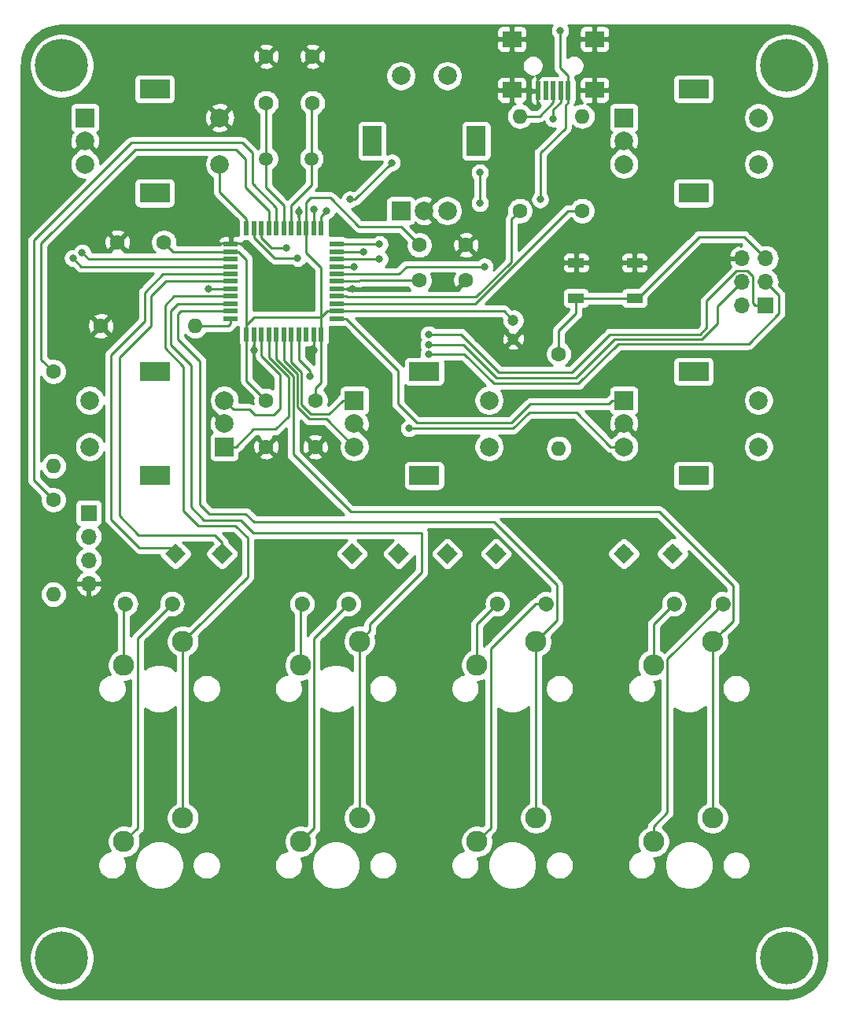
<source format=gtl>
G04 #@! TF.GenerationSoftware,KiCad,Pcbnew,(5.1.4)-1*
G04 #@! TF.CreationDate,2019-10-28T18:01:08-07:00*
G04 #@! TF.ProjectId,louwii-pad,6c6f7577-6969-42d7-9061-642e6b696361,rev?*
G04 #@! TF.SameCoordinates,Original*
G04 #@! TF.FileFunction,Copper,L1,Top*
G04 #@! TF.FilePolarity,Positive*
%FSLAX46Y46*%
G04 Gerber Fmt 4.6, Leading zero omitted, Abs format (unit mm)*
G04 Created by KiCad (PCBNEW (5.1.4)-1) date 2019-10-28 18:01:08*
%MOMM*%
%LPD*%
G04 APERTURE LIST*
%ADD10C,1.600000*%
%ADD11C,0.100000*%
%ADD12C,1.600000*%
%ADD13R,1.700000X1.700000*%
%ADD14O,1.700000X1.700000*%
%ADD15C,2.286000*%
%ADD16O,1.600000X1.600000*%
%ADD17C,2.000000*%
%ADD18R,3.200000X2.000000*%
%ADD19R,2.000000X2.000000*%
%ADD20R,2.000000X3.200000*%
%ADD21R,1.500000X0.550000*%
%ADD22R,0.550000X1.500000*%
%ADD23C,1.500000*%
%ADD24C,1.200000*%
%ADD25C,5.700000*%
%ADD26R,0.500000X2.000000*%
%ADD27R,2.000000X1.700000*%
%ADD28R,1.700000X1.000000*%
%ADD29C,0.800000*%
%ADD30C,0.250000*%
%ADD31C,0.254000*%
G04 APERTURE END LIST*
D10*
X127250000Y-95300000D03*
D11*
G36*
X127250000Y-94168629D02*
G01*
X128381371Y-95300000D01*
X127250000Y-96431371D01*
X126118629Y-95300000D01*
X127250000Y-94168629D01*
X127250000Y-94168629D01*
G37*
D10*
X121861846Y-100688154D03*
D12*
X121861846Y-100688154D02*
X121861846Y-100688154D01*
D10*
X126861846Y-100688154D03*
D12*
X126861846Y-100688154D02*
X126861846Y-100688154D01*
D10*
X132250000Y-95300000D03*
D11*
G36*
X132250000Y-94168629D02*
G01*
X133381371Y-95300000D01*
X132250000Y-96431371D01*
X131118629Y-95300000D01*
X132250000Y-94168629D01*
X132250000Y-94168629D01*
G37*
D10*
X146250000Y-95300000D03*
D11*
G36*
X146250000Y-94168629D02*
G01*
X147381371Y-95300000D01*
X146250000Y-96431371D01*
X145118629Y-95300000D01*
X146250000Y-94168629D01*
X146250000Y-94168629D01*
G37*
D10*
X140861846Y-100688154D03*
D12*
X140861846Y-100688154D02*
X140861846Y-100688154D01*
D10*
X145861846Y-100688154D03*
D12*
X145861846Y-100688154D02*
X145861846Y-100688154D01*
D10*
X151250000Y-95300000D03*
D11*
G36*
X151250000Y-94168629D02*
G01*
X152381371Y-95300000D01*
X151250000Y-96431371D01*
X150118629Y-95300000D01*
X151250000Y-94168629D01*
X151250000Y-94168629D01*
G37*
D10*
X156500000Y-95300000D03*
D11*
G36*
X155368629Y-95300000D02*
G01*
X156500000Y-94168629D01*
X157631371Y-95300000D01*
X156500000Y-96431371D01*
X155368629Y-95300000D01*
X155368629Y-95300000D01*
G37*
D10*
X161888154Y-100688154D03*
D12*
X161888154Y-100688154D02*
X161888154Y-100688154D01*
D10*
X167138154Y-100688154D03*
D12*
X167138154Y-100688154D02*
X167138154Y-100688154D01*
D10*
X161750000Y-95300000D03*
D11*
G36*
X160618629Y-95300000D02*
G01*
X161750000Y-94168629D01*
X162881371Y-95300000D01*
X161750000Y-96431371D01*
X160618629Y-95300000D01*
X160618629Y-95300000D01*
G37*
D10*
X175500000Y-95300000D03*
D11*
G36*
X174368629Y-95300000D02*
G01*
X175500000Y-94168629D01*
X176631371Y-95300000D01*
X175500000Y-96431371D01*
X174368629Y-95300000D01*
X174368629Y-95300000D01*
G37*
D10*
X180888154Y-100688154D03*
D12*
X180888154Y-100688154D02*
X180888154Y-100688154D01*
D10*
X186138154Y-100688154D03*
D12*
X186138154Y-100688154D02*
X186138154Y-100688154D01*
D10*
X180750000Y-95300000D03*
D11*
G36*
X179618629Y-95300000D02*
G01*
X180750000Y-94168629D01*
X181881371Y-95300000D01*
X180750000Y-96431371D01*
X179618629Y-95300000D01*
X179618629Y-95300000D01*
G37*
D13*
X190750000Y-68600000D03*
D14*
X188210000Y-68600000D03*
X190750000Y-66060000D03*
X188210000Y-66060000D03*
X190750000Y-63520000D03*
X188210000Y-63520000D03*
D13*
X117900000Y-90900000D03*
D14*
X117900000Y-93440000D03*
X117900000Y-95980000D03*
X117900000Y-98520000D03*
D15*
X121690000Y-107260000D03*
X128040000Y-104720000D03*
X128040000Y-123720000D03*
X121690000Y-126260000D03*
X140690000Y-107260000D03*
X147040000Y-104720000D03*
X140690000Y-126260000D03*
X147040000Y-123720000D03*
X166040000Y-104720000D03*
X159690000Y-107260000D03*
X166040000Y-123720000D03*
X159690000Y-126260000D03*
X178690000Y-107260000D03*
X185040000Y-104720000D03*
X178690000Y-126260000D03*
X185040000Y-123720000D03*
D16*
X168500000Y-83960000D03*
D10*
X168500000Y-73800000D03*
X119200000Y-70800000D03*
D16*
X129360000Y-70800000D03*
X164300000Y-48240000D03*
D10*
X164300000Y-58400000D03*
X171000000Y-58400000D03*
D16*
X171000000Y-48240000D03*
X114100000Y-85860000D03*
D10*
X114100000Y-75700000D03*
X114100000Y-89500000D03*
D16*
X114100000Y-99660000D03*
D17*
X132000000Y-53400000D03*
X132000000Y-48400000D03*
D18*
X125000000Y-56500000D03*
X125000000Y-45300000D03*
D17*
X117500000Y-53400000D03*
X117500000Y-50900000D03*
D19*
X117500000Y-48400000D03*
X132500000Y-83800000D03*
D17*
X132500000Y-81300000D03*
X132500000Y-78800000D03*
D18*
X125000000Y-86900000D03*
X125000000Y-75700000D03*
D17*
X118000000Y-83800000D03*
X118000000Y-78800000D03*
D19*
X151500000Y-58400000D03*
D17*
X154000000Y-58400000D03*
X156500000Y-58400000D03*
D20*
X148400000Y-50900000D03*
X159600000Y-50900000D03*
D17*
X151500000Y-43900000D03*
X156500000Y-43900000D03*
X161000000Y-83800000D03*
X161000000Y-78800000D03*
D18*
X154000000Y-86900000D03*
X154000000Y-75700000D03*
D17*
X146500000Y-83800000D03*
X146500000Y-81300000D03*
D19*
X146500000Y-78800000D03*
X175500000Y-48400000D03*
D17*
X175500000Y-50900000D03*
X175500000Y-53400000D03*
D18*
X183000000Y-45300000D03*
X183000000Y-56500000D03*
D17*
X190000000Y-48400000D03*
X190000000Y-53400000D03*
X190000000Y-83800000D03*
X190000000Y-78800000D03*
D18*
X183000000Y-86900000D03*
X183000000Y-75700000D03*
D17*
X175500000Y-83800000D03*
X175500000Y-81300000D03*
D19*
X175500000Y-78800000D03*
D21*
X144600000Y-70000000D03*
X144600000Y-69200000D03*
X144600000Y-68400000D03*
X144600000Y-67600000D03*
X144600000Y-66800000D03*
X144600000Y-66000000D03*
X144600000Y-65200000D03*
X144600000Y-64400000D03*
X144600000Y-63600000D03*
X144600000Y-62800000D03*
X144600000Y-62000000D03*
D22*
X142900000Y-60300000D03*
X142100000Y-60300000D03*
X141300000Y-60300000D03*
X140500000Y-60300000D03*
X139700000Y-60300000D03*
X138900000Y-60300000D03*
X138100000Y-60300000D03*
X137300000Y-60300000D03*
X136500000Y-60300000D03*
X135700000Y-60300000D03*
X134900000Y-60300000D03*
D21*
X133200000Y-62000000D03*
X133200000Y-62800000D03*
X133200000Y-63600000D03*
X133200000Y-64400000D03*
X133200000Y-65200000D03*
X133200000Y-66000000D03*
X133200000Y-66800000D03*
X133200000Y-67600000D03*
X133200000Y-68400000D03*
X133200000Y-69200000D03*
X133200000Y-70000000D03*
D22*
X134900000Y-71700000D03*
X135700000Y-71700000D03*
X136500000Y-71700000D03*
X137300000Y-71700000D03*
X138100000Y-71700000D03*
X138900000Y-71700000D03*
X139700000Y-71700000D03*
X140500000Y-71700000D03*
X141300000Y-71700000D03*
X142100000Y-71700000D03*
X142900000Y-71700000D03*
D23*
X137000000Y-52800000D03*
X141880000Y-52800000D03*
D10*
X137000000Y-46800000D03*
X137000000Y-41800000D03*
X142000000Y-46800000D03*
X142000000Y-41800000D03*
X153500000Y-65900000D03*
X158500000Y-65900000D03*
X137000000Y-83800000D03*
X137000000Y-78800000D03*
X142300000Y-78800000D03*
X142300000Y-83800000D03*
X121000000Y-61800000D03*
X126000000Y-61800000D03*
X153500000Y-62100000D03*
X158500000Y-62100000D03*
D24*
X163600000Y-70200000D03*
X163600000Y-72200000D03*
D25*
X115000000Y-42800000D03*
X193000000Y-42800000D03*
X115000000Y-138800000D03*
X193000000Y-138800000D03*
D26*
X169500000Y-45500000D03*
X168700000Y-45500000D03*
X167900000Y-45500000D03*
X167100000Y-45500000D03*
X166300000Y-45500000D03*
D27*
X172350000Y-45400000D03*
X172350000Y-39950000D03*
X163450000Y-45400000D03*
X163450000Y-39950000D03*
D28*
X170350000Y-64000000D03*
X176650000Y-64000000D03*
X170350000Y-67800000D03*
X176650000Y-67800000D03*
D29*
X166500000Y-57200000D03*
X160500000Y-64400000D03*
X168650000Y-39050000D03*
X167900000Y-48500000D03*
X140500000Y-58550000D03*
X146250000Y-66800000D03*
X135700000Y-73400000D03*
X142100000Y-73400000D03*
X154500000Y-71700000D03*
X149200000Y-62000000D03*
X154500000Y-73800000D03*
X149200000Y-63600000D03*
X154500000Y-72800000D03*
X147500000Y-62800000D03*
X142100000Y-58300000D03*
X130800000Y-66800000D03*
X117200000Y-62900000D03*
X116200000Y-63500000D03*
X139200000Y-62400000D03*
X140400000Y-63500000D03*
X143500000Y-58400000D03*
X146000000Y-57200000D03*
X150532843Y-53232843D03*
X160000000Y-57600000D03*
X160000000Y-54300000D03*
X146500000Y-64400000D03*
X152400000Y-81800000D03*
X141700000Y-76200000D03*
D30*
X126613605Y-94663605D02*
X123363605Y-94663605D01*
X127250000Y-95300000D02*
X126613605Y-94663605D01*
X123363605Y-94663605D02*
X120300000Y-91600000D01*
X120300000Y-91600000D02*
X120300000Y-73900000D01*
X120300000Y-73900000D02*
X123900000Y-70300000D01*
X123900000Y-70300000D02*
X123900000Y-67200000D01*
X125900000Y-65200000D02*
X133200000Y-65200000D01*
X123900000Y-67200000D02*
X125900000Y-65200000D01*
X121690000Y-100860000D02*
X121861846Y-100688154D01*
X121690000Y-107260000D02*
X121690000Y-100860000D01*
X123181099Y-104368901D02*
X126861846Y-100688154D01*
X121690000Y-126260000D02*
X123181099Y-124768901D01*
X123181099Y-124768901D02*
X123181099Y-104368901D01*
X132250000Y-94068629D02*
X131481371Y-93300000D01*
X132250000Y-95300000D02*
X132250000Y-94068629D01*
X131481371Y-93300000D02*
X123300000Y-93300000D01*
X123300000Y-93300000D02*
X121200000Y-91200000D01*
X121200000Y-91200000D02*
X121200000Y-74200000D01*
X121200000Y-74200000D02*
X124600000Y-70800000D01*
X124600000Y-70800000D02*
X124600000Y-67600000D01*
X126200000Y-66000000D02*
X133200000Y-66000000D01*
X124600000Y-67600000D02*
X126200000Y-66000000D01*
X140690000Y-100860000D02*
X140861846Y-100688154D01*
X140690000Y-107260000D02*
X140690000Y-100860000D01*
X142181099Y-104368901D02*
X145861846Y-100688154D01*
X140690000Y-126260000D02*
X142181099Y-124768901D01*
X142181099Y-124768901D02*
X142181099Y-104368901D01*
X159690000Y-102886308D02*
X161888154Y-100688154D01*
X159690000Y-107260000D02*
X159690000Y-102886308D01*
X159690000Y-126260000D02*
X161158001Y-124791999D01*
X161158001Y-105536937D02*
X161158001Y-105891999D01*
X166006784Y-100688154D02*
X161158001Y-105536937D01*
X167138154Y-100688154D02*
X166006784Y-100688154D01*
X161158001Y-124791999D02*
X161158001Y-105891999D01*
X178690000Y-102886308D02*
X180888154Y-100688154D01*
X178690000Y-107260000D02*
X178690000Y-102886308D01*
X185338155Y-101488153D02*
X186138154Y-100688154D01*
X180181099Y-106645209D02*
X185338155Y-101488153D01*
X180181099Y-123152455D02*
X180181099Y-106645209D01*
X178690000Y-124643554D02*
X180181099Y-123152455D01*
X178690000Y-126260000D02*
X178690000Y-124643554D01*
X134900000Y-76700000D02*
X137000000Y-78800000D01*
X134900000Y-71700000D02*
X134900000Y-74200000D01*
X142900000Y-71700000D02*
X142900000Y-74200000D01*
X142300000Y-77500000D02*
X142300000Y-78800000D01*
X142900000Y-76900000D02*
X142300000Y-77500000D01*
X166500000Y-57200000D02*
X166500000Y-57200000D01*
X144600000Y-65200000D02*
X151300000Y-65200000D01*
X151300000Y-65200000D02*
X152100000Y-64400000D01*
X152100000Y-64400000D02*
X160500000Y-64400000D01*
X160500000Y-64400000D02*
X160500000Y-64400000D01*
X142900000Y-74300000D02*
X142900000Y-75000000D01*
X142900000Y-74200000D02*
X142900000Y-74300000D01*
X134900000Y-74200000D02*
X134900000Y-75000000D01*
X134900000Y-75000000D02*
X134900000Y-76700000D01*
X142900000Y-75000000D02*
X142900000Y-76900000D01*
X127000000Y-62800000D02*
X126000000Y-61800000D01*
X133200000Y-62800000D02*
X127000000Y-62800000D01*
X134900000Y-63689998D02*
X134900000Y-70700000D01*
X134010002Y-62800000D02*
X134900000Y-63689998D01*
X133200000Y-62800000D02*
X134010002Y-62800000D01*
X142900000Y-70700000D02*
X142900000Y-71700000D01*
X142900000Y-69900000D02*
X142900000Y-70700000D01*
X143600000Y-69200000D02*
X142900000Y-69900000D01*
X144600000Y-69200000D02*
X143600000Y-69200000D01*
X134900000Y-70700000D02*
X134900000Y-71700000D01*
X135700000Y-69900000D02*
X134900000Y-70700000D01*
X142900000Y-69900000D02*
X135700000Y-69900000D01*
X142900000Y-64500000D02*
X142900000Y-69900000D01*
X141300000Y-62900000D02*
X142900000Y-64500000D01*
X141300000Y-60300000D02*
X141300000Y-62900000D01*
X151500000Y-60100000D02*
X153500000Y-62100000D01*
X147000000Y-60100000D02*
X151500000Y-60100000D01*
X143900000Y-57000000D02*
X147000000Y-60100000D01*
X141800000Y-57000000D02*
X143900000Y-57000000D01*
X141300000Y-60300000D02*
X141300000Y-57500000D01*
X141300000Y-57500000D02*
X141800000Y-57000000D01*
X162600000Y-69200000D02*
X163600000Y-70200000D01*
X144600000Y-69200000D02*
X162600000Y-69200000D01*
X168650000Y-43050000D02*
X168650000Y-39050000D01*
X169500000Y-45500000D02*
X169500000Y-43900000D01*
X169500000Y-43900000D02*
X168650000Y-43050000D01*
X166500000Y-52200000D02*
X166500000Y-57200000D01*
X169200000Y-49500000D02*
X166500000Y-52200000D01*
X169200000Y-47050000D02*
X169200000Y-49500000D01*
X169500000Y-45500000D02*
X169500000Y-46750000D01*
X169500000Y-46750000D02*
X169200000Y-47050000D01*
X168700000Y-46750000D02*
X167900000Y-47550000D01*
X168700000Y-45500000D02*
X168700000Y-46750000D01*
X167900000Y-47550000D02*
X167900000Y-48500000D01*
X167900000Y-48500000D02*
X167900000Y-48500000D01*
X165431370Y-48240000D02*
X164300000Y-48240000D01*
X166410000Y-48240000D02*
X165431370Y-48240000D01*
X167900000Y-46750000D02*
X166410000Y-48240000D01*
X167900000Y-45500000D02*
X167900000Y-46750000D01*
X140500000Y-60300000D02*
X140500000Y-58550000D01*
X144600000Y-66800000D02*
X146250000Y-66800000D01*
X135700000Y-71700000D02*
X135700000Y-73400000D01*
X142100000Y-71700000D02*
X142100000Y-73400000D01*
X144600000Y-62000000D02*
X145436410Y-62000000D01*
X145436410Y-62000000D02*
X145500000Y-62000000D01*
X188774001Y-64884999D02*
X187615001Y-64884999D01*
X189385001Y-65495999D02*
X188774001Y-64884999D01*
X189385001Y-68335001D02*
X189385001Y-65495999D01*
X190750000Y-68600000D02*
X189650000Y-68600000D01*
X189650000Y-68600000D02*
X189385001Y-68335001D01*
X184400000Y-68100000D02*
X184400000Y-71000000D01*
X187615001Y-64884999D02*
X184400000Y-68100000D01*
X184400000Y-71000000D02*
X183700000Y-71700000D01*
X145436410Y-62000000D02*
X146000000Y-62000000D01*
X146000000Y-62000000D02*
X149200000Y-62000000D01*
X171300000Y-74400000D02*
X174000000Y-71700000D01*
X154500000Y-71700000D02*
X157963590Y-71700000D01*
X157963590Y-71700000D02*
X162063590Y-75800000D01*
X183700000Y-71700000D02*
X174000000Y-71700000D01*
X162063590Y-75800000D02*
X169900000Y-75800000D01*
X169900000Y-75800000D02*
X171300000Y-74400000D01*
X192200000Y-69435002D02*
X192200000Y-67510000D01*
X192200000Y-67510000D02*
X190750000Y-66060000D01*
X188935002Y-72700000D02*
X192200000Y-69435002D01*
X146000000Y-63600000D02*
X149200000Y-63600000D01*
X144600000Y-63600000D02*
X146000000Y-63600000D01*
X174900000Y-72700000D02*
X175000000Y-72700000D01*
X154500000Y-73800000D02*
X158300000Y-73800000D01*
X175000000Y-72700000D02*
X188935002Y-72700000D01*
X158300000Y-73800000D02*
X161500000Y-77000000D01*
X161500000Y-77000000D02*
X170600000Y-77000000D01*
X170600000Y-77000000D02*
X174900000Y-72700000D01*
X185600000Y-68670000D02*
X188210000Y-66060000D01*
X185600000Y-70500000D02*
X185600000Y-68670000D01*
X183900000Y-72200000D02*
X185600000Y-70500000D01*
X144600000Y-62800000D02*
X146600000Y-62800000D01*
X146600000Y-62800000D02*
X147500000Y-62800000D01*
X147500000Y-62800000D02*
X147500000Y-62800000D01*
X174500000Y-72200000D02*
X183900000Y-72200000D01*
X154500000Y-72800000D02*
X158200000Y-72800000D01*
X158200000Y-72800000D02*
X161800000Y-76400000D01*
X172100000Y-74600000D02*
X174500000Y-72200000D01*
X161800000Y-76400000D02*
X170300000Y-76400000D01*
X170300000Y-76400000D02*
X172100000Y-74600000D01*
X142100000Y-60300000D02*
X142100000Y-59300000D01*
X142100000Y-59300000D02*
X142100000Y-58300000D01*
X170000000Y-67800000D02*
X170350000Y-67800000D01*
X171450000Y-67800000D02*
X176650000Y-67800000D01*
X170350000Y-67800000D02*
X171450000Y-67800000D01*
X177000000Y-67800000D02*
X183600000Y-61200000D01*
X176650000Y-67800000D02*
X177000000Y-67800000D01*
X188430000Y-61200000D02*
X190750000Y-63520000D01*
X183600000Y-61200000D02*
X188430000Y-61200000D01*
X170350000Y-67800000D02*
X170350000Y-69450000D01*
X170350000Y-69450000D02*
X168500000Y-71300000D01*
X168500000Y-71300000D02*
X168500000Y-73800000D01*
X129182999Y-103577001D02*
X129222999Y-103577001D01*
X128040000Y-104720000D02*
X129182999Y-103577001D01*
X129222999Y-103577001D02*
X135000000Y-97800000D01*
X133700000Y-92300000D02*
X135000000Y-93600000D01*
X128100000Y-90700000D02*
X129700000Y-92300000D01*
X128100000Y-75200000D02*
X128100000Y-90700000D01*
X129700000Y-92300000D02*
X133700000Y-92300000D01*
X135000000Y-97800000D02*
X135000000Y-93600000D01*
X133200000Y-67600000D02*
X127100000Y-67600000D01*
X127100000Y-67600000D02*
X126100000Y-68600000D01*
X126100000Y-68600000D02*
X126100000Y-73200000D01*
X126100000Y-73200000D02*
X128100000Y-75200000D01*
X128040000Y-106336446D02*
X128040000Y-123720000D01*
X128040000Y-104720000D02*
X128040000Y-106336446D01*
X147040000Y-104720000D02*
X147040000Y-118010000D01*
X147040000Y-117760000D02*
X147040000Y-118010000D01*
X147040000Y-118010000D02*
X147040000Y-123720000D01*
X148182999Y-103577001D02*
X147040000Y-104720000D01*
X148182999Y-102867001D02*
X148182999Y-103577001D01*
X153750000Y-97300000D02*
X148182999Y-102867001D01*
X153750000Y-93050000D02*
X153750000Y-97300000D01*
X135650000Y-93050000D02*
X153750000Y-93050000D01*
X130300000Y-91700000D02*
X134300000Y-91700000D01*
X127500000Y-68400000D02*
X126700000Y-69200000D01*
X134300000Y-91700000D02*
X135650000Y-93050000D01*
X126700000Y-69200000D02*
X126700000Y-72800000D01*
X126700000Y-72800000D02*
X128900000Y-75000000D01*
X133200000Y-68400000D02*
X127500000Y-68400000D01*
X128900000Y-75000000D02*
X128900000Y-90300000D01*
X128900000Y-90300000D02*
X130300000Y-91700000D01*
X166040000Y-115760000D02*
X166040000Y-123720000D01*
X166040000Y-104720000D02*
X166040000Y-115760000D01*
X168263155Y-102496845D02*
X166040000Y-104720000D01*
X134800000Y-91000000D02*
X135700000Y-91900000D01*
X168263155Y-98663155D02*
X168263155Y-102496845D01*
X127800000Y-69200000D02*
X127500000Y-69500000D01*
X135700000Y-91900000D02*
X161500000Y-91900000D01*
X133200000Y-69200000D02*
X127800000Y-69200000D01*
X130900000Y-91000000D02*
X134800000Y-91000000D01*
X127500000Y-69500000D02*
X127500000Y-72200000D01*
X161500000Y-91900000D02*
X168263155Y-98663155D01*
X127500000Y-72200000D02*
X129900000Y-74600000D01*
X129900000Y-74600000D02*
X129900000Y-90000000D01*
X129900000Y-90000000D02*
X130900000Y-91000000D01*
X185040000Y-122103554D02*
X185040000Y-104720000D01*
X185040000Y-123720000D02*
X185040000Y-122103554D01*
X138100000Y-74372820D02*
X138100000Y-72700000D01*
X139899980Y-76172800D02*
X138100000Y-74372820D01*
X138100000Y-72700000D02*
X138100000Y-71700000D01*
X139899980Y-84599980D02*
X139899980Y-76172800D01*
X185040000Y-104720000D02*
X186182999Y-103577001D01*
X186182999Y-103577001D02*
X186222999Y-103577001D01*
X186222999Y-103577001D02*
X187263155Y-102536845D01*
X187263155Y-102536845D02*
X187263155Y-98763155D01*
X146100000Y-90800000D02*
X139899980Y-84599980D01*
X187263155Y-98763155D02*
X179300000Y-90800000D01*
X179300000Y-90800000D02*
X146100000Y-90800000D01*
X133200000Y-70525000D02*
X133200000Y-70000000D01*
X132925000Y-70800000D02*
X133200000Y-70525000D01*
X129360000Y-70800000D02*
X132925000Y-70800000D01*
X145600000Y-67600000D02*
X145700000Y-67700000D01*
X144600000Y-67600000D02*
X145600000Y-67600000D01*
X145700000Y-67700000D02*
X159600000Y-67700000D01*
X159600000Y-67700000D02*
X163400000Y-63900000D01*
X163400000Y-59300000D02*
X164300000Y-58400000D01*
X163400000Y-63900000D02*
X163400000Y-59300000D01*
X169500000Y-58400000D02*
X171000000Y-58400000D01*
X165500000Y-62400000D02*
X169500000Y-58400000D01*
X165500000Y-62436410D02*
X165500000Y-62400000D01*
X144600000Y-68400000D02*
X159536410Y-68400000D01*
X159536410Y-68400000D02*
X165500000Y-62436410D01*
X137300000Y-59300000D02*
X137300000Y-60300000D01*
X137300000Y-58400000D02*
X137300000Y-59300000D01*
X134800000Y-55900000D02*
X137300000Y-58400000D01*
X112800000Y-74400000D02*
X112800000Y-61900000D01*
X114100000Y-75700000D02*
X112800000Y-74400000D01*
X112800000Y-61900000D02*
X122900000Y-51800000D01*
X122900000Y-51800000D02*
X133800000Y-51800000D01*
X133800000Y-51800000D02*
X134800000Y-52800000D01*
X134800000Y-52800000D02*
X134800000Y-55900000D01*
X138100000Y-58100000D02*
X138100000Y-59300000D01*
X135500000Y-55500000D02*
X138100000Y-58100000D01*
X112000000Y-87400000D02*
X112000000Y-61600000D01*
X114100000Y-89500000D02*
X112000000Y-87400000D01*
X112000000Y-61600000D02*
X122500000Y-51100000D01*
X122500000Y-51100000D02*
X134400000Y-51100000D01*
X138100000Y-59300000D02*
X138100000Y-60300000D01*
X134400000Y-51100000D02*
X135500000Y-52200000D01*
X135500000Y-52200000D02*
X135500000Y-55500000D01*
X133200000Y-66800000D02*
X130800000Y-66800000D01*
X130800000Y-66800000D02*
X130800000Y-66800000D01*
X134900000Y-59300000D02*
X134900000Y-60300000D01*
X132000000Y-53400000D02*
X132000000Y-56400000D01*
X132000000Y-56400000D02*
X134900000Y-59300000D01*
X117900000Y-63600000D02*
X117200000Y-62900000D01*
X133200000Y-63600000D02*
X117900000Y-63600000D01*
X117100000Y-64400000D02*
X116200000Y-63500000D01*
X133200000Y-64400000D02*
X117100000Y-64400000D01*
X133750000Y-83800000D02*
X135650000Y-81900000D01*
X132500000Y-83800000D02*
X133750000Y-83800000D01*
X135650000Y-81900000D02*
X138000000Y-81900000D01*
X138000000Y-81900000D02*
X139400000Y-80500000D01*
X137300000Y-72700000D02*
X137300000Y-71700000D01*
X137300000Y-74209230D02*
X137300000Y-72700000D01*
X139400000Y-76309230D02*
X137300000Y-74209230D01*
X139400000Y-80500000D02*
X139400000Y-76309230D01*
X133499999Y-79799999D02*
X135199999Y-79799999D01*
X132500000Y-78800000D02*
X133499999Y-79799999D01*
X135199999Y-79799999D02*
X135800000Y-80400000D01*
X135800000Y-80400000D02*
X137800000Y-80400000D01*
X136500000Y-72700000D02*
X136500000Y-71700000D01*
X136500000Y-74045640D02*
X136500000Y-72700000D01*
X138477180Y-76022820D02*
X136500000Y-74045640D01*
X138477180Y-79722820D02*
X138477180Y-76022820D01*
X137800000Y-80400000D02*
X138477180Y-79722820D01*
X136500000Y-61300000D02*
X137000000Y-61800000D01*
X136500000Y-60300000D02*
X136500000Y-61300000D01*
X137000000Y-61800000D02*
X137600000Y-62400000D01*
X137600000Y-62400000D02*
X139200000Y-62400000D01*
X139200000Y-62400000D02*
X139200000Y-62400000D01*
X137900000Y-63500000D02*
X140400000Y-63500000D01*
X135700000Y-60300000D02*
X135700000Y-61300000D01*
X135700000Y-61300000D02*
X137900000Y-63500000D01*
X146500000Y-83800000D02*
X143500000Y-80800000D01*
X141600000Y-80800000D02*
X140349990Y-79549990D01*
X138900000Y-72700000D02*
X138900000Y-71700000D01*
X140349990Y-79549990D02*
X140349990Y-75986400D01*
X140349990Y-75986400D02*
X138900000Y-74536410D01*
X143500000Y-80800000D02*
X141600000Y-80800000D01*
X138900000Y-74536410D02*
X138900000Y-72700000D01*
X140800000Y-75800000D02*
X139700000Y-74700000D01*
X139700000Y-71700000D02*
X139700000Y-74700000D01*
X140800000Y-79300000D02*
X140800000Y-75800000D01*
X146500000Y-78800000D02*
X145250000Y-78800000D01*
X145250000Y-78800000D02*
X143750000Y-80300000D01*
X143750000Y-80300000D02*
X141800000Y-80300000D01*
X141800000Y-80300000D02*
X140800000Y-79300000D01*
X142900000Y-60300000D02*
X142900000Y-59000000D01*
X142900000Y-59000000D02*
X143500000Y-58400000D01*
X143500000Y-58400000D02*
X143500000Y-58400000D01*
X146565685Y-57200000D02*
X150532843Y-53232843D01*
X146000000Y-57200000D02*
X146565685Y-57200000D01*
X150532843Y-53232843D02*
X150565685Y-53200000D01*
X144600000Y-64400000D02*
X145600000Y-64400000D01*
X160000000Y-57600000D02*
X160000000Y-54300000D01*
X145600000Y-64400000D02*
X146500000Y-64400000D01*
X146500000Y-64400000D02*
X146500000Y-64400000D01*
X174085787Y-83800000D02*
X170385787Y-80100000D01*
X175500000Y-83800000D02*
X174085787Y-83800000D01*
X170385787Y-80100000D02*
X165300000Y-80100000D01*
X165300000Y-80100000D02*
X163600000Y-81800000D01*
X163600000Y-81800000D02*
X158400000Y-81800000D01*
X140500000Y-71700000D02*
X140500000Y-73200000D01*
X158400000Y-81800000D02*
X152400000Y-81800000D01*
X140500000Y-73200000D02*
X140500000Y-73900000D01*
X140500000Y-73900000D02*
X140500000Y-74400000D01*
X140500000Y-74400000D02*
X141700000Y-75600000D01*
X141700000Y-75600000D02*
X141700000Y-76200000D01*
X141700000Y-76200000D02*
X141700000Y-76200000D01*
X174250000Y-78800000D02*
X175500000Y-78800000D01*
X173850000Y-79200000D02*
X174250000Y-78800000D01*
X145600000Y-70000000D02*
X151200000Y-75600000D01*
X144600000Y-70000000D02*
X145600000Y-70000000D01*
X151200000Y-75600000D02*
X151200000Y-79200000D01*
X151200000Y-79200000D02*
X153200000Y-81200000D01*
X165400000Y-79200000D02*
X173850000Y-79200000D01*
X153200000Y-81200000D02*
X163400000Y-81200000D01*
X163400000Y-81200000D02*
X165400000Y-79200000D01*
X153400000Y-66000000D02*
X153500000Y-65900000D01*
X144600000Y-66000000D02*
X147000000Y-66000000D01*
X147100000Y-65900000D02*
X153500000Y-65900000D01*
X147000000Y-66000000D02*
X147100000Y-65900000D01*
X141880000Y-46920000D02*
X142000000Y-46800000D01*
X141880000Y-52800000D02*
X141880000Y-46920000D01*
X141880000Y-55620000D02*
X141880000Y-52800000D01*
X139700000Y-60300000D02*
X139700000Y-57800000D01*
X139700000Y-57800000D02*
X141880000Y-55620000D01*
X139000000Y-60100000D02*
X139000000Y-59800000D01*
X137000000Y-52800000D02*
X137000000Y-46800000D01*
X138900000Y-60300000D02*
X138900000Y-57800000D01*
X138900000Y-57800000D02*
X137000000Y-55900000D01*
X137000000Y-55900000D02*
X137000000Y-52800000D01*
D31*
G36*
X167732795Y-38559744D02*
G01*
X167654774Y-38748102D01*
X167615000Y-38948061D01*
X167615000Y-39151939D01*
X167654774Y-39351898D01*
X167732795Y-39540256D01*
X167846063Y-39709774D01*
X167890001Y-39753712D01*
X167890000Y-43012677D01*
X167886324Y-43050000D01*
X167890000Y-43087322D01*
X167890000Y-43087332D01*
X167900997Y-43198985D01*
X167923741Y-43273963D01*
X167944454Y-43342246D01*
X168015026Y-43474276D01*
X168054871Y-43522826D01*
X168109999Y-43590001D01*
X168139002Y-43613803D01*
X168392764Y-43867565D01*
X168325518Y-43874188D01*
X168300000Y-43881929D01*
X168274482Y-43874188D01*
X168150000Y-43861928D01*
X167650000Y-43861928D01*
X167525518Y-43874188D01*
X167500000Y-43881929D01*
X167474482Y-43874188D01*
X167350000Y-43861928D01*
X166850000Y-43861928D01*
X166725518Y-43874188D01*
X166700808Y-43881684D01*
X166682013Y-43875734D01*
X166581750Y-43865000D01*
X166423000Y-44023750D01*
X166423000Y-44028967D01*
X166398815Y-44048815D01*
X166319463Y-44145506D01*
X166260498Y-44255820D01*
X166224188Y-44375518D01*
X166211928Y-44500000D01*
X166211928Y-46500000D01*
X166224188Y-46624482D01*
X166260498Y-46744180D01*
X166319463Y-46854494D01*
X166398815Y-46951185D01*
X166423000Y-46971033D01*
X166423000Y-46976250D01*
X166510974Y-47064224D01*
X166095199Y-47480000D01*
X165520901Y-47480000D01*
X165498932Y-47438899D01*
X165319608Y-47220392D01*
X165101101Y-47041068D01*
X164851808Y-46907818D01*
X164660389Y-46849752D01*
X164694180Y-46839502D01*
X164804494Y-46780537D01*
X164901185Y-46701185D01*
X164980537Y-46604494D01*
X165039502Y-46494180D01*
X165040068Y-46492312D01*
X165411974Y-46492312D01*
X165422734Y-46616933D01*
X165457599Y-46737059D01*
X165515230Y-46848076D01*
X165593412Y-46945716D01*
X165689140Y-47026228D01*
X165798736Y-47086517D01*
X165917987Y-47124266D01*
X166018250Y-47135000D01*
X166177000Y-46976250D01*
X166177000Y-45627000D01*
X165573750Y-45627000D01*
X165415000Y-45785750D01*
X165411974Y-46492312D01*
X165040068Y-46492312D01*
X165075812Y-46374482D01*
X165088072Y-46250000D01*
X165085000Y-45685750D01*
X164926250Y-45527000D01*
X163577000Y-45527000D01*
X163577000Y-46726250D01*
X163735750Y-46885000D01*
X163822188Y-46885372D01*
X163748192Y-46907818D01*
X163498899Y-47041068D01*
X163280392Y-47220392D01*
X163101068Y-47438899D01*
X162967818Y-47688192D01*
X162885764Y-47958691D01*
X162858057Y-48240000D01*
X162885764Y-48521309D01*
X162967818Y-48791808D01*
X163101068Y-49041101D01*
X163280392Y-49259608D01*
X163498899Y-49438932D01*
X163748192Y-49572182D01*
X164018691Y-49654236D01*
X164229508Y-49675000D01*
X164370492Y-49675000D01*
X164581309Y-49654236D01*
X164851808Y-49572182D01*
X165101101Y-49438932D01*
X165319608Y-49259608D01*
X165498932Y-49041101D01*
X165520901Y-49000000D01*
X166372678Y-49000000D01*
X166410000Y-49003676D01*
X166447322Y-49000000D01*
X166447333Y-49000000D01*
X166558986Y-48989003D01*
X166702247Y-48945546D01*
X166834276Y-48874974D01*
X166909479Y-48813257D01*
X166982795Y-48990256D01*
X167096063Y-49159774D01*
X167240226Y-49303937D01*
X167409744Y-49417205D01*
X167598102Y-49495226D01*
X167798061Y-49535000D01*
X168001939Y-49535000D01*
X168112113Y-49513085D01*
X165989003Y-51636196D01*
X165959999Y-51659999D01*
X165907310Y-51724201D01*
X165865026Y-51775724D01*
X165822220Y-51855808D01*
X165794454Y-51907754D01*
X165750997Y-52051015D01*
X165740000Y-52162668D01*
X165740000Y-52162678D01*
X165736324Y-52200000D01*
X165740000Y-52237323D01*
X165740001Y-56496288D01*
X165696063Y-56540226D01*
X165582795Y-56709744D01*
X165504774Y-56898102D01*
X165465000Y-57098061D01*
X165465000Y-57301939D01*
X165504774Y-57501898D01*
X165582795Y-57690256D01*
X165696063Y-57859774D01*
X165840226Y-58003937D01*
X166009744Y-58117205D01*
X166198102Y-58195226D01*
X166398061Y-58235000D01*
X166601939Y-58235000D01*
X166801898Y-58195226D01*
X166990256Y-58117205D01*
X167159774Y-58003937D01*
X167303937Y-57859774D01*
X167417205Y-57690256D01*
X167495226Y-57501898D01*
X167535000Y-57301939D01*
X167535000Y-57098061D01*
X167495226Y-56898102D01*
X167417205Y-56709744D01*
X167303937Y-56540226D01*
X167260000Y-56496289D01*
X167260000Y-55500000D01*
X180761928Y-55500000D01*
X180761928Y-57500000D01*
X180774188Y-57624482D01*
X180810498Y-57744180D01*
X180869463Y-57854494D01*
X180948815Y-57951185D01*
X181045506Y-58030537D01*
X181155820Y-58089502D01*
X181275518Y-58125812D01*
X181400000Y-58138072D01*
X184600000Y-58138072D01*
X184724482Y-58125812D01*
X184844180Y-58089502D01*
X184954494Y-58030537D01*
X185051185Y-57951185D01*
X185130537Y-57854494D01*
X185189502Y-57744180D01*
X185225812Y-57624482D01*
X185238072Y-57500000D01*
X185238072Y-55500000D01*
X185225812Y-55375518D01*
X185189502Y-55255820D01*
X185130537Y-55145506D01*
X185051185Y-55048815D01*
X184954494Y-54969463D01*
X184844180Y-54910498D01*
X184724482Y-54874188D01*
X184600000Y-54861928D01*
X181400000Y-54861928D01*
X181275518Y-54874188D01*
X181155820Y-54910498D01*
X181045506Y-54969463D01*
X180948815Y-55048815D01*
X180869463Y-55145506D01*
X180810498Y-55255820D01*
X180774188Y-55375518D01*
X180761928Y-55500000D01*
X167260000Y-55500000D01*
X167260000Y-53238967D01*
X173865000Y-53238967D01*
X173865000Y-53561033D01*
X173927832Y-53876912D01*
X174051082Y-54174463D01*
X174230013Y-54442252D01*
X174457748Y-54669987D01*
X174725537Y-54848918D01*
X175023088Y-54972168D01*
X175338967Y-55035000D01*
X175661033Y-55035000D01*
X175976912Y-54972168D01*
X176274463Y-54848918D01*
X176542252Y-54669987D01*
X176769987Y-54442252D01*
X176948918Y-54174463D01*
X177072168Y-53876912D01*
X177135000Y-53561033D01*
X177135000Y-53238967D01*
X188365000Y-53238967D01*
X188365000Y-53561033D01*
X188427832Y-53876912D01*
X188551082Y-54174463D01*
X188730013Y-54442252D01*
X188957748Y-54669987D01*
X189225537Y-54848918D01*
X189523088Y-54972168D01*
X189838967Y-55035000D01*
X190161033Y-55035000D01*
X190476912Y-54972168D01*
X190774463Y-54848918D01*
X191042252Y-54669987D01*
X191269987Y-54442252D01*
X191448918Y-54174463D01*
X191572168Y-53876912D01*
X191635000Y-53561033D01*
X191635000Y-53238967D01*
X191572168Y-52923088D01*
X191448918Y-52625537D01*
X191269987Y-52357748D01*
X191042252Y-52130013D01*
X190774463Y-51951082D01*
X190476912Y-51827832D01*
X190161033Y-51765000D01*
X189838967Y-51765000D01*
X189523088Y-51827832D01*
X189225537Y-51951082D01*
X188957748Y-52130013D01*
X188730013Y-52357748D01*
X188551082Y-52625537D01*
X188427832Y-52923088D01*
X188365000Y-53238967D01*
X177135000Y-53238967D01*
X177072168Y-52923088D01*
X176948918Y-52625537D01*
X176769987Y-52357748D01*
X176542252Y-52130013D01*
X176445065Y-52065075D01*
X176455808Y-52035413D01*
X175500000Y-51079605D01*
X174544192Y-52035413D01*
X174554935Y-52065075D01*
X174457748Y-52130013D01*
X174230013Y-52357748D01*
X174051082Y-52625537D01*
X173927832Y-52923088D01*
X173865000Y-53238967D01*
X167260000Y-53238967D01*
X167260000Y-52514801D01*
X168812206Y-50962595D01*
X173858282Y-50962595D01*
X173902039Y-51281675D01*
X174007205Y-51586088D01*
X174100186Y-51760044D01*
X174364587Y-51855808D01*
X175320395Y-50900000D01*
X175306253Y-50885858D01*
X175485858Y-50706253D01*
X175500000Y-50720395D01*
X175514143Y-50706253D01*
X175693748Y-50885858D01*
X175679605Y-50900000D01*
X176635413Y-51855808D01*
X176899814Y-51760044D01*
X177040704Y-51470429D01*
X177122384Y-51158892D01*
X177141718Y-50837405D01*
X177097961Y-50518325D01*
X176992795Y-50213912D01*
X176899814Y-50039956D01*
X176750777Y-49985976D01*
X176854494Y-49930537D01*
X176951185Y-49851185D01*
X177030537Y-49754494D01*
X177089502Y-49644180D01*
X177125812Y-49524482D01*
X177138072Y-49400000D01*
X177138072Y-48238967D01*
X188365000Y-48238967D01*
X188365000Y-48561033D01*
X188427832Y-48876912D01*
X188551082Y-49174463D01*
X188730013Y-49442252D01*
X188957748Y-49669987D01*
X189225537Y-49848918D01*
X189523088Y-49972168D01*
X189838967Y-50035000D01*
X190161033Y-50035000D01*
X190476912Y-49972168D01*
X190774463Y-49848918D01*
X191042252Y-49669987D01*
X191269987Y-49442252D01*
X191448918Y-49174463D01*
X191572168Y-48876912D01*
X191635000Y-48561033D01*
X191635000Y-48238967D01*
X191572168Y-47923088D01*
X191448918Y-47625537D01*
X191269987Y-47357748D01*
X191042252Y-47130013D01*
X190774463Y-46951082D01*
X190476912Y-46827832D01*
X190161033Y-46765000D01*
X189838967Y-46765000D01*
X189523088Y-46827832D01*
X189225537Y-46951082D01*
X188957748Y-47130013D01*
X188730013Y-47357748D01*
X188551082Y-47625537D01*
X188427832Y-47923088D01*
X188365000Y-48238967D01*
X177138072Y-48238967D01*
X177138072Y-47400000D01*
X177125812Y-47275518D01*
X177089502Y-47155820D01*
X177030537Y-47045506D01*
X176951185Y-46948815D01*
X176854494Y-46869463D01*
X176744180Y-46810498D01*
X176624482Y-46774188D01*
X176500000Y-46761928D01*
X174500000Y-46761928D01*
X174375518Y-46774188D01*
X174255820Y-46810498D01*
X174145506Y-46869463D01*
X174048815Y-46948815D01*
X173969463Y-47045506D01*
X173910498Y-47155820D01*
X173874188Y-47275518D01*
X173861928Y-47400000D01*
X173861928Y-49400000D01*
X173874188Y-49524482D01*
X173910498Y-49644180D01*
X173969463Y-49754494D01*
X174048815Y-49851185D01*
X174145506Y-49930537D01*
X174249223Y-49985976D01*
X174100186Y-50039956D01*
X173959296Y-50329571D01*
X173877616Y-50641108D01*
X173858282Y-50962595D01*
X168812206Y-50962595D01*
X169711003Y-50063799D01*
X169740001Y-50040001D01*
X169834974Y-49924276D01*
X169905546Y-49792247D01*
X169949003Y-49648986D01*
X169960000Y-49537333D01*
X169963677Y-49500000D01*
X169960000Y-49462667D01*
X169960000Y-49234760D01*
X169980392Y-49259608D01*
X170198899Y-49438932D01*
X170448192Y-49572182D01*
X170718691Y-49654236D01*
X170929508Y-49675000D01*
X171070492Y-49675000D01*
X171281309Y-49654236D01*
X171551808Y-49572182D01*
X171801101Y-49438932D01*
X172019608Y-49259608D01*
X172198932Y-49041101D01*
X172332182Y-48791808D01*
X172414236Y-48521309D01*
X172441943Y-48240000D01*
X172414236Y-47958691D01*
X172332182Y-47688192D01*
X172198932Y-47438899D01*
X172019608Y-47220392D01*
X171801101Y-47041068D01*
X171551808Y-46907818D01*
X171484802Y-46887492D01*
X172064250Y-46885000D01*
X172223000Y-46726250D01*
X172223000Y-45527000D01*
X172477000Y-45527000D01*
X172477000Y-46726250D01*
X172635750Y-46885000D01*
X173350000Y-46888072D01*
X173474482Y-46875812D01*
X173594180Y-46839502D01*
X173704494Y-46780537D01*
X173801185Y-46701185D01*
X173880537Y-46604494D01*
X173939502Y-46494180D01*
X173975812Y-46374482D01*
X173988072Y-46250000D01*
X173985000Y-45685750D01*
X173826250Y-45527000D01*
X172477000Y-45527000D01*
X172223000Y-45527000D01*
X170873750Y-45527000D01*
X170715000Y-45685750D01*
X170711928Y-46250000D01*
X170724188Y-46374482D01*
X170760498Y-46494180D01*
X170819463Y-46604494D01*
X170898815Y-46701185D01*
X170995506Y-46780537D01*
X171041272Y-46805000D01*
X170929508Y-46805000D01*
X170718691Y-46825764D01*
X170448192Y-46907818D01*
X170207259Y-47036599D01*
X170249003Y-46898986D01*
X170249682Y-46892091D01*
X170280537Y-46854494D01*
X170339502Y-46744180D01*
X170375812Y-46624482D01*
X170388072Y-46500000D01*
X170388072Y-44550000D01*
X170711928Y-44550000D01*
X170715000Y-45114250D01*
X170873750Y-45273000D01*
X172223000Y-45273000D01*
X172223000Y-44073750D01*
X172477000Y-44073750D01*
X172477000Y-45273000D01*
X173826250Y-45273000D01*
X173985000Y-45114250D01*
X173988072Y-44550000D01*
X173975812Y-44425518D01*
X173939502Y-44305820D01*
X173936392Y-44300000D01*
X180761928Y-44300000D01*
X180761928Y-46300000D01*
X180774188Y-46424482D01*
X180810498Y-46544180D01*
X180869463Y-46654494D01*
X180948815Y-46751185D01*
X181045506Y-46830537D01*
X181155820Y-46889502D01*
X181275518Y-46925812D01*
X181400000Y-46938072D01*
X184600000Y-46938072D01*
X184724482Y-46925812D01*
X184844180Y-46889502D01*
X184954494Y-46830537D01*
X185051185Y-46751185D01*
X185130537Y-46654494D01*
X185189502Y-46544180D01*
X185225812Y-46424482D01*
X185238072Y-46300000D01*
X185238072Y-44300000D01*
X185225812Y-44175518D01*
X185189502Y-44055820D01*
X185130537Y-43945506D01*
X185051185Y-43848815D01*
X184954494Y-43769463D01*
X184844180Y-43710498D01*
X184724482Y-43674188D01*
X184600000Y-43661928D01*
X181400000Y-43661928D01*
X181275518Y-43674188D01*
X181155820Y-43710498D01*
X181045506Y-43769463D01*
X180948815Y-43848815D01*
X180869463Y-43945506D01*
X180810498Y-44055820D01*
X180774188Y-44175518D01*
X180761928Y-44300000D01*
X173936392Y-44300000D01*
X173880537Y-44195506D01*
X173801185Y-44098815D01*
X173704494Y-44019463D01*
X173594180Y-43960498D01*
X173474482Y-43924188D01*
X173350000Y-43911928D01*
X172635750Y-43915000D01*
X172477000Y-44073750D01*
X172223000Y-44073750D01*
X172064250Y-43915000D01*
X171350000Y-43911928D01*
X171225518Y-43924188D01*
X171105820Y-43960498D01*
X170995506Y-44019463D01*
X170898815Y-44098815D01*
X170819463Y-44195506D01*
X170760498Y-44305820D01*
X170724188Y-44425518D01*
X170711928Y-44550000D01*
X170388072Y-44550000D01*
X170388072Y-44500000D01*
X170375812Y-44375518D01*
X170339502Y-44255820D01*
X170280537Y-44145506D01*
X170260000Y-44120482D01*
X170260000Y-43937333D01*
X170261198Y-43925172D01*
X170431067Y-43891383D01*
X170637624Y-43805824D01*
X170823520Y-43681612D01*
X170981612Y-43523520D01*
X171105824Y-43337624D01*
X171191383Y-43131067D01*
X171235000Y-42911788D01*
X171235000Y-42688212D01*
X171191383Y-42468933D01*
X171186340Y-42456758D01*
X189515000Y-42456758D01*
X189515000Y-43143242D01*
X189648927Y-43816537D01*
X189911633Y-44450766D01*
X190293024Y-45021558D01*
X190778442Y-45506976D01*
X191349234Y-45888367D01*
X191983463Y-46151073D01*
X192656758Y-46285000D01*
X193343242Y-46285000D01*
X194016537Y-46151073D01*
X194650766Y-45888367D01*
X195221558Y-45506976D01*
X195706976Y-45021558D01*
X196088367Y-44450766D01*
X196351073Y-43816537D01*
X196485000Y-43143242D01*
X196485000Y-42456758D01*
X196351073Y-41783463D01*
X196088367Y-41149234D01*
X195706976Y-40578442D01*
X195221558Y-40093024D01*
X194650766Y-39711633D01*
X194016537Y-39448927D01*
X193343242Y-39315000D01*
X192656758Y-39315000D01*
X191983463Y-39448927D01*
X191349234Y-39711633D01*
X190778442Y-40093024D01*
X190293024Y-40578442D01*
X189911633Y-41149234D01*
X189648927Y-41783463D01*
X189515000Y-42456758D01*
X171186340Y-42456758D01*
X171105824Y-42262376D01*
X170981612Y-42076480D01*
X170823520Y-41918388D01*
X170637624Y-41794176D01*
X170431067Y-41708617D01*
X170211788Y-41665000D01*
X169988212Y-41665000D01*
X169768933Y-41708617D01*
X169562376Y-41794176D01*
X169410000Y-41895991D01*
X169410000Y-40800000D01*
X170711928Y-40800000D01*
X170724188Y-40924482D01*
X170760498Y-41044180D01*
X170819463Y-41154494D01*
X170898815Y-41251185D01*
X170995506Y-41330537D01*
X171105820Y-41389502D01*
X171225518Y-41425812D01*
X171350000Y-41438072D01*
X172064250Y-41435000D01*
X172223000Y-41276250D01*
X172223000Y-40077000D01*
X172477000Y-40077000D01*
X172477000Y-41276250D01*
X172635750Y-41435000D01*
X173350000Y-41438072D01*
X173474482Y-41425812D01*
X173594180Y-41389502D01*
X173704494Y-41330537D01*
X173801185Y-41251185D01*
X173880537Y-41154494D01*
X173939502Y-41044180D01*
X173975812Y-40924482D01*
X173988072Y-40800000D01*
X173985000Y-40235750D01*
X173826250Y-40077000D01*
X172477000Y-40077000D01*
X172223000Y-40077000D01*
X170873750Y-40077000D01*
X170715000Y-40235750D01*
X170711928Y-40800000D01*
X169410000Y-40800000D01*
X169410000Y-39753711D01*
X169453937Y-39709774D01*
X169567205Y-39540256D01*
X169645226Y-39351898D01*
X169685000Y-39151939D01*
X169685000Y-39100000D01*
X170711928Y-39100000D01*
X170715000Y-39664250D01*
X170873750Y-39823000D01*
X172223000Y-39823000D01*
X172223000Y-38623750D01*
X172477000Y-38623750D01*
X172477000Y-39823000D01*
X173826250Y-39823000D01*
X173985000Y-39664250D01*
X173988072Y-39100000D01*
X173975812Y-38975518D01*
X173939502Y-38855820D01*
X173880537Y-38745506D01*
X173801185Y-38648815D01*
X173704494Y-38569463D01*
X173594180Y-38510498D01*
X173474482Y-38474188D01*
X173350000Y-38461928D01*
X172635750Y-38465000D01*
X172477000Y-38623750D01*
X172223000Y-38623750D01*
X172064250Y-38465000D01*
X171350000Y-38461928D01*
X171225518Y-38474188D01*
X171105820Y-38510498D01*
X170995506Y-38569463D01*
X170898815Y-38648815D01*
X170819463Y-38745506D01*
X170760498Y-38855820D01*
X170724188Y-38975518D01*
X170711928Y-39100000D01*
X169685000Y-39100000D01*
X169685000Y-38948061D01*
X169645226Y-38748102D01*
X169567205Y-38559744D01*
X169500558Y-38460000D01*
X192970608Y-38460000D01*
X193768083Y-38531173D01*
X194511891Y-38734656D01*
X195207905Y-39066638D01*
X195834130Y-39516626D01*
X196370777Y-40070403D01*
X196800871Y-40710451D01*
X197110829Y-41416553D01*
X197292065Y-42171457D01*
X197340001Y-42824220D01*
X197340000Y-138770608D01*
X197268827Y-139568083D01*
X197065344Y-140311890D01*
X196733363Y-141007904D01*
X196283374Y-141634130D01*
X195729597Y-142170777D01*
X195089549Y-142600871D01*
X194383447Y-142910829D01*
X193628543Y-143092065D01*
X192975793Y-143140000D01*
X115029392Y-143140000D01*
X114231917Y-143068827D01*
X113488110Y-142865344D01*
X112792096Y-142533363D01*
X112165870Y-142083374D01*
X111629223Y-141529597D01*
X111199129Y-140889549D01*
X110889171Y-140183447D01*
X110707935Y-139428543D01*
X110660000Y-138775793D01*
X110660000Y-138456758D01*
X111515000Y-138456758D01*
X111515000Y-139143242D01*
X111648927Y-139816537D01*
X111911633Y-140450766D01*
X112293024Y-141021558D01*
X112778442Y-141506976D01*
X113349234Y-141888367D01*
X113983463Y-142151073D01*
X114656758Y-142285000D01*
X115343242Y-142285000D01*
X116016537Y-142151073D01*
X116650766Y-141888367D01*
X117221558Y-141506976D01*
X117706976Y-141021558D01*
X118088367Y-140450766D01*
X118351073Y-139816537D01*
X118485000Y-139143242D01*
X118485000Y-138456758D01*
X189515000Y-138456758D01*
X189515000Y-139143242D01*
X189648927Y-139816537D01*
X189911633Y-140450766D01*
X190293024Y-141021558D01*
X190778442Y-141506976D01*
X191349234Y-141888367D01*
X191983463Y-142151073D01*
X192656758Y-142285000D01*
X193343242Y-142285000D01*
X194016537Y-142151073D01*
X194650766Y-141888367D01*
X195221558Y-141506976D01*
X195706976Y-141021558D01*
X196088367Y-140450766D01*
X196351073Y-139816537D01*
X196485000Y-139143242D01*
X196485000Y-138456758D01*
X196351073Y-137783463D01*
X196088367Y-137149234D01*
X195706976Y-136578442D01*
X195221558Y-136093024D01*
X194650766Y-135711633D01*
X194016537Y-135448927D01*
X193343242Y-135315000D01*
X192656758Y-135315000D01*
X191983463Y-135448927D01*
X191349234Y-135711633D01*
X190778442Y-136093024D01*
X190293024Y-136578442D01*
X189911633Y-137149234D01*
X189648927Y-137783463D01*
X189515000Y-138456758D01*
X118485000Y-138456758D01*
X118351073Y-137783463D01*
X118088367Y-137149234D01*
X117706976Y-136578442D01*
X117221558Y-136093024D01*
X116650766Y-135711633D01*
X116016537Y-135448927D01*
X115343242Y-135315000D01*
X114656758Y-135315000D01*
X113983463Y-135448927D01*
X113349234Y-135711633D01*
X112778442Y-136093024D01*
X112293024Y-136578442D01*
X111911633Y-137149234D01*
X111648927Y-137783463D01*
X111515000Y-138456758D01*
X110660000Y-138456758D01*
X110660000Y-99660000D01*
X112658057Y-99660000D01*
X112685764Y-99941309D01*
X112767818Y-100211808D01*
X112901068Y-100461101D01*
X113080392Y-100679608D01*
X113298899Y-100858932D01*
X113548192Y-100992182D01*
X113818691Y-101074236D01*
X114029508Y-101095000D01*
X114170492Y-101095000D01*
X114381309Y-101074236D01*
X114651808Y-100992182D01*
X114901101Y-100858932D01*
X115119608Y-100679608D01*
X115298932Y-100461101D01*
X115432182Y-100211808D01*
X115514236Y-99941309D01*
X115541943Y-99660000D01*
X115514236Y-99378691D01*
X115432182Y-99108192D01*
X115308549Y-98876890D01*
X116458524Y-98876890D01*
X116503175Y-99024099D01*
X116628359Y-99286920D01*
X116802412Y-99520269D01*
X117018645Y-99715178D01*
X117268748Y-99864157D01*
X117543109Y-99961481D01*
X117773000Y-99840814D01*
X117773000Y-98647000D01*
X118027000Y-98647000D01*
X118027000Y-99840814D01*
X118256891Y-99961481D01*
X118531252Y-99864157D01*
X118781355Y-99715178D01*
X118997588Y-99520269D01*
X119171641Y-99286920D01*
X119296825Y-99024099D01*
X119341476Y-98876890D01*
X119220155Y-98647000D01*
X118027000Y-98647000D01*
X117773000Y-98647000D01*
X116579845Y-98647000D01*
X116458524Y-98876890D01*
X115308549Y-98876890D01*
X115298932Y-98858899D01*
X115119608Y-98640392D01*
X114901101Y-98461068D01*
X114651808Y-98327818D01*
X114381309Y-98245764D01*
X114170492Y-98225000D01*
X114029508Y-98225000D01*
X113818691Y-98245764D01*
X113548192Y-98327818D01*
X113298899Y-98461068D01*
X113080392Y-98640392D01*
X112901068Y-98858899D01*
X112767818Y-99108192D01*
X112685764Y-99378691D01*
X112658057Y-99660000D01*
X110660000Y-99660000D01*
X110660000Y-93440000D01*
X116407815Y-93440000D01*
X116436487Y-93731111D01*
X116521401Y-94011034D01*
X116659294Y-94269014D01*
X116844866Y-94495134D01*
X117070986Y-94680706D01*
X117125791Y-94710000D01*
X117070986Y-94739294D01*
X116844866Y-94924866D01*
X116659294Y-95150986D01*
X116521401Y-95408966D01*
X116436487Y-95688889D01*
X116407815Y-95980000D01*
X116436487Y-96271111D01*
X116521401Y-96551034D01*
X116659294Y-96809014D01*
X116844866Y-97035134D01*
X117070986Y-97220706D01*
X117135523Y-97255201D01*
X117018645Y-97324822D01*
X116802412Y-97519731D01*
X116628359Y-97753080D01*
X116503175Y-98015901D01*
X116458524Y-98163110D01*
X116579845Y-98393000D01*
X117773000Y-98393000D01*
X117773000Y-98373000D01*
X118027000Y-98373000D01*
X118027000Y-98393000D01*
X119220155Y-98393000D01*
X119341476Y-98163110D01*
X119296825Y-98015901D01*
X119171641Y-97753080D01*
X118997588Y-97519731D01*
X118781355Y-97324822D01*
X118664477Y-97255201D01*
X118729014Y-97220706D01*
X118955134Y-97035134D01*
X119140706Y-96809014D01*
X119278599Y-96551034D01*
X119363513Y-96271111D01*
X119392185Y-95980000D01*
X119363513Y-95688889D01*
X119278599Y-95408966D01*
X119140706Y-95150986D01*
X118955134Y-94924866D01*
X118729014Y-94739294D01*
X118674209Y-94710000D01*
X118729014Y-94680706D01*
X118955134Y-94495134D01*
X119140706Y-94269014D01*
X119278599Y-94011034D01*
X119363513Y-93731111D01*
X119392185Y-93440000D01*
X119363513Y-93148889D01*
X119278599Y-92868966D01*
X119140706Y-92610986D01*
X118955134Y-92384866D01*
X118925313Y-92360393D01*
X118994180Y-92339502D01*
X119104494Y-92280537D01*
X119201185Y-92201185D01*
X119280537Y-92104494D01*
X119339502Y-91994180D01*
X119375812Y-91874482D01*
X119388072Y-91750000D01*
X119388072Y-90050000D01*
X119375812Y-89925518D01*
X119339502Y-89805820D01*
X119280537Y-89695506D01*
X119201185Y-89598815D01*
X119104494Y-89519463D01*
X118994180Y-89460498D01*
X118874482Y-89424188D01*
X118750000Y-89411928D01*
X117050000Y-89411928D01*
X116925518Y-89424188D01*
X116805820Y-89460498D01*
X116695506Y-89519463D01*
X116598815Y-89598815D01*
X116519463Y-89695506D01*
X116460498Y-89805820D01*
X116424188Y-89925518D01*
X116411928Y-90050000D01*
X116411928Y-91750000D01*
X116424188Y-91874482D01*
X116460498Y-91994180D01*
X116519463Y-92104494D01*
X116598815Y-92201185D01*
X116695506Y-92280537D01*
X116805820Y-92339502D01*
X116874687Y-92360393D01*
X116844866Y-92384866D01*
X116659294Y-92610986D01*
X116521401Y-92868966D01*
X116436487Y-93148889D01*
X116407815Y-93440000D01*
X110660000Y-93440000D01*
X110660000Y-61600000D01*
X111236324Y-61600000D01*
X111240001Y-61637333D01*
X111240000Y-87362678D01*
X111236324Y-87400000D01*
X111240000Y-87437322D01*
X111240000Y-87437332D01*
X111250997Y-87548985D01*
X111294454Y-87692246D01*
X111365026Y-87824276D01*
X111404871Y-87872826D01*
X111459999Y-87940001D01*
X111489002Y-87963804D01*
X112701312Y-89176114D01*
X112665000Y-89358665D01*
X112665000Y-89641335D01*
X112720147Y-89918574D01*
X112828320Y-90179727D01*
X112985363Y-90414759D01*
X113185241Y-90614637D01*
X113420273Y-90771680D01*
X113681426Y-90879853D01*
X113958665Y-90935000D01*
X114241335Y-90935000D01*
X114518574Y-90879853D01*
X114779727Y-90771680D01*
X115014759Y-90614637D01*
X115214637Y-90414759D01*
X115371680Y-90179727D01*
X115479853Y-89918574D01*
X115535000Y-89641335D01*
X115535000Y-89358665D01*
X115479853Y-89081426D01*
X115371680Y-88820273D01*
X115214637Y-88585241D01*
X115014759Y-88385363D01*
X114779727Y-88228320D01*
X114518574Y-88120147D01*
X114241335Y-88065000D01*
X113958665Y-88065000D01*
X113776114Y-88101312D01*
X112760000Y-87085199D01*
X112760000Y-86386035D01*
X112767818Y-86411808D01*
X112901068Y-86661101D01*
X113080392Y-86879608D01*
X113298899Y-87058932D01*
X113548192Y-87192182D01*
X113818691Y-87274236D01*
X114029508Y-87295000D01*
X114170492Y-87295000D01*
X114381309Y-87274236D01*
X114651808Y-87192182D01*
X114901101Y-87058932D01*
X115119608Y-86879608D01*
X115298932Y-86661101D01*
X115432182Y-86411808D01*
X115514236Y-86141309D01*
X115541943Y-85860000D01*
X115514236Y-85578691D01*
X115432182Y-85308192D01*
X115298932Y-85058899D01*
X115119608Y-84840392D01*
X114901101Y-84661068D01*
X114651808Y-84527818D01*
X114381309Y-84445764D01*
X114170492Y-84425000D01*
X114029508Y-84425000D01*
X113818691Y-84445764D01*
X113548192Y-84527818D01*
X113298899Y-84661068D01*
X113080392Y-84840392D01*
X112901068Y-85058899D01*
X112767818Y-85308192D01*
X112760000Y-85333965D01*
X112760000Y-76214788D01*
X112828320Y-76379727D01*
X112985363Y-76614759D01*
X113185241Y-76814637D01*
X113420273Y-76971680D01*
X113681426Y-77079853D01*
X113958665Y-77135000D01*
X114241335Y-77135000D01*
X114518574Y-77079853D01*
X114779727Y-76971680D01*
X115014759Y-76814637D01*
X115214637Y-76614759D01*
X115371680Y-76379727D01*
X115479853Y-76118574D01*
X115535000Y-75841335D01*
X115535000Y-75558665D01*
X115479853Y-75281426D01*
X115371680Y-75020273D01*
X115214637Y-74785241D01*
X115014759Y-74585363D01*
X114779727Y-74428320D01*
X114518574Y-74320147D01*
X114241335Y-74265000D01*
X113958665Y-74265000D01*
X113776114Y-74301312D01*
X113560000Y-74085199D01*
X113560000Y-71792702D01*
X118386903Y-71792702D01*
X118458486Y-72036671D01*
X118713996Y-72157571D01*
X118988184Y-72226300D01*
X119270512Y-72240217D01*
X119550130Y-72198787D01*
X119816292Y-72103603D01*
X119941514Y-72036671D01*
X120013097Y-71792702D01*
X119200000Y-70979605D01*
X118386903Y-71792702D01*
X113560000Y-71792702D01*
X113560000Y-70870512D01*
X117759783Y-70870512D01*
X117801213Y-71150130D01*
X117896397Y-71416292D01*
X117963329Y-71541514D01*
X118207298Y-71613097D01*
X119020395Y-70800000D01*
X119379605Y-70800000D01*
X120192702Y-71613097D01*
X120436671Y-71541514D01*
X120557571Y-71286004D01*
X120626300Y-71011816D01*
X120640217Y-70729488D01*
X120598787Y-70449870D01*
X120503603Y-70183708D01*
X120436671Y-70058486D01*
X120192702Y-69986903D01*
X119379605Y-70800000D01*
X119020395Y-70800000D01*
X118207298Y-69986903D01*
X117963329Y-70058486D01*
X117842429Y-70313996D01*
X117773700Y-70588184D01*
X117759783Y-70870512D01*
X113560000Y-70870512D01*
X113560000Y-69807298D01*
X118386903Y-69807298D01*
X119200000Y-70620395D01*
X120013097Y-69807298D01*
X119941514Y-69563329D01*
X119686004Y-69442429D01*
X119411816Y-69373700D01*
X119129488Y-69359783D01*
X118849870Y-69401213D01*
X118583708Y-69496397D01*
X118458486Y-69563329D01*
X118386903Y-69807298D01*
X113560000Y-69807298D01*
X113560000Y-62214801D01*
X114967503Y-60807298D01*
X120186903Y-60807298D01*
X121000000Y-61620395D01*
X121813097Y-60807298D01*
X121741514Y-60563329D01*
X121486004Y-60442429D01*
X121211816Y-60373700D01*
X120929488Y-60359783D01*
X120649870Y-60401213D01*
X120383708Y-60496397D01*
X120258486Y-60563329D01*
X120186903Y-60807298D01*
X114967503Y-60807298D01*
X120274801Y-55500000D01*
X122761928Y-55500000D01*
X122761928Y-57500000D01*
X122774188Y-57624482D01*
X122810498Y-57744180D01*
X122869463Y-57854494D01*
X122948815Y-57951185D01*
X123045506Y-58030537D01*
X123155820Y-58089502D01*
X123275518Y-58125812D01*
X123400000Y-58138072D01*
X126600000Y-58138072D01*
X126724482Y-58125812D01*
X126844180Y-58089502D01*
X126954494Y-58030537D01*
X127051185Y-57951185D01*
X127130537Y-57854494D01*
X127189502Y-57744180D01*
X127225812Y-57624482D01*
X127238072Y-57500000D01*
X127238072Y-55500000D01*
X127225812Y-55375518D01*
X127189502Y-55255820D01*
X127130537Y-55145506D01*
X127051185Y-55048815D01*
X126954494Y-54969463D01*
X126844180Y-54910498D01*
X126724482Y-54874188D01*
X126600000Y-54861928D01*
X123400000Y-54861928D01*
X123275518Y-54874188D01*
X123155820Y-54910498D01*
X123045506Y-54969463D01*
X122948815Y-55048815D01*
X122869463Y-55145506D01*
X122810498Y-55255820D01*
X122774188Y-55375518D01*
X122761928Y-55500000D01*
X120274801Y-55500000D01*
X123214802Y-52560000D01*
X130594872Y-52560000D01*
X130551082Y-52625537D01*
X130427832Y-52923088D01*
X130365000Y-53238967D01*
X130365000Y-53561033D01*
X130427832Y-53876912D01*
X130551082Y-54174463D01*
X130730013Y-54442252D01*
X130957748Y-54669987D01*
X131225537Y-54848918D01*
X131240000Y-54854909D01*
X131240001Y-56362668D01*
X131236324Y-56400000D01*
X131250998Y-56548985D01*
X131294454Y-56692246D01*
X131365026Y-56824276D01*
X131436201Y-56911002D01*
X131460000Y-56940001D01*
X131488998Y-56963799D01*
X133994842Y-59469644D01*
X133986928Y-59550000D01*
X133986928Y-61050000D01*
X133990972Y-61091064D01*
X133946787Y-61086936D01*
X133485750Y-61090000D01*
X133327000Y-61248750D01*
X133327000Y-61873000D01*
X134426250Y-61873000D01*
X134585000Y-61714250D01*
X134582448Y-61683881D01*
X134625000Y-61688072D01*
X135045674Y-61688072D01*
X135065026Y-61724276D01*
X135131090Y-61804774D01*
X135160000Y-61840001D01*
X135188998Y-61863799D01*
X137336200Y-64011002D01*
X137359999Y-64040001D01*
X137475724Y-64134974D01*
X137607753Y-64205546D01*
X137751014Y-64249003D01*
X137862667Y-64260000D01*
X137862677Y-64260000D01*
X137900000Y-64263676D01*
X137937323Y-64260000D01*
X139696289Y-64260000D01*
X139740226Y-64303937D01*
X139909744Y-64417205D01*
X140098102Y-64495226D01*
X140298061Y-64535000D01*
X140501939Y-64535000D01*
X140701898Y-64495226D01*
X140890256Y-64417205D01*
X141059774Y-64303937D01*
X141203937Y-64159774D01*
X141316504Y-63991305D01*
X142140000Y-64814802D01*
X142140001Y-69140000D01*
X135737323Y-69140000D01*
X135700000Y-69136324D01*
X135662677Y-69140000D01*
X135662667Y-69140000D01*
X135660000Y-69140263D01*
X135660000Y-63727320D01*
X135663676Y-63689997D01*
X135660000Y-63652674D01*
X135660000Y-63652665D01*
X135649003Y-63541012D01*
X135605546Y-63397751D01*
X135534974Y-63265722D01*
X135440001Y-63149997D01*
X135411004Y-63126200D01*
X134583880Y-62299077D01*
X134585000Y-62285750D01*
X134492917Y-62193667D01*
X134480537Y-62170506D01*
X134401185Y-62073815D01*
X134304494Y-61994463D01*
X134194180Y-61935498D01*
X134074482Y-61899188D01*
X133950000Y-61886928D01*
X132450000Y-61886928D01*
X132325518Y-61899188D01*
X132205820Y-61935498D01*
X132095506Y-61994463D01*
X132040019Y-62040000D01*
X127415374Y-62040000D01*
X127435000Y-61941335D01*
X127435000Y-61714250D01*
X131815000Y-61714250D01*
X131973750Y-61873000D01*
X133073000Y-61873000D01*
X133073000Y-61248750D01*
X132914250Y-61090000D01*
X132453213Y-61086936D01*
X132328671Y-61098570D01*
X132208792Y-61134276D01*
X132098182Y-61192684D01*
X132001092Y-61271549D01*
X131921254Y-61367839D01*
X131861735Y-61477855D01*
X131824823Y-61597369D01*
X131815000Y-61714250D01*
X127435000Y-61714250D01*
X127435000Y-61658665D01*
X127379853Y-61381426D01*
X127271680Y-61120273D01*
X127114637Y-60885241D01*
X126914759Y-60685363D01*
X126679727Y-60528320D01*
X126418574Y-60420147D01*
X126141335Y-60365000D01*
X125858665Y-60365000D01*
X125581426Y-60420147D01*
X125320273Y-60528320D01*
X125085241Y-60685363D01*
X124885363Y-60885241D01*
X124728320Y-61120273D01*
X124620147Y-61381426D01*
X124565000Y-61658665D01*
X124565000Y-61941335D01*
X124620147Y-62218574D01*
X124728320Y-62479727D01*
X124885363Y-62714759D01*
X125010604Y-62840000D01*
X121799219Y-62840000D01*
X121813097Y-62792702D01*
X121000000Y-61979605D01*
X120186903Y-62792702D01*
X120200781Y-62840000D01*
X118235000Y-62840000D01*
X118235000Y-62798061D01*
X118195226Y-62598102D01*
X118117205Y-62409744D01*
X118003937Y-62240226D01*
X117859774Y-62096063D01*
X117690256Y-61982795D01*
X117501898Y-61904774D01*
X117329650Y-61870512D01*
X119559783Y-61870512D01*
X119601213Y-62150130D01*
X119696397Y-62416292D01*
X119763329Y-62541514D01*
X120007298Y-62613097D01*
X120820395Y-61800000D01*
X121179605Y-61800000D01*
X121992702Y-62613097D01*
X122236671Y-62541514D01*
X122357571Y-62286004D01*
X122426300Y-62011816D01*
X122440217Y-61729488D01*
X122398787Y-61449870D01*
X122303603Y-61183708D01*
X122236671Y-61058486D01*
X121992702Y-60986903D01*
X121179605Y-61800000D01*
X120820395Y-61800000D01*
X120007298Y-60986903D01*
X119763329Y-61058486D01*
X119642429Y-61313996D01*
X119573700Y-61588184D01*
X119559783Y-61870512D01*
X117329650Y-61870512D01*
X117301939Y-61865000D01*
X117098061Y-61865000D01*
X116898102Y-61904774D01*
X116709744Y-61982795D01*
X116540226Y-62096063D01*
X116396063Y-62240226D01*
X116282795Y-62409744D01*
X116259907Y-62465000D01*
X116098061Y-62465000D01*
X115898102Y-62504774D01*
X115709744Y-62582795D01*
X115540226Y-62696063D01*
X115396063Y-62840226D01*
X115282795Y-63009744D01*
X115204774Y-63198102D01*
X115165000Y-63398061D01*
X115165000Y-63601939D01*
X115204774Y-63801898D01*
X115282795Y-63990256D01*
X115396063Y-64159774D01*
X115540226Y-64303937D01*
X115709744Y-64417205D01*
X115898102Y-64495226D01*
X116098061Y-64535000D01*
X116160198Y-64535000D01*
X116536201Y-64911003D01*
X116559999Y-64940001D01*
X116675724Y-65034974D01*
X116807753Y-65105546D01*
X116951014Y-65149003D01*
X117062667Y-65160000D01*
X117062676Y-65160000D01*
X117099999Y-65163676D01*
X117137322Y-65160000D01*
X124865198Y-65160000D01*
X123388998Y-66636201D01*
X123360000Y-66659999D01*
X123336202Y-66688997D01*
X123336201Y-66688998D01*
X123265026Y-66775724D01*
X123194454Y-66907754D01*
X123175573Y-66969999D01*
X123150998Y-67051014D01*
X123145986Y-67101898D01*
X123136324Y-67200000D01*
X123140001Y-67237332D01*
X123140000Y-69985198D01*
X119788998Y-73336201D01*
X119760000Y-73359999D01*
X119736202Y-73388997D01*
X119736201Y-73388998D01*
X119665026Y-73475724D01*
X119594454Y-73607754D01*
X119576400Y-73667274D01*
X119550998Y-73751014D01*
X119546173Y-73800000D01*
X119536324Y-73900000D01*
X119540001Y-73937333D01*
X119540001Y-78245430D01*
X119448918Y-78025537D01*
X119269987Y-77757748D01*
X119042252Y-77530013D01*
X118774463Y-77351082D01*
X118476912Y-77227832D01*
X118161033Y-77165000D01*
X117838967Y-77165000D01*
X117523088Y-77227832D01*
X117225537Y-77351082D01*
X116957748Y-77530013D01*
X116730013Y-77757748D01*
X116551082Y-78025537D01*
X116427832Y-78323088D01*
X116365000Y-78638967D01*
X116365000Y-78961033D01*
X116427832Y-79276912D01*
X116551082Y-79574463D01*
X116730013Y-79842252D01*
X116957748Y-80069987D01*
X117225537Y-80248918D01*
X117523088Y-80372168D01*
X117838967Y-80435000D01*
X118161033Y-80435000D01*
X118476912Y-80372168D01*
X118774463Y-80248918D01*
X119042252Y-80069987D01*
X119269987Y-79842252D01*
X119448918Y-79574463D01*
X119540001Y-79354571D01*
X119540000Y-83245429D01*
X119448918Y-83025537D01*
X119269987Y-82757748D01*
X119042252Y-82530013D01*
X118774463Y-82351082D01*
X118476912Y-82227832D01*
X118161033Y-82165000D01*
X117838967Y-82165000D01*
X117523088Y-82227832D01*
X117225537Y-82351082D01*
X116957748Y-82530013D01*
X116730013Y-82757748D01*
X116551082Y-83025537D01*
X116427832Y-83323088D01*
X116365000Y-83638967D01*
X116365000Y-83961033D01*
X116427832Y-84276912D01*
X116551082Y-84574463D01*
X116730013Y-84842252D01*
X116957748Y-85069987D01*
X117225537Y-85248918D01*
X117523088Y-85372168D01*
X117838967Y-85435000D01*
X118161033Y-85435000D01*
X118476912Y-85372168D01*
X118774463Y-85248918D01*
X119042252Y-85069987D01*
X119269987Y-84842252D01*
X119448918Y-84574463D01*
X119540000Y-84354571D01*
X119540000Y-91562678D01*
X119536324Y-91600000D01*
X119540000Y-91637322D01*
X119540000Y-91637332D01*
X119550997Y-91748985D01*
X119589442Y-91875724D01*
X119594454Y-91892246D01*
X119665026Y-92024276D01*
X119695494Y-92061401D01*
X119759999Y-92140001D01*
X119789003Y-92163804D01*
X122799805Y-95174607D01*
X122823604Y-95203606D01*
X122939329Y-95298579D01*
X123071358Y-95369151D01*
X123214619Y-95412608D01*
X123326272Y-95423605D01*
X123326280Y-95423605D01*
X123363605Y-95427281D01*
X123400930Y-95423605D01*
X125492731Y-95423605D01*
X125492817Y-95424482D01*
X125529127Y-95544180D01*
X125588092Y-95654494D01*
X125667444Y-95751185D01*
X126798815Y-96882556D01*
X126895506Y-96961908D01*
X127005820Y-97020873D01*
X127125518Y-97057183D01*
X127250000Y-97069443D01*
X127374482Y-97057183D01*
X127494180Y-97020873D01*
X127604494Y-96961908D01*
X127701185Y-96882556D01*
X128832556Y-95751185D01*
X128911908Y-95654494D01*
X128970873Y-95544180D01*
X129007183Y-95424482D01*
X129019443Y-95300000D01*
X129007183Y-95175518D01*
X128970873Y-95055820D01*
X128911908Y-94945506D01*
X128832556Y-94848815D01*
X128043741Y-94060000D01*
X131166570Y-94060000D01*
X131311414Y-94204845D01*
X130667444Y-94848815D01*
X130588092Y-94945506D01*
X130529127Y-95055820D01*
X130492817Y-95175518D01*
X130480557Y-95300000D01*
X130492817Y-95424482D01*
X130529127Y-95544180D01*
X130588092Y-95654494D01*
X130667444Y-95751185D01*
X131798815Y-96882556D01*
X131895506Y-96961908D01*
X132005820Y-97020873D01*
X132125518Y-97057183D01*
X132250000Y-97069443D01*
X132374482Y-97057183D01*
X132494180Y-97020873D01*
X132604494Y-96961908D01*
X132701185Y-96882556D01*
X133832556Y-95751185D01*
X133911908Y-95654494D01*
X133970873Y-95544180D01*
X134007183Y-95424482D01*
X134019443Y-95300000D01*
X134007183Y-95175518D01*
X133970873Y-95055820D01*
X133911908Y-94945506D01*
X133832556Y-94848815D01*
X133009450Y-94025709D01*
X132999003Y-93919643D01*
X132955546Y-93776382D01*
X132884974Y-93644353D01*
X132790001Y-93528628D01*
X132761002Y-93504830D01*
X132316172Y-93060000D01*
X133385199Y-93060000D01*
X134240001Y-93914803D01*
X134240000Y-97485198D01*
X128811247Y-102913952D01*
X128758723Y-102942027D01*
X128642998Y-103037000D01*
X128637928Y-103043177D01*
X128558623Y-103010328D01*
X128215118Y-102942000D01*
X127864882Y-102942000D01*
X127521377Y-103010328D01*
X127197801Y-103144357D01*
X126906591Y-103338937D01*
X126658937Y-103586591D01*
X126464357Y-103877801D01*
X126330328Y-104201377D01*
X126262000Y-104544882D01*
X126262000Y-104895118D01*
X126330328Y-105238623D01*
X126464357Y-105562199D01*
X126658937Y-105853409D01*
X126906591Y-106101063D01*
X127197801Y-106295643D01*
X127280000Y-106329691D01*
X127280000Y-107862174D01*
X127175826Y-107758000D01*
X126745251Y-107470299D01*
X126266822Y-107272127D01*
X125758924Y-107171100D01*
X125241076Y-107171100D01*
X124733178Y-107272127D01*
X124254749Y-107470299D01*
X123941099Y-107679873D01*
X123941099Y-104683702D01*
X126535940Y-102088862D01*
X126580537Y-102102390D01*
X126791354Y-102123154D01*
X126932338Y-102123154D01*
X127143155Y-102102390D01*
X127413654Y-102020336D01*
X127662947Y-101887086D01*
X127881454Y-101707762D01*
X128060778Y-101489255D01*
X128194028Y-101239962D01*
X128276082Y-100969463D01*
X128303789Y-100688154D01*
X128276082Y-100406845D01*
X128194028Y-100136346D01*
X128060778Y-99887053D01*
X127881454Y-99668546D01*
X127662947Y-99489222D01*
X127413654Y-99355972D01*
X127143155Y-99273918D01*
X126932338Y-99253154D01*
X126791354Y-99253154D01*
X126580537Y-99273918D01*
X126310038Y-99355972D01*
X126060745Y-99489222D01*
X125842238Y-99668546D01*
X125662914Y-99887053D01*
X125529664Y-100136346D01*
X125447610Y-100406845D01*
X125419903Y-100688154D01*
X125447610Y-100969463D01*
X125461138Y-101014060D01*
X122670097Y-103805102D01*
X122641099Y-103828900D01*
X122617301Y-103857898D01*
X122617300Y-103857899D01*
X122546125Y-103944625D01*
X122475553Y-104076655D01*
X122456096Y-104140800D01*
X122450000Y-104160896D01*
X122450000Y-102000909D01*
X122662947Y-101887086D01*
X122881454Y-101707762D01*
X123060778Y-101489255D01*
X123194028Y-101239962D01*
X123276082Y-100969463D01*
X123303789Y-100688154D01*
X123276082Y-100406845D01*
X123194028Y-100136346D01*
X123060778Y-99887053D01*
X122881454Y-99668546D01*
X122662947Y-99489222D01*
X122413654Y-99355972D01*
X122143155Y-99273918D01*
X121932338Y-99253154D01*
X121791354Y-99253154D01*
X121580537Y-99273918D01*
X121310038Y-99355972D01*
X121060745Y-99489222D01*
X120842238Y-99668546D01*
X120662914Y-99887053D01*
X120529664Y-100136346D01*
X120447610Y-100406845D01*
X120419903Y-100688154D01*
X120447610Y-100969463D01*
X120529664Y-101239962D01*
X120662914Y-101489255D01*
X120842238Y-101707762D01*
X120930001Y-101779787D01*
X120930000Y-105650309D01*
X120847801Y-105684357D01*
X120556591Y-105878937D01*
X120308937Y-106126591D01*
X120114357Y-106417801D01*
X119980328Y-106741377D01*
X119912000Y-107084882D01*
X119912000Y-107435118D01*
X119980328Y-107778623D01*
X120114357Y-108102199D01*
X120228496Y-108273020D01*
X119972257Y-108323989D01*
X119692905Y-108439701D01*
X119441495Y-108607688D01*
X119227688Y-108821495D01*
X119059701Y-109072905D01*
X118943989Y-109352257D01*
X118885000Y-109648816D01*
X118885000Y-109951184D01*
X118943989Y-110247743D01*
X119059701Y-110527095D01*
X119227688Y-110778505D01*
X119441495Y-110992312D01*
X119692905Y-111160299D01*
X119972257Y-111276011D01*
X120268816Y-111335000D01*
X120571184Y-111335000D01*
X120867743Y-111276011D01*
X121147095Y-111160299D01*
X121398505Y-110992312D01*
X121612312Y-110778505D01*
X121780299Y-110527095D01*
X121896011Y-110247743D01*
X121955000Y-109951184D01*
X121955000Y-109648816D01*
X121896011Y-109352257D01*
X121780299Y-109072905D01*
X121756976Y-109038000D01*
X121865118Y-109038000D01*
X122208623Y-108969672D01*
X122421100Y-108881662D01*
X122421099Y-124454098D01*
X122290822Y-124584376D01*
X122208623Y-124550328D01*
X121865118Y-124482000D01*
X121514882Y-124482000D01*
X121171377Y-124550328D01*
X120847801Y-124684357D01*
X120556591Y-124878937D01*
X120308937Y-125126591D01*
X120114357Y-125417801D01*
X119980328Y-125741377D01*
X119912000Y-126084882D01*
X119912000Y-126435118D01*
X119980328Y-126778623D01*
X120114357Y-127102199D01*
X120228496Y-127273020D01*
X119972257Y-127323989D01*
X119692905Y-127439701D01*
X119441495Y-127607688D01*
X119227688Y-127821495D01*
X119059701Y-128072905D01*
X118943989Y-128352257D01*
X118885000Y-128648816D01*
X118885000Y-128951184D01*
X118943989Y-129247743D01*
X119059701Y-129527095D01*
X119227688Y-129778505D01*
X119441495Y-129992312D01*
X119692905Y-130160299D01*
X119972257Y-130276011D01*
X120268816Y-130335000D01*
X120571184Y-130335000D01*
X120867743Y-130276011D01*
X121147095Y-130160299D01*
X121398505Y-129992312D01*
X121612312Y-129778505D01*
X121780299Y-129527095D01*
X121896011Y-129247743D01*
X121955000Y-128951184D01*
X121955000Y-128648816D01*
X121933570Y-128541076D01*
X122871100Y-128541076D01*
X122871100Y-129058924D01*
X122972127Y-129566822D01*
X123170299Y-130045251D01*
X123458000Y-130475826D01*
X123824174Y-130842000D01*
X124254749Y-131129701D01*
X124733178Y-131327873D01*
X125241076Y-131428900D01*
X125758924Y-131428900D01*
X126266822Y-131327873D01*
X126745251Y-131129701D01*
X127175826Y-130842000D01*
X127542000Y-130475826D01*
X127829701Y-130045251D01*
X128027873Y-129566822D01*
X128128900Y-129058924D01*
X128128900Y-128648816D01*
X129045000Y-128648816D01*
X129045000Y-128951184D01*
X129103989Y-129247743D01*
X129219701Y-129527095D01*
X129387688Y-129778505D01*
X129601495Y-129992312D01*
X129852905Y-130160299D01*
X130132257Y-130276011D01*
X130428816Y-130335000D01*
X130731184Y-130335000D01*
X131027743Y-130276011D01*
X131307095Y-130160299D01*
X131558505Y-129992312D01*
X131772312Y-129778505D01*
X131940299Y-129527095D01*
X132056011Y-129247743D01*
X132115000Y-128951184D01*
X132115000Y-128648816D01*
X132056011Y-128352257D01*
X131940299Y-128072905D01*
X131772312Y-127821495D01*
X131558505Y-127607688D01*
X131307095Y-127439701D01*
X131027743Y-127323989D01*
X130731184Y-127265000D01*
X130428816Y-127265000D01*
X130132257Y-127323989D01*
X129852905Y-127439701D01*
X129601495Y-127607688D01*
X129387688Y-127821495D01*
X129219701Y-128072905D01*
X129103989Y-128352257D01*
X129045000Y-128648816D01*
X128128900Y-128648816D01*
X128128900Y-128541076D01*
X128027873Y-128033178D01*
X127829701Y-127554749D01*
X127542000Y-127124174D01*
X127175826Y-126758000D01*
X126745251Y-126470299D01*
X126266822Y-126272127D01*
X125758924Y-126171100D01*
X125241076Y-126171100D01*
X124733178Y-126272127D01*
X124254749Y-126470299D01*
X123824174Y-126758000D01*
X123458000Y-127124174D01*
X123170299Y-127554749D01*
X122972127Y-128033178D01*
X122871100Y-128541076D01*
X121933570Y-128541076D01*
X121896011Y-128352257D01*
X121780299Y-128072905D01*
X121756976Y-128038000D01*
X121865118Y-128038000D01*
X122208623Y-127969672D01*
X122532199Y-127835643D01*
X122823409Y-127641063D01*
X123071063Y-127393409D01*
X123265643Y-127102199D01*
X123399672Y-126778623D01*
X123468000Y-126435118D01*
X123468000Y-126084882D01*
X123399672Y-125741377D01*
X123365624Y-125659178D01*
X123692108Y-125332695D01*
X123721100Y-125308902D01*
X123744894Y-125279909D01*
X123744898Y-125279905D01*
X123816072Y-125193178D01*
X123816073Y-125193177D01*
X123886645Y-125061148D01*
X123930102Y-124917887D01*
X123941099Y-124806234D01*
X123941099Y-124806225D01*
X123944775Y-124768902D01*
X123941099Y-124731579D01*
X123941099Y-111920127D01*
X124254749Y-112129701D01*
X124733178Y-112327873D01*
X125241076Y-112428900D01*
X125758924Y-112428900D01*
X126266822Y-112327873D01*
X126745251Y-112129701D01*
X127175826Y-111842000D01*
X127280000Y-111737826D01*
X127280001Y-122110309D01*
X127197801Y-122144357D01*
X126906591Y-122338937D01*
X126658937Y-122586591D01*
X126464357Y-122877801D01*
X126330328Y-123201377D01*
X126262000Y-123544882D01*
X126262000Y-123895118D01*
X126330328Y-124238623D01*
X126464357Y-124562199D01*
X126658937Y-124853409D01*
X126906591Y-125101063D01*
X127197801Y-125295643D01*
X127521377Y-125429672D01*
X127864882Y-125498000D01*
X128215118Y-125498000D01*
X128558623Y-125429672D01*
X128882199Y-125295643D01*
X129173409Y-125101063D01*
X129421063Y-124853409D01*
X129615643Y-124562199D01*
X129749672Y-124238623D01*
X129818000Y-123895118D01*
X129818000Y-123544882D01*
X129749672Y-123201377D01*
X129615643Y-122877801D01*
X129421063Y-122586591D01*
X129173409Y-122338937D01*
X128882199Y-122144357D01*
X128800000Y-122110309D01*
X128800000Y-109648816D01*
X129045000Y-109648816D01*
X129045000Y-109951184D01*
X129103989Y-110247743D01*
X129219701Y-110527095D01*
X129387688Y-110778505D01*
X129601495Y-110992312D01*
X129852905Y-111160299D01*
X130132257Y-111276011D01*
X130428816Y-111335000D01*
X130731184Y-111335000D01*
X131027743Y-111276011D01*
X131307095Y-111160299D01*
X131558505Y-110992312D01*
X131772312Y-110778505D01*
X131940299Y-110527095D01*
X132056011Y-110247743D01*
X132115000Y-109951184D01*
X132115000Y-109648816D01*
X132056011Y-109352257D01*
X131940299Y-109072905D01*
X131772312Y-108821495D01*
X131558505Y-108607688D01*
X131307095Y-108439701D01*
X131027743Y-108323989D01*
X130731184Y-108265000D01*
X130428816Y-108265000D01*
X130132257Y-108323989D01*
X129852905Y-108439701D01*
X129601495Y-108607688D01*
X129387688Y-108821495D01*
X129219701Y-109072905D01*
X129103989Y-109352257D01*
X129045000Y-109648816D01*
X128800000Y-109648816D01*
X128800000Y-106329691D01*
X128882199Y-106295643D01*
X129173409Y-106101063D01*
X129421063Y-105853409D01*
X129615643Y-105562199D01*
X129749672Y-105238623D01*
X129818000Y-104895118D01*
X129818000Y-104544882D01*
X129749672Y-104201377D01*
X129726971Y-104146571D01*
X129763000Y-104117002D01*
X129786803Y-104087998D01*
X135511004Y-98363798D01*
X135540001Y-98340001D01*
X135634974Y-98224276D01*
X135705546Y-98092247D01*
X135749003Y-97948986D01*
X135760000Y-97837333D01*
X135760000Y-97837324D01*
X135763676Y-97800001D01*
X135760000Y-97762678D01*
X135760000Y-93810000D01*
X145706259Y-93810000D01*
X144667444Y-94848815D01*
X144588092Y-94945506D01*
X144529127Y-95055820D01*
X144492817Y-95175518D01*
X144480557Y-95300000D01*
X144492817Y-95424482D01*
X144529127Y-95544180D01*
X144588092Y-95654494D01*
X144667444Y-95751185D01*
X145798815Y-96882556D01*
X145895506Y-96961908D01*
X146005820Y-97020873D01*
X146125518Y-97057183D01*
X146250000Y-97069443D01*
X146374482Y-97057183D01*
X146494180Y-97020873D01*
X146604494Y-96961908D01*
X146701185Y-96882556D01*
X147832556Y-95751185D01*
X147911908Y-95654494D01*
X147970873Y-95544180D01*
X148007183Y-95424482D01*
X148019443Y-95300000D01*
X148007183Y-95175518D01*
X147970873Y-95055820D01*
X147911908Y-94945506D01*
X147832556Y-94848815D01*
X146793741Y-93810000D01*
X150706259Y-93810000D01*
X149667444Y-94848815D01*
X149588092Y-94945506D01*
X149529127Y-95055820D01*
X149492817Y-95175518D01*
X149480557Y-95300000D01*
X149492817Y-95424482D01*
X149529127Y-95544180D01*
X149588092Y-95654494D01*
X149667444Y-95751185D01*
X150798815Y-96882556D01*
X150895506Y-96961908D01*
X151005820Y-97020873D01*
X151125518Y-97057183D01*
X151250000Y-97069443D01*
X151374482Y-97057183D01*
X151494180Y-97020873D01*
X151604494Y-96961908D01*
X151701185Y-96882556D01*
X152832556Y-95751185D01*
X152911908Y-95654494D01*
X152970873Y-95544180D01*
X152990001Y-95481125D01*
X152990001Y-96985197D01*
X147672002Y-102303197D01*
X147642998Y-102327000D01*
X147603355Y-102375306D01*
X147548025Y-102442725D01*
X147477762Y-102574177D01*
X147477453Y-102574755D01*
X147433996Y-102718016D01*
X147422999Y-102829669D01*
X147422999Y-102829679D01*
X147419323Y-102867001D01*
X147422999Y-102904323D01*
X147422999Y-102983350D01*
X147215118Y-102942000D01*
X146864882Y-102942000D01*
X146521377Y-103010328D01*
X146197801Y-103144357D01*
X145906591Y-103338937D01*
X145658937Y-103586591D01*
X145464357Y-103877801D01*
X145330328Y-104201377D01*
X145262000Y-104544882D01*
X145262000Y-104895118D01*
X145330328Y-105238623D01*
X145464357Y-105562199D01*
X145658937Y-105853409D01*
X145906591Y-106101063D01*
X146197801Y-106295643D01*
X146280000Y-106329691D01*
X146280000Y-107862174D01*
X146175826Y-107758000D01*
X145745251Y-107470299D01*
X145266822Y-107272127D01*
X144758924Y-107171100D01*
X144241076Y-107171100D01*
X143733178Y-107272127D01*
X143254749Y-107470299D01*
X142941099Y-107679873D01*
X142941099Y-104683702D01*
X145535940Y-102088862D01*
X145580537Y-102102390D01*
X145791354Y-102123154D01*
X145932338Y-102123154D01*
X146143155Y-102102390D01*
X146413654Y-102020336D01*
X146662947Y-101887086D01*
X146881454Y-101707762D01*
X147060778Y-101489255D01*
X147194028Y-101239962D01*
X147276082Y-100969463D01*
X147303789Y-100688154D01*
X147276082Y-100406845D01*
X147194028Y-100136346D01*
X147060778Y-99887053D01*
X146881454Y-99668546D01*
X146662947Y-99489222D01*
X146413654Y-99355972D01*
X146143155Y-99273918D01*
X145932338Y-99253154D01*
X145791354Y-99253154D01*
X145580537Y-99273918D01*
X145310038Y-99355972D01*
X145060745Y-99489222D01*
X144842238Y-99668546D01*
X144662914Y-99887053D01*
X144529664Y-100136346D01*
X144447610Y-100406845D01*
X144419903Y-100688154D01*
X144447610Y-100969463D01*
X144461138Y-101014060D01*
X141670097Y-103805102D01*
X141641099Y-103828900D01*
X141617301Y-103857898D01*
X141617300Y-103857899D01*
X141546125Y-103944625D01*
X141475553Y-104076655D01*
X141456096Y-104140800D01*
X141450000Y-104160896D01*
X141450000Y-102000909D01*
X141662947Y-101887086D01*
X141881454Y-101707762D01*
X142060778Y-101489255D01*
X142194028Y-101239962D01*
X142276082Y-100969463D01*
X142303789Y-100688154D01*
X142276082Y-100406845D01*
X142194028Y-100136346D01*
X142060778Y-99887053D01*
X141881454Y-99668546D01*
X141662947Y-99489222D01*
X141413654Y-99355972D01*
X141143155Y-99273918D01*
X140932338Y-99253154D01*
X140791354Y-99253154D01*
X140580537Y-99273918D01*
X140310038Y-99355972D01*
X140060745Y-99489222D01*
X139842238Y-99668546D01*
X139662914Y-99887053D01*
X139529664Y-100136346D01*
X139447610Y-100406845D01*
X139419903Y-100688154D01*
X139447610Y-100969463D01*
X139529664Y-101239962D01*
X139662914Y-101489255D01*
X139842238Y-101707762D01*
X139930001Y-101779787D01*
X139930000Y-105650309D01*
X139847801Y-105684357D01*
X139556591Y-105878937D01*
X139308937Y-106126591D01*
X139114357Y-106417801D01*
X138980328Y-106741377D01*
X138912000Y-107084882D01*
X138912000Y-107435118D01*
X138980328Y-107778623D01*
X139114357Y-108102199D01*
X139228496Y-108273020D01*
X138972257Y-108323989D01*
X138692905Y-108439701D01*
X138441495Y-108607688D01*
X138227688Y-108821495D01*
X138059701Y-109072905D01*
X137943989Y-109352257D01*
X137885000Y-109648816D01*
X137885000Y-109951184D01*
X137943989Y-110247743D01*
X138059701Y-110527095D01*
X138227688Y-110778505D01*
X138441495Y-110992312D01*
X138692905Y-111160299D01*
X138972257Y-111276011D01*
X139268816Y-111335000D01*
X139571184Y-111335000D01*
X139867743Y-111276011D01*
X140147095Y-111160299D01*
X140398505Y-110992312D01*
X140612312Y-110778505D01*
X140780299Y-110527095D01*
X140896011Y-110247743D01*
X140955000Y-109951184D01*
X140955000Y-109648816D01*
X140896011Y-109352257D01*
X140780299Y-109072905D01*
X140756976Y-109038000D01*
X140865118Y-109038000D01*
X141208623Y-108969672D01*
X141421100Y-108881662D01*
X141421099Y-124454098D01*
X141290822Y-124584376D01*
X141208623Y-124550328D01*
X140865118Y-124482000D01*
X140514882Y-124482000D01*
X140171377Y-124550328D01*
X139847801Y-124684357D01*
X139556591Y-124878937D01*
X139308937Y-125126591D01*
X139114357Y-125417801D01*
X138980328Y-125741377D01*
X138912000Y-126084882D01*
X138912000Y-126435118D01*
X138980328Y-126778623D01*
X139114357Y-127102199D01*
X139228496Y-127273020D01*
X138972257Y-127323989D01*
X138692905Y-127439701D01*
X138441495Y-127607688D01*
X138227688Y-127821495D01*
X138059701Y-128072905D01*
X137943989Y-128352257D01*
X137885000Y-128648816D01*
X137885000Y-128951184D01*
X137943989Y-129247743D01*
X138059701Y-129527095D01*
X138227688Y-129778505D01*
X138441495Y-129992312D01*
X138692905Y-130160299D01*
X138972257Y-130276011D01*
X139268816Y-130335000D01*
X139571184Y-130335000D01*
X139867743Y-130276011D01*
X140147095Y-130160299D01*
X140398505Y-129992312D01*
X140612312Y-129778505D01*
X140780299Y-129527095D01*
X140896011Y-129247743D01*
X140955000Y-128951184D01*
X140955000Y-128648816D01*
X140933570Y-128541076D01*
X141871100Y-128541076D01*
X141871100Y-129058924D01*
X141972127Y-129566822D01*
X142170299Y-130045251D01*
X142458000Y-130475826D01*
X142824174Y-130842000D01*
X143254749Y-131129701D01*
X143733178Y-131327873D01*
X144241076Y-131428900D01*
X144758924Y-131428900D01*
X145266822Y-131327873D01*
X145745251Y-131129701D01*
X146175826Y-130842000D01*
X146542000Y-130475826D01*
X146829701Y-130045251D01*
X147027873Y-129566822D01*
X147128900Y-129058924D01*
X147128900Y-128648816D01*
X148045000Y-128648816D01*
X148045000Y-128951184D01*
X148103989Y-129247743D01*
X148219701Y-129527095D01*
X148387688Y-129778505D01*
X148601495Y-129992312D01*
X148852905Y-130160299D01*
X149132257Y-130276011D01*
X149428816Y-130335000D01*
X149731184Y-130335000D01*
X150027743Y-130276011D01*
X150307095Y-130160299D01*
X150558505Y-129992312D01*
X150772312Y-129778505D01*
X150940299Y-129527095D01*
X151056011Y-129247743D01*
X151115000Y-128951184D01*
X151115000Y-128648816D01*
X151056011Y-128352257D01*
X150940299Y-128072905D01*
X150772312Y-127821495D01*
X150558505Y-127607688D01*
X150307095Y-127439701D01*
X150027743Y-127323989D01*
X149731184Y-127265000D01*
X149428816Y-127265000D01*
X149132257Y-127323989D01*
X148852905Y-127439701D01*
X148601495Y-127607688D01*
X148387688Y-127821495D01*
X148219701Y-128072905D01*
X148103989Y-128352257D01*
X148045000Y-128648816D01*
X147128900Y-128648816D01*
X147128900Y-128541076D01*
X147027873Y-128033178D01*
X146829701Y-127554749D01*
X146542000Y-127124174D01*
X146175826Y-126758000D01*
X145745251Y-126470299D01*
X145266822Y-126272127D01*
X144758924Y-126171100D01*
X144241076Y-126171100D01*
X143733178Y-126272127D01*
X143254749Y-126470299D01*
X142824174Y-126758000D01*
X142458000Y-127124174D01*
X142170299Y-127554749D01*
X141972127Y-128033178D01*
X141871100Y-128541076D01*
X140933570Y-128541076D01*
X140896011Y-128352257D01*
X140780299Y-128072905D01*
X140756976Y-128038000D01*
X140865118Y-128038000D01*
X141208623Y-127969672D01*
X141532199Y-127835643D01*
X141823409Y-127641063D01*
X142071063Y-127393409D01*
X142265643Y-127102199D01*
X142399672Y-126778623D01*
X142468000Y-126435118D01*
X142468000Y-126084882D01*
X142399672Y-125741377D01*
X142365624Y-125659178D01*
X142692108Y-125332695D01*
X142721100Y-125308902D01*
X142744894Y-125279909D01*
X142744898Y-125279905D01*
X142816072Y-125193178D01*
X142816073Y-125193177D01*
X142886645Y-125061148D01*
X142930102Y-124917887D01*
X142941099Y-124806234D01*
X142941099Y-124806225D01*
X142944775Y-124768902D01*
X142941099Y-124731579D01*
X142941099Y-111920127D01*
X143254749Y-112129701D01*
X143733178Y-112327873D01*
X144241076Y-112428900D01*
X144758924Y-112428900D01*
X145266822Y-112327873D01*
X145745251Y-112129701D01*
X146175826Y-111842000D01*
X146280001Y-111737825D01*
X146280001Y-117722658D01*
X146280000Y-117722668D01*
X146280000Y-117972668D01*
X146280001Y-122110309D01*
X146197801Y-122144357D01*
X145906591Y-122338937D01*
X145658937Y-122586591D01*
X145464357Y-122877801D01*
X145330328Y-123201377D01*
X145262000Y-123544882D01*
X145262000Y-123895118D01*
X145330328Y-124238623D01*
X145464357Y-124562199D01*
X145658937Y-124853409D01*
X145906591Y-125101063D01*
X146197801Y-125295643D01*
X146521377Y-125429672D01*
X146864882Y-125498000D01*
X147215118Y-125498000D01*
X147558623Y-125429672D01*
X147882199Y-125295643D01*
X148173409Y-125101063D01*
X148421063Y-124853409D01*
X148615643Y-124562199D01*
X148749672Y-124238623D01*
X148818000Y-123895118D01*
X148818000Y-123544882D01*
X148749672Y-123201377D01*
X148615643Y-122877801D01*
X148421063Y-122586591D01*
X148173409Y-122338937D01*
X147882199Y-122144357D01*
X147800000Y-122110309D01*
X147800000Y-109648816D01*
X148045000Y-109648816D01*
X148045000Y-109951184D01*
X148103989Y-110247743D01*
X148219701Y-110527095D01*
X148387688Y-110778505D01*
X148601495Y-110992312D01*
X148852905Y-111160299D01*
X149132257Y-111276011D01*
X149428816Y-111335000D01*
X149731184Y-111335000D01*
X150027743Y-111276011D01*
X150307095Y-111160299D01*
X150558505Y-110992312D01*
X150772312Y-110778505D01*
X150940299Y-110527095D01*
X151056011Y-110247743D01*
X151115000Y-109951184D01*
X151115000Y-109648816D01*
X151056011Y-109352257D01*
X150940299Y-109072905D01*
X150772312Y-108821495D01*
X150558505Y-108607688D01*
X150307095Y-108439701D01*
X150027743Y-108323989D01*
X149731184Y-108265000D01*
X149428816Y-108265000D01*
X149132257Y-108323989D01*
X148852905Y-108439701D01*
X148601495Y-108607688D01*
X148387688Y-108821495D01*
X148219701Y-109072905D01*
X148103989Y-109352257D01*
X148045000Y-109648816D01*
X147800000Y-109648816D01*
X147800000Y-106329691D01*
X147882199Y-106295643D01*
X148173409Y-106101063D01*
X148421063Y-105853409D01*
X148615643Y-105562199D01*
X148749672Y-105238623D01*
X148818000Y-104895118D01*
X148818000Y-104544882D01*
X148749672Y-104201377D01*
X148716823Y-104122072D01*
X148723000Y-104117002D01*
X148817973Y-104001277D01*
X148888545Y-103869248D01*
X148932002Y-103725987D01*
X148942999Y-103614334D01*
X148942999Y-103614326D01*
X148946675Y-103577001D01*
X148942999Y-103539676D01*
X148942999Y-103181802D01*
X154261003Y-97863799D01*
X154290001Y-97840001D01*
X154384974Y-97724276D01*
X154455546Y-97592247D01*
X154499003Y-97448986D01*
X154510000Y-97337333D01*
X154510000Y-97337324D01*
X154513676Y-97300001D01*
X154510000Y-97262678D01*
X154510000Y-95300000D01*
X154730557Y-95300000D01*
X154742817Y-95424482D01*
X154779127Y-95544180D01*
X154838092Y-95654494D01*
X154917444Y-95751185D01*
X156048815Y-96882556D01*
X156145506Y-96961908D01*
X156255820Y-97020873D01*
X156375518Y-97057183D01*
X156500000Y-97069443D01*
X156624482Y-97057183D01*
X156744180Y-97020873D01*
X156854494Y-96961908D01*
X156951185Y-96882556D01*
X158082556Y-95751185D01*
X158161908Y-95654494D01*
X158220873Y-95544180D01*
X158257183Y-95424482D01*
X158269443Y-95300000D01*
X159980557Y-95300000D01*
X159992817Y-95424482D01*
X160029127Y-95544180D01*
X160088092Y-95654494D01*
X160167444Y-95751185D01*
X161298815Y-96882556D01*
X161395506Y-96961908D01*
X161505820Y-97020873D01*
X161625518Y-97057183D01*
X161750000Y-97069443D01*
X161874482Y-97057183D01*
X161994180Y-97020873D01*
X162104494Y-96961908D01*
X162201185Y-96882556D01*
X163332556Y-95751185D01*
X163411908Y-95654494D01*
X163470873Y-95544180D01*
X163507183Y-95424482D01*
X163519443Y-95300000D01*
X163507183Y-95175518D01*
X163470873Y-95055820D01*
X163411908Y-94945506D01*
X163332556Y-94848815D01*
X162201185Y-93717444D01*
X162104494Y-93638092D01*
X161994180Y-93579127D01*
X161874482Y-93542817D01*
X161750000Y-93530557D01*
X161625518Y-93542817D01*
X161505820Y-93579127D01*
X161395506Y-93638092D01*
X161298815Y-93717444D01*
X160167444Y-94848815D01*
X160088092Y-94945506D01*
X160029127Y-95055820D01*
X159992817Y-95175518D01*
X159980557Y-95300000D01*
X158269443Y-95300000D01*
X158257183Y-95175518D01*
X158220873Y-95055820D01*
X158161908Y-94945506D01*
X158082556Y-94848815D01*
X156951185Y-93717444D01*
X156854494Y-93638092D01*
X156744180Y-93579127D01*
X156624482Y-93542817D01*
X156500000Y-93530557D01*
X156375518Y-93542817D01*
X156255820Y-93579127D01*
X156145506Y-93638092D01*
X156048815Y-93717444D01*
X154917444Y-94848815D01*
X154838092Y-94945506D01*
X154779127Y-95055820D01*
X154742817Y-95175518D01*
X154730557Y-95300000D01*
X154510000Y-95300000D01*
X154510000Y-93087333D01*
X154513677Y-93050000D01*
X154499003Y-92901014D01*
X154455546Y-92757753D01*
X154403295Y-92660000D01*
X161185199Y-92660000D01*
X167503155Y-98977957D01*
X167503155Y-99299305D01*
X167419463Y-99273918D01*
X167208646Y-99253154D01*
X167067662Y-99253154D01*
X166856845Y-99273918D01*
X166586346Y-99355972D01*
X166337053Y-99489222D01*
X166118546Y-99668546D01*
X165939222Y-99887053D01*
X165914352Y-99933581D01*
X165857798Y-99939151D01*
X165714537Y-99982608D01*
X165582508Y-100053180D01*
X165466783Y-100148153D01*
X165442985Y-100177151D01*
X160647004Y-104973133D01*
X160618000Y-104996936D01*
X160562872Y-105064111D01*
X160523027Y-105112661D01*
X160483584Y-105186453D01*
X160452455Y-105244691D01*
X160450000Y-105252784D01*
X160450000Y-103201109D01*
X161562248Y-102088862D01*
X161606845Y-102102390D01*
X161817662Y-102123154D01*
X161958646Y-102123154D01*
X162169463Y-102102390D01*
X162439962Y-102020336D01*
X162689255Y-101887086D01*
X162907762Y-101707762D01*
X163087086Y-101489255D01*
X163220336Y-101239962D01*
X163302390Y-100969463D01*
X163330097Y-100688154D01*
X163302390Y-100406845D01*
X163220336Y-100136346D01*
X163087086Y-99887053D01*
X162907762Y-99668546D01*
X162689255Y-99489222D01*
X162439962Y-99355972D01*
X162169463Y-99273918D01*
X161958646Y-99253154D01*
X161817662Y-99253154D01*
X161606845Y-99273918D01*
X161336346Y-99355972D01*
X161087053Y-99489222D01*
X160868546Y-99668546D01*
X160689222Y-99887053D01*
X160555972Y-100136346D01*
X160473918Y-100406845D01*
X160446211Y-100688154D01*
X160473918Y-100969463D01*
X160487446Y-101014060D01*
X159178998Y-102322509D01*
X159150000Y-102346307D01*
X159126202Y-102375305D01*
X159126201Y-102375306D01*
X159055026Y-102462032D01*
X158984454Y-102594062D01*
X158968751Y-102645831D01*
X158940998Y-102737322D01*
X158930001Y-102848975D01*
X158926324Y-102886308D01*
X158930001Y-102923640D01*
X158930000Y-105650309D01*
X158847801Y-105684357D01*
X158556591Y-105878937D01*
X158308937Y-106126591D01*
X158114357Y-106417801D01*
X157980328Y-106741377D01*
X157912000Y-107084882D01*
X157912000Y-107435118D01*
X157980328Y-107778623D01*
X158114357Y-108102199D01*
X158228496Y-108273020D01*
X157972257Y-108323989D01*
X157692905Y-108439701D01*
X157441495Y-108607688D01*
X157227688Y-108821495D01*
X157059701Y-109072905D01*
X156943989Y-109352257D01*
X156885000Y-109648816D01*
X156885000Y-109951184D01*
X156943989Y-110247743D01*
X157059701Y-110527095D01*
X157227688Y-110778505D01*
X157441495Y-110992312D01*
X157692905Y-111160299D01*
X157972257Y-111276011D01*
X158268816Y-111335000D01*
X158571184Y-111335000D01*
X158867743Y-111276011D01*
X159147095Y-111160299D01*
X159398505Y-110992312D01*
X159612312Y-110778505D01*
X159780299Y-110527095D01*
X159896011Y-110247743D01*
X159955000Y-109951184D01*
X159955000Y-109648816D01*
X159896011Y-109352257D01*
X159780299Y-109072905D01*
X159756976Y-109038000D01*
X159865118Y-109038000D01*
X160208623Y-108969672D01*
X160398002Y-108891229D01*
X160398001Y-124477197D01*
X160290822Y-124584376D01*
X160208623Y-124550328D01*
X159865118Y-124482000D01*
X159514882Y-124482000D01*
X159171377Y-124550328D01*
X158847801Y-124684357D01*
X158556591Y-124878937D01*
X158308937Y-125126591D01*
X158114357Y-125417801D01*
X157980328Y-125741377D01*
X157912000Y-126084882D01*
X157912000Y-126435118D01*
X157980328Y-126778623D01*
X158114357Y-127102199D01*
X158228496Y-127273020D01*
X157972257Y-127323989D01*
X157692905Y-127439701D01*
X157441495Y-127607688D01*
X157227688Y-127821495D01*
X157059701Y-128072905D01*
X156943989Y-128352257D01*
X156885000Y-128648816D01*
X156885000Y-128951184D01*
X156943989Y-129247743D01*
X157059701Y-129527095D01*
X157227688Y-129778505D01*
X157441495Y-129992312D01*
X157692905Y-130160299D01*
X157972257Y-130276011D01*
X158268816Y-130335000D01*
X158571184Y-130335000D01*
X158867743Y-130276011D01*
X159147095Y-130160299D01*
X159398505Y-129992312D01*
X159612312Y-129778505D01*
X159780299Y-129527095D01*
X159896011Y-129247743D01*
X159955000Y-128951184D01*
X159955000Y-128648816D01*
X159933570Y-128541076D01*
X160871100Y-128541076D01*
X160871100Y-129058924D01*
X160972127Y-129566822D01*
X161170299Y-130045251D01*
X161458000Y-130475826D01*
X161824174Y-130842000D01*
X162254749Y-131129701D01*
X162733178Y-131327873D01*
X163241076Y-131428900D01*
X163758924Y-131428900D01*
X164266822Y-131327873D01*
X164745251Y-131129701D01*
X165175826Y-130842000D01*
X165542000Y-130475826D01*
X165829701Y-130045251D01*
X166027873Y-129566822D01*
X166128900Y-129058924D01*
X166128900Y-128648816D01*
X167045000Y-128648816D01*
X167045000Y-128951184D01*
X167103989Y-129247743D01*
X167219701Y-129527095D01*
X167387688Y-129778505D01*
X167601495Y-129992312D01*
X167852905Y-130160299D01*
X168132257Y-130276011D01*
X168428816Y-130335000D01*
X168731184Y-130335000D01*
X169027743Y-130276011D01*
X169307095Y-130160299D01*
X169558505Y-129992312D01*
X169772312Y-129778505D01*
X169940299Y-129527095D01*
X170056011Y-129247743D01*
X170115000Y-128951184D01*
X170115000Y-128648816D01*
X170056011Y-128352257D01*
X169940299Y-128072905D01*
X169772312Y-127821495D01*
X169558505Y-127607688D01*
X169307095Y-127439701D01*
X169027743Y-127323989D01*
X168731184Y-127265000D01*
X168428816Y-127265000D01*
X168132257Y-127323989D01*
X167852905Y-127439701D01*
X167601495Y-127607688D01*
X167387688Y-127821495D01*
X167219701Y-128072905D01*
X167103989Y-128352257D01*
X167045000Y-128648816D01*
X166128900Y-128648816D01*
X166128900Y-128541076D01*
X166027873Y-128033178D01*
X165829701Y-127554749D01*
X165542000Y-127124174D01*
X165175826Y-126758000D01*
X164745251Y-126470299D01*
X164266822Y-126272127D01*
X163758924Y-126171100D01*
X163241076Y-126171100D01*
X162733178Y-126272127D01*
X162254749Y-126470299D01*
X161824174Y-126758000D01*
X161458000Y-127124174D01*
X161170299Y-127554749D01*
X160972127Y-128033178D01*
X160871100Y-128541076D01*
X159933570Y-128541076D01*
X159896011Y-128352257D01*
X159780299Y-128072905D01*
X159756976Y-128038000D01*
X159865118Y-128038000D01*
X160208623Y-127969672D01*
X160532199Y-127835643D01*
X160823409Y-127641063D01*
X161071063Y-127393409D01*
X161265643Y-127102199D01*
X161399672Y-126778623D01*
X161468000Y-126435118D01*
X161468000Y-126084882D01*
X161399672Y-125741377D01*
X161365624Y-125659178D01*
X161669005Y-125355797D01*
X161698002Y-125332000D01*
X161740755Y-125279905D01*
X161792975Y-125216276D01*
X161863547Y-125084246D01*
X161868527Y-125067830D01*
X161907004Y-124940985D01*
X161918001Y-124829332D01*
X161918001Y-124829322D01*
X161921677Y-124791999D01*
X161918001Y-124754676D01*
X161918001Y-111904693D01*
X162254749Y-112129701D01*
X162733178Y-112327873D01*
X163241076Y-112428900D01*
X163758924Y-112428900D01*
X164266822Y-112327873D01*
X164745251Y-112129701D01*
X165175826Y-111842000D01*
X165280001Y-111737825D01*
X165280001Y-115722658D01*
X165280000Y-115722668D01*
X165280001Y-122110309D01*
X165197801Y-122144357D01*
X164906591Y-122338937D01*
X164658937Y-122586591D01*
X164464357Y-122877801D01*
X164330328Y-123201377D01*
X164262000Y-123544882D01*
X164262000Y-123895118D01*
X164330328Y-124238623D01*
X164464357Y-124562199D01*
X164658937Y-124853409D01*
X164906591Y-125101063D01*
X165197801Y-125295643D01*
X165521377Y-125429672D01*
X165864882Y-125498000D01*
X166215118Y-125498000D01*
X166558623Y-125429672D01*
X166882199Y-125295643D01*
X167173409Y-125101063D01*
X167421063Y-124853409D01*
X167615643Y-124562199D01*
X167749672Y-124238623D01*
X167818000Y-123895118D01*
X167818000Y-123544882D01*
X167749672Y-123201377D01*
X167615643Y-122877801D01*
X167421063Y-122586591D01*
X167173409Y-122338937D01*
X166882199Y-122144357D01*
X166800000Y-122110309D01*
X166800000Y-109648816D01*
X167045000Y-109648816D01*
X167045000Y-109951184D01*
X167103989Y-110247743D01*
X167219701Y-110527095D01*
X167387688Y-110778505D01*
X167601495Y-110992312D01*
X167852905Y-111160299D01*
X168132257Y-111276011D01*
X168428816Y-111335000D01*
X168731184Y-111335000D01*
X169027743Y-111276011D01*
X169307095Y-111160299D01*
X169558505Y-110992312D01*
X169772312Y-110778505D01*
X169940299Y-110527095D01*
X170056011Y-110247743D01*
X170115000Y-109951184D01*
X170115000Y-109648816D01*
X170056011Y-109352257D01*
X169940299Y-109072905D01*
X169772312Y-108821495D01*
X169558505Y-108607688D01*
X169307095Y-108439701D01*
X169027743Y-108323989D01*
X168731184Y-108265000D01*
X168428816Y-108265000D01*
X168132257Y-108323989D01*
X167852905Y-108439701D01*
X167601495Y-108607688D01*
X167387688Y-108821495D01*
X167219701Y-109072905D01*
X167103989Y-109352257D01*
X167045000Y-109648816D01*
X166800000Y-109648816D01*
X166800000Y-106329691D01*
X166882199Y-106295643D01*
X167173409Y-106101063D01*
X167421063Y-105853409D01*
X167615643Y-105562199D01*
X167749672Y-105238623D01*
X167818000Y-104895118D01*
X167818000Y-104544882D01*
X167749672Y-104201377D01*
X167715624Y-104119178D01*
X168774158Y-103060644D01*
X168803156Y-103036846D01*
X168865303Y-102961120D01*
X168898129Y-102921122D01*
X168968701Y-102789092D01*
X169012158Y-102645831D01*
X169023155Y-102534178D01*
X169023155Y-102534168D01*
X169026831Y-102496845D01*
X169023155Y-102459522D01*
X169023155Y-98700488D01*
X169026832Y-98663155D01*
X169012158Y-98514169D01*
X168968701Y-98370908D01*
X168898129Y-98238879D01*
X168826954Y-98152152D01*
X168803156Y-98123154D01*
X168774159Y-98099357D01*
X165974802Y-95300000D01*
X173730557Y-95300000D01*
X173742817Y-95424482D01*
X173779127Y-95544180D01*
X173838092Y-95654494D01*
X173917444Y-95751185D01*
X175048815Y-96882556D01*
X175145506Y-96961908D01*
X175255820Y-97020873D01*
X175375518Y-97057183D01*
X175500000Y-97069443D01*
X175624482Y-97057183D01*
X175744180Y-97020873D01*
X175854494Y-96961908D01*
X175951185Y-96882556D01*
X177082556Y-95751185D01*
X177161908Y-95654494D01*
X177220873Y-95544180D01*
X177257183Y-95424482D01*
X177269443Y-95300000D01*
X177257183Y-95175518D01*
X177220873Y-95055820D01*
X177161908Y-94945506D01*
X177082556Y-94848815D01*
X175951185Y-93717444D01*
X175854494Y-93638092D01*
X175744180Y-93579127D01*
X175624482Y-93542817D01*
X175500000Y-93530557D01*
X175375518Y-93542817D01*
X175255820Y-93579127D01*
X175145506Y-93638092D01*
X175048815Y-93717444D01*
X173917444Y-94848815D01*
X173838092Y-94945506D01*
X173779127Y-95055820D01*
X173742817Y-95175518D01*
X173730557Y-95300000D01*
X165974802Y-95300000D01*
X162234801Y-91560000D01*
X178985199Y-91560000D01*
X181015976Y-93590778D01*
X180994180Y-93579127D01*
X180874482Y-93542817D01*
X180750000Y-93530557D01*
X180625518Y-93542817D01*
X180505820Y-93579127D01*
X180395506Y-93638092D01*
X180298815Y-93717444D01*
X179167444Y-94848815D01*
X179088092Y-94945506D01*
X179029127Y-95055820D01*
X178992817Y-95175518D01*
X178980557Y-95300000D01*
X178992817Y-95424482D01*
X179029127Y-95544180D01*
X179088092Y-95654494D01*
X179167444Y-95751185D01*
X180298815Y-96882556D01*
X180395506Y-96961908D01*
X180505820Y-97020873D01*
X180625518Y-97057183D01*
X180750000Y-97069443D01*
X180874482Y-97057183D01*
X180994180Y-97020873D01*
X181104494Y-96961908D01*
X181201185Y-96882556D01*
X182332556Y-95751185D01*
X182411908Y-95654494D01*
X182470873Y-95544180D01*
X182507183Y-95424482D01*
X182519443Y-95300000D01*
X182507183Y-95175518D01*
X182470873Y-95055820D01*
X182459223Y-95034024D01*
X186503156Y-99077958D01*
X186503156Y-99299306D01*
X186419463Y-99273918D01*
X186208646Y-99253154D01*
X186067662Y-99253154D01*
X185856845Y-99273918D01*
X185586346Y-99355972D01*
X185337053Y-99489222D01*
X185118546Y-99668546D01*
X184939222Y-99887053D01*
X184805972Y-100136346D01*
X184723918Y-100406845D01*
X184696211Y-100688154D01*
X184723918Y-100969463D01*
X184737446Y-101014060D01*
X179847989Y-105903517D01*
X179823409Y-105878937D01*
X179532199Y-105684357D01*
X179450000Y-105650309D01*
X179450000Y-103201109D01*
X180562248Y-102088862D01*
X180606845Y-102102390D01*
X180817662Y-102123154D01*
X180958646Y-102123154D01*
X181169463Y-102102390D01*
X181439962Y-102020336D01*
X181689255Y-101887086D01*
X181907762Y-101707762D01*
X182087086Y-101489255D01*
X182220336Y-101239962D01*
X182302390Y-100969463D01*
X182330097Y-100688154D01*
X182302390Y-100406845D01*
X182220336Y-100136346D01*
X182087086Y-99887053D01*
X181907762Y-99668546D01*
X181689255Y-99489222D01*
X181439962Y-99355972D01*
X181169463Y-99273918D01*
X180958646Y-99253154D01*
X180817662Y-99253154D01*
X180606845Y-99273918D01*
X180336346Y-99355972D01*
X180087053Y-99489222D01*
X179868546Y-99668546D01*
X179689222Y-99887053D01*
X179555972Y-100136346D01*
X179473918Y-100406845D01*
X179446211Y-100688154D01*
X179473918Y-100969463D01*
X179487446Y-101014060D01*
X178178998Y-102322509D01*
X178150000Y-102346307D01*
X178126202Y-102375305D01*
X178126201Y-102375306D01*
X178055026Y-102462032D01*
X177984454Y-102594062D01*
X177968751Y-102645831D01*
X177940998Y-102737322D01*
X177930001Y-102848975D01*
X177926324Y-102886308D01*
X177930001Y-102923640D01*
X177930000Y-105650309D01*
X177847801Y-105684357D01*
X177556591Y-105878937D01*
X177308937Y-106126591D01*
X177114357Y-106417801D01*
X176980328Y-106741377D01*
X176912000Y-107084882D01*
X176912000Y-107435118D01*
X176980328Y-107778623D01*
X177114357Y-108102199D01*
X177228496Y-108273020D01*
X176972257Y-108323989D01*
X176692905Y-108439701D01*
X176441495Y-108607688D01*
X176227688Y-108821495D01*
X176059701Y-109072905D01*
X175943989Y-109352257D01*
X175885000Y-109648816D01*
X175885000Y-109951184D01*
X175943989Y-110247743D01*
X176059701Y-110527095D01*
X176227688Y-110778505D01*
X176441495Y-110992312D01*
X176692905Y-111160299D01*
X176972257Y-111276011D01*
X177268816Y-111335000D01*
X177571184Y-111335000D01*
X177867743Y-111276011D01*
X178147095Y-111160299D01*
X178398505Y-110992312D01*
X178612312Y-110778505D01*
X178780299Y-110527095D01*
X178896011Y-110247743D01*
X178955000Y-109951184D01*
X178955000Y-109648816D01*
X178896011Y-109352257D01*
X178780299Y-109072905D01*
X178756976Y-109038000D01*
X178865118Y-109038000D01*
X179208623Y-108969672D01*
X179421100Y-108881662D01*
X179421099Y-122837652D01*
X178178998Y-124079755D01*
X178150000Y-124103553D01*
X178126202Y-124132551D01*
X178126201Y-124132552D01*
X178055026Y-124219278D01*
X177984454Y-124351308D01*
X177979475Y-124367723D01*
X177944811Y-124482000D01*
X177940998Y-124494569D01*
X177926324Y-124643554D01*
X177927107Y-124651507D01*
X177847801Y-124684357D01*
X177556591Y-124878937D01*
X177308937Y-125126591D01*
X177114357Y-125417801D01*
X176980328Y-125741377D01*
X176912000Y-126084882D01*
X176912000Y-126435118D01*
X176980328Y-126778623D01*
X177114357Y-127102199D01*
X177228496Y-127273020D01*
X176972257Y-127323989D01*
X176692905Y-127439701D01*
X176441495Y-127607688D01*
X176227688Y-127821495D01*
X176059701Y-128072905D01*
X175943989Y-128352257D01*
X175885000Y-128648816D01*
X175885000Y-128951184D01*
X175943989Y-129247743D01*
X176059701Y-129527095D01*
X176227688Y-129778505D01*
X176441495Y-129992312D01*
X176692905Y-130160299D01*
X176972257Y-130276011D01*
X177268816Y-130335000D01*
X177571184Y-130335000D01*
X177867743Y-130276011D01*
X178147095Y-130160299D01*
X178398505Y-129992312D01*
X178612312Y-129778505D01*
X178780299Y-129527095D01*
X178896011Y-129247743D01*
X178955000Y-128951184D01*
X178955000Y-128648816D01*
X178933570Y-128541076D01*
X179871100Y-128541076D01*
X179871100Y-129058924D01*
X179972127Y-129566822D01*
X180170299Y-130045251D01*
X180458000Y-130475826D01*
X180824174Y-130842000D01*
X181254749Y-131129701D01*
X181733178Y-131327873D01*
X182241076Y-131428900D01*
X182758924Y-131428900D01*
X183266822Y-131327873D01*
X183745251Y-131129701D01*
X184175826Y-130842000D01*
X184542000Y-130475826D01*
X184829701Y-130045251D01*
X185027873Y-129566822D01*
X185128900Y-129058924D01*
X185128900Y-128648816D01*
X186045000Y-128648816D01*
X186045000Y-128951184D01*
X186103989Y-129247743D01*
X186219701Y-129527095D01*
X186387688Y-129778505D01*
X186601495Y-129992312D01*
X186852905Y-130160299D01*
X187132257Y-130276011D01*
X187428816Y-130335000D01*
X187731184Y-130335000D01*
X188027743Y-130276011D01*
X188307095Y-130160299D01*
X188558505Y-129992312D01*
X188772312Y-129778505D01*
X188940299Y-129527095D01*
X189056011Y-129247743D01*
X189115000Y-128951184D01*
X189115000Y-128648816D01*
X189056011Y-128352257D01*
X188940299Y-128072905D01*
X188772312Y-127821495D01*
X188558505Y-127607688D01*
X188307095Y-127439701D01*
X188027743Y-127323989D01*
X187731184Y-127265000D01*
X187428816Y-127265000D01*
X187132257Y-127323989D01*
X186852905Y-127439701D01*
X186601495Y-127607688D01*
X186387688Y-127821495D01*
X186219701Y-128072905D01*
X186103989Y-128352257D01*
X186045000Y-128648816D01*
X185128900Y-128648816D01*
X185128900Y-128541076D01*
X185027873Y-128033178D01*
X184829701Y-127554749D01*
X184542000Y-127124174D01*
X184175826Y-126758000D01*
X183745251Y-126470299D01*
X183266822Y-126272127D01*
X182758924Y-126171100D01*
X182241076Y-126171100D01*
X181733178Y-126272127D01*
X181254749Y-126470299D01*
X180824174Y-126758000D01*
X180458000Y-127124174D01*
X180170299Y-127554749D01*
X179972127Y-128033178D01*
X179871100Y-128541076D01*
X178933570Y-128541076D01*
X178896011Y-128352257D01*
X178780299Y-128072905D01*
X178756976Y-128038000D01*
X178865118Y-128038000D01*
X179208623Y-127969672D01*
X179532199Y-127835643D01*
X179823409Y-127641063D01*
X180071063Y-127393409D01*
X180265643Y-127102199D01*
X180399672Y-126778623D01*
X180468000Y-126435118D01*
X180468000Y-126084882D01*
X180399672Y-125741377D01*
X180265643Y-125417801D01*
X180071063Y-125126591D01*
X179823409Y-124878937D01*
X179647175Y-124761181D01*
X180692108Y-123716249D01*
X180721100Y-123692456D01*
X180744894Y-123663463D01*
X180744898Y-123663459D01*
X180816072Y-123576732D01*
X180816073Y-123576731D01*
X180886645Y-123444702D01*
X180930102Y-123301441D01*
X180941099Y-123189788D01*
X180941099Y-123189779D01*
X180944775Y-123152456D01*
X180941099Y-123115133D01*
X180941099Y-111920127D01*
X181254749Y-112129701D01*
X181733178Y-112327873D01*
X182241076Y-112428900D01*
X182758924Y-112428900D01*
X183266822Y-112327873D01*
X183745251Y-112129701D01*
X184175826Y-111842000D01*
X184280001Y-111737825D01*
X184280000Y-122110309D01*
X184197801Y-122144357D01*
X183906591Y-122338937D01*
X183658937Y-122586591D01*
X183464357Y-122877801D01*
X183330328Y-123201377D01*
X183262000Y-123544882D01*
X183262000Y-123895118D01*
X183330328Y-124238623D01*
X183464357Y-124562199D01*
X183658937Y-124853409D01*
X183906591Y-125101063D01*
X184197801Y-125295643D01*
X184521377Y-125429672D01*
X184864882Y-125498000D01*
X185215118Y-125498000D01*
X185558623Y-125429672D01*
X185882199Y-125295643D01*
X186173409Y-125101063D01*
X186421063Y-124853409D01*
X186615643Y-124562199D01*
X186749672Y-124238623D01*
X186818000Y-123895118D01*
X186818000Y-123544882D01*
X186749672Y-123201377D01*
X186615643Y-122877801D01*
X186421063Y-122586591D01*
X186173409Y-122338937D01*
X185882199Y-122144357D01*
X185800000Y-122110309D01*
X185800000Y-109648816D01*
X186045000Y-109648816D01*
X186045000Y-109951184D01*
X186103989Y-110247743D01*
X186219701Y-110527095D01*
X186387688Y-110778505D01*
X186601495Y-110992312D01*
X186852905Y-111160299D01*
X187132257Y-111276011D01*
X187428816Y-111335000D01*
X187731184Y-111335000D01*
X188027743Y-111276011D01*
X188307095Y-111160299D01*
X188558505Y-110992312D01*
X188772312Y-110778505D01*
X188940299Y-110527095D01*
X189056011Y-110247743D01*
X189115000Y-109951184D01*
X189115000Y-109648816D01*
X189056011Y-109352257D01*
X188940299Y-109072905D01*
X188772312Y-108821495D01*
X188558505Y-108607688D01*
X188307095Y-108439701D01*
X188027743Y-108323989D01*
X187731184Y-108265000D01*
X187428816Y-108265000D01*
X187132257Y-108323989D01*
X186852905Y-108439701D01*
X186601495Y-108607688D01*
X186387688Y-108821495D01*
X186219701Y-109072905D01*
X186103989Y-109352257D01*
X186045000Y-109648816D01*
X185800000Y-109648816D01*
X185800000Y-106329691D01*
X185882199Y-106295643D01*
X186173409Y-106101063D01*
X186421063Y-105853409D01*
X186615643Y-105562199D01*
X186749672Y-105238623D01*
X186818000Y-104895118D01*
X186818000Y-104544882D01*
X186749672Y-104201377D01*
X186726971Y-104146571D01*
X186763000Y-104117002D01*
X186786803Y-104087999D01*
X187774159Y-103100643D01*
X187803156Y-103076846D01*
X187898129Y-102961121D01*
X187968701Y-102829092D01*
X188012158Y-102685831D01*
X188023155Y-102574178D01*
X188023155Y-102574170D01*
X188026831Y-102536845D01*
X188023155Y-102499520D01*
X188023155Y-98800478D01*
X188026831Y-98763155D01*
X188023155Y-98725832D01*
X188023155Y-98725822D01*
X188012158Y-98614169D01*
X187968701Y-98470908D01*
X187898129Y-98338879D01*
X187803156Y-98223154D01*
X187774158Y-98199356D01*
X179863804Y-90289003D01*
X179840001Y-90259999D01*
X179724276Y-90165026D01*
X179592247Y-90094454D01*
X179448986Y-90050997D01*
X179337333Y-90040000D01*
X179337322Y-90040000D01*
X179300000Y-90036324D01*
X179262678Y-90040000D01*
X146414802Y-90040000D01*
X142274802Y-85900000D01*
X151761928Y-85900000D01*
X151761928Y-87900000D01*
X151774188Y-88024482D01*
X151810498Y-88144180D01*
X151869463Y-88254494D01*
X151948815Y-88351185D01*
X152045506Y-88430537D01*
X152155820Y-88489502D01*
X152275518Y-88525812D01*
X152400000Y-88538072D01*
X155600000Y-88538072D01*
X155724482Y-88525812D01*
X155844180Y-88489502D01*
X155954494Y-88430537D01*
X156051185Y-88351185D01*
X156130537Y-88254494D01*
X156189502Y-88144180D01*
X156225812Y-88024482D01*
X156238072Y-87900000D01*
X156238072Y-85900000D01*
X180761928Y-85900000D01*
X180761928Y-87900000D01*
X180774188Y-88024482D01*
X180810498Y-88144180D01*
X180869463Y-88254494D01*
X180948815Y-88351185D01*
X181045506Y-88430537D01*
X181155820Y-88489502D01*
X181275518Y-88525812D01*
X181400000Y-88538072D01*
X184600000Y-88538072D01*
X184724482Y-88525812D01*
X184844180Y-88489502D01*
X184954494Y-88430537D01*
X185051185Y-88351185D01*
X185130537Y-88254494D01*
X185189502Y-88144180D01*
X185225812Y-88024482D01*
X185238072Y-87900000D01*
X185238072Y-85900000D01*
X185225812Y-85775518D01*
X185189502Y-85655820D01*
X185130537Y-85545506D01*
X185051185Y-85448815D01*
X184954494Y-85369463D01*
X184844180Y-85310498D01*
X184724482Y-85274188D01*
X184600000Y-85261928D01*
X181400000Y-85261928D01*
X181275518Y-85274188D01*
X181155820Y-85310498D01*
X181045506Y-85369463D01*
X180948815Y-85448815D01*
X180869463Y-85545506D01*
X180810498Y-85655820D01*
X180774188Y-85775518D01*
X180761928Y-85900000D01*
X156238072Y-85900000D01*
X156225812Y-85775518D01*
X156189502Y-85655820D01*
X156130537Y-85545506D01*
X156051185Y-85448815D01*
X155954494Y-85369463D01*
X155844180Y-85310498D01*
X155724482Y-85274188D01*
X155600000Y-85261928D01*
X152400000Y-85261928D01*
X152275518Y-85274188D01*
X152155820Y-85310498D01*
X152045506Y-85369463D01*
X151948815Y-85448815D01*
X151869463Y-85545506D01*
X151810498Y-85655820D01*
X151774188Y-85775518D01*
X151761928Y-85900000D01*
X142274802Y-85900000D01*
X141167504Y-84792702D01*
X141486903Y-84792702D01*
X141558486Y-85036671D01*
X141813996Y-85157571D01*
X142088184Y-85226300D01*
X142370512Y-85240217D01*
X142650130Y-85198787D01*
X142916292Y-85103603D01*
X143041514Y-85036671D01*
X143113097Y-84792702D01*
X142300000Y-83979605D01*
X141486903Y-84792702D01*
X141167504Y-84792702D01*
X140659980Y-84285179D01*
X140659980Y-83870512D01*
X140859783Y-83870512D01*
X140901213Y-84150130D01*
X140996397Y-84416292D01*
X141063329Y-84541514D01*
X141307298Y-84613097D01*
X142120395Y-83800000D01*
X142479605Y-83800000D01*
X143292702Y-84613097D01*
X143536671Y-84541514D01*
X143657571Y-84286004D01*
X143726300Y-84011816D01*
X143740217Y-83729488D01*
X143698787Y-83449870D01*
X143603603Y-83183708D01*
X143536671Y-83058486D01*
X143292702Y-82986903D01*
X142479605Y-83800000D01*
X142120395Y-83800000D01*
X141307298Y-82986903D01*
X141063329Y-83058486D01*
X140942429Y-83313996D01*
X140873700Y-83588184D01*
X140859783Y-83870512D01*
X140659980Y-83870512D01*
X140659980Y-82807298D01*
X141486903Y-82807298D01*
X142300000Y-83620395D01*
X143113097Y-82807298D01*
X143041514Y-82563329D01*
X142786004Y-82442429D01*
X142511816Y-82373700D01*
X142229488Y-82359783D01*
X141949870Y-82401213D01*
X141683708Y-82496397D01*
X141558486Y-82563329D01*
X141486903Y-82807298D01*
X140659980Y-82807298D01*
X140659980Y-80934782D01*
X141036200Y-81311002D01*
X141059999Y-81340001D01*
X141088997Y-81363799D01*
X141175723Y-81434974D01*
X141293826Y-81498102D01*
X141307753Y-81505546D01*
X141451014Y-81549003D01*
X141562667Y-81560000D01*
X141562676Y-81560000D01*
X141599999Y-81563676D01*
X141637322Y-81560000D01*
X143185199Y-81560000D01*
X144933823Y-83308625D01*
X144927832Y-83323088D01*
X144865000Y-83638967D01*
X144865000Y-83961033D01*
X144927832Y-84276912D01*
X145051082Y-84574463D01*
X145230013Y-84842252D01*
X145457748Y-85069987D01*
X145725537Y-85248918D01*
X146023088Y-85372168D01*
X146338967Y-85435000D01*
X146661033Y-85435000D01*
X146976912Y-85372168D01*
X147274463Y-85248918D01*
X147542252Y-85069987D01*
X147769987Y-84842252D01*
X147948918Y-84574463D01*
X148072168Y-84276912D01*
X148135000Y-83961033D01*
X148135000Y-83638967D01*
X148072168Y-83323088D01*
X147948918Y-83025537D01*
X147769987Y-82757748D01*
X147542252Y-82530013D01*
X147445065Y-82465075D01*
X147455808Y-82435413D01*
X146500000Y-81479605D01*
X146485858Y-81493748D01*
X146306253Y-81314143D01*
X146320395Y-81300000D01*
X146306253Y-81285858D01*
X146485858Y-81106253D01*
X146500000Y-81120395D01*
X146514143Y-81106253D01*
X146693748Y-81285858D01*
X146679605Y-81300000D01*
X147635413Y-82255808D01*
X147899814Y-82160044D01*
X148040704Y-81870429D01*
X148122384Y-81558892D01*
X148141718Y-81237405D01*
X148097961Y-80918325D01*
X147992795Y-80613912D01*
X147899814Y-80439956D01*
X147750777Y-80385976D01*
X147854494Y-80330537D01*
X147951185Y-80251185D01*
X148030537Y-80154494D01*
X148089502Y-80044180D01*
X148125812Y-79924482D01*
X148138072Y-79800000D01*
X148138072Y-77800000D01*
X148125812Y-77675518D01*
X148089502Y-77555820D01*
X148030537Y-77445506D01*
X147951185Y-77348815D01*
X147854494Y-77269463D01*
X147744180Y-77210498D01*
X147624482Y-77174188D01*
X147500000Y-77161928D01*
X145500000Y-77161928D01*
X145375518Y-77174188D01*
X145255820Y-77210498D01*
X145145506Y-77269463D01*
X145048815Y-77348815D01*
X144969463Y-77445506D01*
X144910498Y-77555820D01*
X144874188Y-77675518D01*
X144861928Y-77800000D01*
X144861928Y-78145674D01*
X144825724Y-78165026D01*
X144709999Y-78259999D01*
X144686202Y-78288996D01*
X143625567Y-79349631D01*
X143679853Y-79218574D01*
X143735000Y-78941335D01*
X143735000Y-78658665D01*
X143679853Y-78381426D01*
X143571680Y-78120273D01*
X143414637Y-77885241D01*
X143214759Y-77685363D01*
X143199581Y-77675221D01*
X143411002Y-77463800D01*
X143440001Y-77440001D01*
X143513031Y-77351014D01*
X143534974Y-77324277D01*
X143605546Y-77192247D01*
X143618002Y-77151185D01*
X143649003Y-77048986D01*
X143660000Y-76937333D01*
X143660000Y-76937324D01*
X143663676Y-76900001D01*
X143660000Y-76862678D01*
X143660000Y-72859981D01*
X143705537Y-72804494D01*
X143764502Y-72694180D01*
X143800812Y-72574482D01*
X143813072Y-72450000D01*
X143813072Y-70950000D01*
X143809038Y-70909038D01*
X143850000Y-70913072D01*
X145350000Y-70913072D01*
X145430357Y-70905158D01*
X150440000Y-75914802D01*
X150440001Y-79162668D01*
X150436324Y-79200000D01*
X150440001Y-79237333D01*
X150450998Y-79348986D01*
X150464180Y-79392442D01*
X150494454Y-79492246D01*
X150565026Y-79624276D01*
X150628845Y-79702039D01*
X150660000Y-79740001D01*
X150688998Y-79763799D01*
X151848749Y-80923551D01*
X151740226Y-80996063D01*
X151596063Y-81140226D01*
X151482795Y-81309744D01*
X151404774Y-81498102D01*
X151365000Y-81698061D01*
X151365000Y-81901939D01*
X151404774Y-82101898D01*
X151482795Y-82290256D01*
X151596063Y-82459774D01*
X151740226Y-82603937D01*
X151909744Y-82717205D01*
X152098102Y-82795226D01*
X152298061Y-82835000D01*
X152501939Y-82835000D01*
X152701898Y-82795226D01*
X152890256Y-82717205D01*
X153059774Y-82603937D01*
X153103711Y-82560000D01*
X159927761Y-82560000D01*
X159730013Y-82757748D01*
X159551082Y-83025537D01*
X159427832Y-83323088D01*
X159365000Y-83638967D01*
X159365000Y-83961033D01*
X159427832Y-84276912D01*
X159551082Y-84574463D01*
X159730013Y-84842252D01*
X159957748Y-85069987D01*
X160225537Y-85248918D01*
X160523088Y-85372168D01*
X160838967Y-85435000D01*
X161161033Y-85435000D01*
X161476912Y-85372168D01*
X161774463Y-85248918D01*
X162042252Y-85069987D01*
X162269987Y-84842252D01*
X162448918Y-84574463D01*
X162572168Y-84276912D01*
X162635000Y-83961033D01*
X162635000Y-83960000D01*
X167058057Y-83960000D01*
X167085764Y-84241309D01*
X167167818Y-84511808D01*
X167301068Y-84761101D01*
X167480392Y-84979608D01*
X167698899Y-85158932D01*
X167948192Y-85292182D01*
X168218691Y-85374236D01*
X168429508Y-85395000D01*
X168570492Y-85395000D01*
X168781309Y-85374236D01*
X169051808Y-85292182D01*
X169301101Y-85158932D01*
X169519608Y-84979608D01*
X169698932Y-84761101D01*
X169832182Y-84511808D01*
X169914236Y-84241309D01*
X169941943Y-83960000D01*
X169914236Y-83678691D01*
X169832182Y-83408192D01*
X169698932Y-83158899D01*
X169519608Y-82940392D01*
X169301101Y-82761068D01*
X169051808Y-82627818D01*
X168781309Y-82545764D01*
X168570492Y-82525000D01*
X168429508Y-82525000D01*
X168218691Y-82545764D01*
X167948192Y-82627818D01*
X167698899Y-82761068D01*
X167480392Y-82940392D01*
X167301068Y-83158899D01*
X167167818Y-83408192D01*
X167085764Y-83678691D01*
X167058057Y-83960000D01*
X162635000Y-83960000D01*
X162635000Y-83638967D01*
X162572168Y-83323088D01*
X162448918Y-83025537D01*
X162269987Y-82757748D01*
X162072239Y-82560000D01*
X163562678Y-82560000D01*
X163600000Y-82563676D01*
X163637322Y-82560000D01*
X163637333Y-82560000D01*
X163748986Y-82549003D01*
X163892247Y-82505546D01*
X164024276Y-82434974D01*
X164140001Y-82340001D01*
X164163804Y-82310997D01*
X165614802Y-80860000D01*
X170070986Y-80860000D01*
X173521988Y-84311003D01*
X173545786Y-84340001D01*
X173661511Y-84434974D01*
X173793540Y-84505546D01*
X173936801Y-84549003D01*
X174044948Y-84559655D01*
X174051082Y-84574463D01*
X174230013Y-84842252D01*
X174457748Y-85069987D01*
X174725537Y-85248918D01*
X175023088Y-85372168D01*
X175338967Y-85435000D01*
X175661033Y-85435000D01*
X175976912Y-85372168D01*
X176274463Y-85248918D01*
X176542252Y-85069987D01*
X176769987Y-84842252D01*
X176948918Y-84574463D01*
X177072168Y-84276912D01*
X177135000Y-83961033D01*
X177135000Y-83638967D01*
X188365000Y-83638967D01*
X188365000Y-83961033D01*
X188427832Y-84276912D01*
X188551082Y-84574463D01*
X188730013Y-84842252D01*
X188957748Y-85069987D01*
X189225537Y-85248918D01*
X189523088Y-85372168D01*
X189838967Y-85435000D01*
X190161033Y-85435000D01*
X190476912Y-85372168D01*
X190774463Y-85248918D01*
X191042252Y-85069987D01*
X191269987Y-84842252D01*
X191448918Y-84574463D01*
X191572168Y-84276912D01*
X191635000Y-83961033D01*
X191635000Y-83638967D01*
X191572168Y-83323088D01*
X191448918Y-83025537D01*
X191269987Y-82757748D01*
X191042252Y-82530013D01*
X190774463Y-82351082D01*
X190476912Y-82227832D01*
X190161033Y-82165000D01*
X189838967Y-82165000D01*
X189523088Y-82227832D01*
X189225537Y-82351082D01*
X188957748Y-82530013D01*
X188730013Y-82757748D01*
X188551082Y-83025537D01*
X188427832Y-83323088D01*
X188365000Y-83638967D01*
X177135000Y-83638967D01*
X177072168Y-83323088D01*
X176948918Y-83025537D01*
X176769987Y-82757748D01*
X176542252Y-82530013D01*
X176445065Y-82465075D01*
X176455808Y-82435413D01*
X175500000Y-81479605D01*
X174544192Y-82435413D01*
X174554935Y-82465075D01*
X174457748Y-82530013D01*
X174230013Y-82757748D01*
X174185282Y-82824693D01*
X171320588Y-79960000D01*
X173812678Y-79960000D01*
X173850000Y-79963676D01*
X173885031Y-79960226D01*
X173910498Y-80044180D01*
X173969463Y-80154494D01*
X174048815Y-80251185D01*
X174145506Y-80330537D01*
X174249223Y-80385976D01*
X174100186Y-80439956D01*
X173959296Y-80729571D01*
X173877616Y-81041108D01*
X173858282Y-81362595D01*
X173902039Y-81681675D01*
X174007205Y-81986088D01*
X174100186Y-82160044D01*
X174364587Y-82255808D01*
X175320395Y-81300000D01*
X175306253Y-81285858D01*
X175485858Y-81106253D01*
X175500000Y-81120395D01*
X175514143Y-81106253D01*
X175693748Y-81285858D01*
X175679605Y-81300000D01*
X176635413Y-82255808D01*
X176899814Y-82160044D01*
X177040704Y-81870429D01*
X177122384Y-81558892D01*
X177141718Y-81237405D01*
X177097961Y-80918325D01*
X176992795Y-80613912D01*
X176899814Y-80439956D01*
X176750777Y-80385976D01*
X176854494Y-80330537D01*
X176951185Y-80251185D01*
X177030537Y-80154494D01*
X177089502Y-80044180D01*
X177125812Y-79924482D01*
X177138072Y-79800000D01*
X177138072Y-78638967D01*
X188365000Y-78638967D01*
X188365000Y-78961033D01*
X188427832Y-79276912D01*
X188551082Y-79574463D01*
X188730013Y-79842252D01*
X188957748Y-80069987D01*
X189225537Y-80248918D01*
X189523088Y-80372168D01*
X189838967Y-80435000D01*
X190161033Y-80435000D01*
X190476912Y-80372168D01*
X190774463Y-80248918D01*
X191042252Y-80069987D01*
X191269987Y-79842252D01*
X191448918Y-79574463D01*
X191572168Y-79276912D01*
X191635000Y-78961033D01*
X191635000Y-78638967D01*
X191572168Y-78323088D01*
X191448918Y-78025537D01*
X191269987Y-77757748D01*
X191042252Y-77530013D01*
X190774463Y-77351082D01*
X190476912Y-77227832D01*
X190161033Y-77165000D01*
X189838967Y-77165000D01*
X189523088Y-77227832D01*
X189225537Y-77351082D01*
X188957748Y-77530013D01*
X188730013Y-77757748D01*
X188551082Y-78025537D01*
X188427832Y-78323088D01*
X188365000Y-78638967D01*
X177138072Y-78638967D01*
X177138072Y-77800000D01*
X177125812Y-77675518D01*
X177089502Y-77555820D01*
X177030537Y-77445506D01*
X176951185Y-77348815D01*
X176854494Y-77269463D01*
X176744180Y-77210498D01*
X176624482Y-77174188D01*
X176500000Y-77161928D01*
X174500000Y-77161928D01*
X174375518Y-77174188D01*
X174255820Y-77210498D01*
X174145506Y-77269463D01*
X174048815Y-77348815D01*
X173969463Y-77445506D01*
X173910498Y-77555820D01*
X173874188Y-77675518D01*
X173861928Y-77800000D01*
X173861928Y-78145674D01*
X173825724Y-78165026D01*
X173709999Y-78259999D01*
X173686202Y-78288996D01*
X173535198Y-78440000D01*
X165437322Y-78440000D01*
X165399999Y-78436324D01*
X165362676Y-78440000D01*
X165362667Y-78440000D01*
X165251014Y-78450997D01*
X165107753Y-78494454D01*
X164975723Y-78565026D01*
X164892083Y-78633668D01*
X164859999Y-78659999D01*
X164836201Y-78688997D01*
X163085199Y-80440000D01*
X153514802Y-80440000D01*
X151960000Y-78885199D01*
X151960000Y-77160364D01*
X152045506Y-77230537D01*
X152155820Y-77289502D01*
X152275518Y-77325812D01*
X152400000Y-77338072D01*
X155600000Y-77338072D01*
X155724482Y-77325812D01*
X155844180Y-77289502D01*
X155954494Y-77230537D01*
X156051185Y-77151185D01*
X156130537Y-77054494D01*
X156189502Y-76944180D01*
X156225812Y-76824482D01*
X156238072Y-76700000D01*
X156238072Y-74700000D01*
X156225812Y-74575518D01*
X156221105Y-74560000D01*
X157985199Y-74560000D01*
X160631471Y-77206273D01*
X160523088Y-77227832D01*
X160225537Y-77351082D01*
X159957748Y-77530013D01*
X159730013Y-77757748D01*
X159551082Y-78025537D01*
X159427832Y-78323088D01*
X159365000Y-78638967D01*
X159365000Y-78961033D01*
X159427832Y-79276912D01*
X159551082Y-79574463D01*
X159730013Y-79842252D01*
X159957748Y-80069987D01*
X160225537Y-80248918D01*
X160523088Y-80372168D01*
X160838967Y-80435000D01*
X161161033Y-80435000D01*
X161476912Y-80372168D01*
X161774463Y-80248918D01*
X162042252Y-80069987D01*
X162269987Y-79842252D01*
X162448918Y-79574463D01*
X162572168Y-79276912D01*
X162635000Y-78961033D01*
X162635000Y-78638967D01*
X162572168Y-78323088D01*
X162448918Y-78025537D01*
X162271492Y-77760000D01*
X170562678Y-77760000D01*
X170600000Y-77763676D01*
X170637322Y-77760000D01*
X170637333Y-77760000D01*
X170748986Y-77749003D01*
X170892247Y-77705546D01*
X171024276Y-77634974D01*
X171140001Y-77540001D01*
X171163804Y-77510997D01*
X173974801Y-74700000D01*
X180761928Y-74700000D01*
X180761928Y-76700000D01*
X180774188Y-76824482D01*
X180810498Y-76944180D01*
X180869463Y-77054494D01*
X180948815Y-77151185D01*
X181045506Y-77230537D01*
X181155820Y-77289502D01*
X181275518Y-77325812D01*
X181400000Y-77338072D01*
X184600000Y-77338072D01*
X184724482Y-77325812D01*
X184844180Y-77289502D01*
X184954494Y-77230537D01*
X185051185Y-77151185D01*
X185130537Y-77054494D01*
X185189502Y-76944180D01*
X185225812Y-76824482D01*
X185238072Y-76700000D01*
X185238072Y-74700000D01*
X185225812Y-74575518D01*
X185189502Y-74455820D01*
X185130537Y-74345506D01*
X185051185Y-74248815D01*
X184954494Y-74169463D01*
X184844180Y-74110498D01*
X184724482Y-74074188D01*
X184600000Y-74061928D01*
X181400000Y-74061928D01*
X181275518Y-74074188D01*
X181155820Y-74110498D01*
X181045506Y-74169463D01*
X180948815Y-74248815D01*
X180869463Y-74345506D01*
X180810498Y-74455820D01*
X180774188Y-74575518D01*
X180761928Y-74700000D01*
X173974801Y-74700000D01*
X175214802Y-73460000D01*
X188897680Y-73460000D01*
X188935002Y-73463676D01*
X188972324Y-73460000D01*
X188972335Y-73460000D01*
X189083988Y-73449003D01*
X189227249Y-73405546D01*
X189359278Y-73334974D01*
X189475003Y-73240001D01*
X189498806Y-73210997D01*
X192711009Y-69998796D01*
X192740001Y-69975003D01*
X192763795Y-69946010D01*
X192763799Y-69946006D01*
X192834973Y-69859279D01*
X192834974Y-69859278D01*
X192905546Y-69727249D01*
X192949003Y-69583988D01*
X192960000Y-69472335D01*
X192960000Y-69472326D01*
X192963676Y-69435003D01*
X192960000Y-69397680D01*
X192960000Y-67547325D01*
X192963676Y-67510000D01*
X192960000Y-67472675D01*
X192960000Y-67472667D01*
X192949003Y-67361014D01*
X192905546Y-67217753D01*
X192834974Y-67085724D01*
X192740001Y-66969999D01*
X192711003Y-66946201D01*
X192190797Y-66425995D01*
X192213513Y-66351111D01*
X192242185Y-66060000D01*
X192213513Y-65768889D01*
X192128599Y-65488966D01*
X191990706Y-65230986D01*
X191805134Y-65004866D01*
X191579014Y-64819294D01*
X191524209Y-64790000D01*
X191579014Y-64760706D01*
X191805134Y-64575134D01*
X191990706Y-64349014D01*
X192128599Y-64091034D01*
X192213513Y-63811111D01*
X192242185Y-63520000D01*
X192213513Y-63228889D01*
X192128599Y-62948966D01*
X191990706Y-62690986D01*
X191805134Y-62464866D01*
X191579014Y-62279294D01*
X191321034Y-62141401D01*
X191041111Y-62056487D01*
X190822950Y-62035000D01*
X190677050Y-62035000D01*
X190458889Y-62056487D01*
X190384005Y-62079203D01*
X188993804Y-60689002D01*
X188970001Y-60659999D01*
X188854276Y-60565026D01*
X188722247Y-60494454D01*
X188578986Y-60450997D01*
X188467333Y-60440000D01*
X188467322Y-60440000D01*
X188430000Y-60436324D01*
X188392678Y-60440000D01*
X183637333Y-60440000D01*
X183600000Y-60436323D01*
X183562667Y-60440000D01*
X183451014Y-60450997D01*
X183307753Y-60494454D01*
X183175724Y-60565026D01*
X183059999Y-60659999D01*
X183036201Y-60688997D01*
X177063271Y-66661928D01*
X175800000Y-66661928D01*
X175675518Y-66674188D01*
X175555820Y-66710498D01*
X175445506Y-66769463D01*
X175348815Y-66848815D01*
X175269463Y-66945506D01*
X175218954Y-67040000D01*
X171781046Y-67040000D01*
X171730537Y-66945506D01*
X171651185Y-66848815D01*
X171554494Y-66769463D01*
X171444180Y-66710498D01*
X171324482Y-66674188D01*
X171200000Y-66661928D01*
X169500000Y-66661928D01*
X169375518Y-66674188D01*
X169255820Y-66710498D01*
X169145506Y-66769463D01*
X169048815Y-66848815D01*
X168969463Y-66945506D01*
X168910498Y-67055820D01*
X168874188Y-67175518D01*
X168861928Y-67300000D01*
X168861928Y-68300000D01*
X168874188Y-68424482D01*
X168910498Y-68544180D01*
X168969463Y-68654494D01*
X169048815Y-68751185D01*
X169145506Y-68830537D01*
X169255820Y-68889502D01*
X169375518Y-68925812D01*
X169500000Y-68938072D01*
X169590001Y-68938072D01*
X169590001Y-69135197D01*
X167989003Y-70736196D01*
X167959999Y-70759999D01*
X167913018Y-70817246D01*
X167865026Y-70875724D01*
X167824791Y-70950998D01*
X167794454Y-71007754D01*
X167750997Y-71151015D01*
X167740000Y-71262668D01*
X167740000Y-71262678D01*
X167736324Y-71300000D01*
X167740000Y-71337323D01*
X167740001Y-72581956D01*
X167585241Y-72685363D01*
X167385363Y-72885241D01*
X167228320Y-73120273D01*
X167120147Y-73381426D01*
X167065000Y-73658665D01*
X167065000Y-73941335D01*
X167120147Y-74218574D01*
X167228320Y-74479727D01*
X167385363Y-74714759D01*
X167585241Y-74914637D01*
X167772860Y-75040000D01*
X162378392Y-75040000D01*
X160388156Y-73049764D01*
X162929841Y-73049764D01*
X162977148Y-73273348D01*
X163198516Y-73374237D01*
X163435313Y-73430000D01*
X163678438Y-73438495D01*
X163918549Y-73399395D01*
X164146418Y-73314202D01*
X164222852Y-73273348D01*
X164270159Y-73049764D01*
X163600000Y-72379605D01*
X162929841Y-73049764D01*
X160388156Y-73049764D01*
X159616830Y-72278438D01*
X162361505Y-72278438D01*
X162400605Y-72518549D01*
X162485798Y-72746418D01*
X162526652Y-72822852D01*
X162750236Y-72870159D01*
X163420395Y-72200000D01*
X163779605Y-72200000D01*
X164449764Y-72870159D01*
X164673348Y-72822852D01*
X164774237Y-72601484D01*
X164830000Y-72364687D01*
X164838495Y-72121562D01*
X164799395Y-71881451D01*
X164714202Y-71653582D01*
X164673348Y-71577148D01*
X164449764Y-71529841D01*
X163779605Y-72200000D01*
X163420395Y-72200000D01*
X162750236Y-71529841D01*
X162526652Y-71577148D01*
X162425763Y-71798516D01*
X162370000Y-72035313D01*
X162361505Y-72278438D01*
X159616830Y-72278438D01*
X158527394Y-71189003D01*
X158503591Y-71159999D01*
X158387866Y-71065026D01*
X158255837Y-70994454D01*
X158112576Y-70950997D01*
X158000923Y-70940000D01*
X158000912Y-70940000D01*
X157963590Y-70936324D01*
X157926268Y-70940000D01*
X155203711Y-70940000D01*
X155159774Y-70896063D01*
X154990256Y-70782795D01*
X154801898Y-70704774D01*
X154601939Y-70665000D01*
X154398061Y-70665000D01*
X154198102Y-70704774D01*
X154009744Y-70782795D01*
X153840226Y-70896063D01*
X153696063Y-71040226D01*
X153582795Y-71209744D01*
X153504774Y-71398102D01*
X153465000Y-71598061D01*
X153465000Y-71801939D01*
X153504774Y-72001898D01*
X153582795Y-72190256D01*
X153622715Y-72250000D01*
X153582795Y-72309744D01*
X153504774Y-72498102D01*
X153465000Y-72698061D01*
X153465000Y-72901939D01*
X153504774Y-73101898D01*
X153582795Y-73290256D01*
X153589306Y-73300000D01*
X153582795Y-73309744D01*
X153504774Y-73498102D01*
X153465000Y-73698061D01*
X153465000Y-73901939D01*
X153496824Y-74061928D01*
X152400000Y-74061928D01*
X152275518Y-74074188D01*
X152155820Y-74110498D01*
X152045506Y-74169463D01*
X151948815Y-74248815D01*
X151869463Y-74345506D01*
X151810498Y-74455820D01*
X151774188Y-74575518D01*
X151761928Y-74700000D01*
X151761928Y-75086717D01*
X151740001Y-75059999D01*
X151711004Y-75036202D01*
X146634801Y-69960000D01*
X162285199Y-69960000D01*
X162371398Y-70046199D01*
X162365000Y-70078363D01*
X162365000Y-70321637D01*
X162412460Y-70560236D01*
X162505557Y-70784992D01*
X162640713Y-70987267D01*
X162812733Y-71159287D01*
X162950733Y-71251496D01*
X162929841Y-71350236D01*
X163600000Y-72020395D01*
X164270159Y-71350236D01*
X164249267Y-71251496D01*
X164387267Y-71159287D01*
X164559287Y-70987267D01*
X164694443Y-70784992D01*
X164787540Y-70560236D01*
X164835000Y-70321637D01*
X164835000Y-70078363D01*
X164787540Y-69839764D01*
X164694443Y-69615008D01*
X164559287Y-69412733D01*
X164387267Y-69240713D01*
X164184992Y-69105557D01*
X163960236Y-69012460D01*
X163721637Y-68965000D01*
X163478363Y-68965000D01*
X163446199Y-68971398D01*
X163163804Y-68689002D01*
X163140001Y-68659999D01*
X163024276Y-68565026D01*
X162892247Y-68494454D01*
X162748986Y-68450997D01*
X162637333Y-68440000D01*
X162637322Y-68440000D01*
X162600000Y-68436324D01*
X162562678Y-68440000D01*
X160571211Y-68440000D01*
X164511211Y-64500000D01*
X168861928Y-64500000D01*
X168874188Y-64624482D01*
X168910498Y-64744180D01*
X168969463Y-64854494D01*
X169048815Y-64951185D01*
X169145506Y-65030537D01*
X169255820Y-65089502D01*
X169375518Y-65125812D01*
X169500000Y-65138072D01*
X170064250Y-65135000D01*
X170223000Y-64976250D01*
X170223000Y-64127000D01*
X170477000Y-64127000D01*
X170477000Y-64976250D01*
X170635750Y-65135000D01*
X171200000Y-65138072D01*
X171324482Y-65125812D01*
X171444180Y-65089502D01*
X171554494Y-65030537D01*
X171651185Y-64951185D01*
X171730537Y-64854494D01*
X171789502Y-64744180D01*
X171825812Y-64624482D01*
X171838072Y-64500000D01*
X175161928Y-64500000D01*
X175174188Y-64624482D01*
X175210498Y-64744180D01*
X175269463Y-64854494D01*
X175348815Y-64951185D01*
X175445506Y-65030537D01*
X175555820Y-65089502D01*
X175675518Y-65125812D01*
X175800000Y-65138072D01*
X176364250Y-65135000D01*
X176523000Y-64976250D01*
X176523000Y-64127000D01*
X176777000Y-64127000D01*
X176777000Y-64976250D01*
X176935750Y-65135000D01*
X177500000Y-65138072D01*
X177624482Y-65125812D01*
X177744180Y-65089502D01*
X177854494Y-65030537D01*
X177951185Y-64951185D01*
X178030537Y-64854494D01*
X178089502Y-64744180D01*
X178125812Y-64624482D01*
X178138072Y-64500000D01*
X178135000Y-64285750D01*
X177976250Y-64127000D01*
X176777000Y-64127000D01*
X176523000Y-64127000D01*
X175323750Y-64127000D01*
X175165000Y-64285750D01*
X175161928Y-64500000D01*
X171838072Y-64500000D01*
X171835000Y-64285750D01*
X171676250Y-64127000D01*
X170477000Y-64127000D01*
X170223000Y-64127000D01*
X169023750Y-64127000D01*
X168865000Y-64285750D01*
X168861928Y-64500000D01*
X164511211Y-64500000D01*
X165511211Y-63500000D01*
X168861928Y-63500000D01*
X168865000Y-63714250D01*
X169023750Y-63873000D01*
X170223000Y-63873000D01*
X170223000Y-63023750D01*
X170477000Y-63023750D01*
X170477000Y-63873000D01*
X171676250Y-63873000D01*
X171835000Y-63714250D01*
X171838072Y-63500000D01*
X175161928Y-63500000D01*
X175165000Y-63714250D01*
X175323750Y-63873000D01*
X176523000Y-63873000D01*
X176523000Y-63023750D01*
X176777000Y-63023750D01*
X176777000Y-63873000D01*
X177976250Y-63873000D01*
X178135000Y-63714250D01*
X178138072Y-63500000D01*
X178125812Y-63375518D01*
X178089502Y-63255820D01*
X178030537Y-63145506D01*
X177951185Y-63048815D01*
X177854494Y-62969463D01*
X177744180Y-62910498D01*
X177624482Y-62874188D01*
X177500000Y-62861928D01*
X176935750Y-62865000D01*
X176777000Y-63023750D01*
X176523000Y-63023750D01*
X176364250Y-62865000D01*
X175800000Y-62861928D01*
X175675518Y-62874188D01*
X175555820Y-62910498D01*
X175445506Y-62969463D01*
X175348815Y-63048815D01*
X175269463Y-63145506D01*
X175210498Y-63255820D01*
X175174188Y-63375518D01*
X175161928Y-63500000D01*
X171838072Y-63500000D01*
X171825812Y-63375518D01*
X171789502Y-63255820D01*
X171730537Y-63145506D01*
X171651185Y-63048815D01*
X171554494Y-62969463D01*
X171444180Y-62910498D01*
X171324482Y-62874188D01*
X171200000Y-62861928D01*
X170635750Y-62865000D01*
X170477000Y-63023750D01*
X170223000Y-63023750D01*
X170064250Y-62865000D01*
X169500000Y-62861928D01*
X169375518Y-62874188D01*
X169255820Y-62910498D01*
X169145506Y-62969463D01*
X169048815Y-63048815D01*
X168969463Y-63145506D01*
X168910498Y-63255820D01*
X168874188Y-63375518D01*
X168861928Y-63500000D01*
X165511211Y-63500000D01*
X166011004Y-63000208D01*
X166040001Y-62976411D01*
X166134974Y-62860686D01*
X166158927Y-62815874D01*
X169795113Y-59179689D01*
X169885363Y-59314759D01*
X170085241Y-59514637D01*
X170320273Y-59671680D01*
X170581426Y-59779853D01*
X170858665Y-59835000D01*
X171141335Y-59835000D01*
X171418574Y-59779853D01*
X171679727Y-59671680D01*
X171914759Y-59514637D01*
X172114637Y-59314759D01*
X172271680Y-59079727D01*
X172379853Y-58818574D01*
X172435000Y-58541335D01*
X172435000Y-58258665D01*
X172379853Y-57981426D01*
X172271680Y-57720273D01*
X172114637Y-57485241D01*
X171914759Y-57285363D01*
X171679727Y-57128320D01*
X171418574Y-57020147D01*
X171141335Y-56965000D01*
X170858665Y-56965000D01*
X170581426Y-57020147D01*
X170320273Y-57128320D01*
X170085241Y-57285363D01*
X169885363Y-57485241D01*
X169781957Y-57640000D01*
X169537322Y-57640000D01*
X169499999Y-57636324D01*
X169462676Y-57640000D01*
X169462667Y-57640000D01*
X169351014Y-57650997D01*
X169207753Y-57694454D01*
X169075724Y-57765026D01*
X168959999Y-57859999D01*
X168936201Y-57888997D01*
X164989002Y-61836197D01*
X164959999Y-61859999D01*
X164865026Y-61975724D01*
X164841074Y-62020534D01*
X164160000Y-62701608D01*
X164160000Y-59835000D01*
X164441335Y-59835000D01*
X164718574Y-59779853D01*
X164979727Y-59671680D01*
X165214759Y-59514637D01*
X165414637Y-59314759D01*
X165571680Y-59079727D01*
X165679853Y-58818574D01*
X165735000Y-58541335D01*
X165735000Y-58258665D01*
X165679853Y-57981426D01*
X165571680Y-57720273D01*
X165414637Y-57485241D01*
X165214759Y-57285363D01*
X164979727Y-57128320D01*
X164718574Y-57020147D01*
X164441335Y-56965000D01*
X164158665Y-56965000D01*
X163881426Y-57020147D01*
X163620273Y-57128320D01*
X163385241Y-57285363D01*
X163185363Y-57485241D01*
X163028320Y-57720273D01*
X162920147Y-57981426D01*
X162865000Y-58258665D01*
X162865000Y-58541335D01*
X162901312Y-58723887D01*
X162888998Y-58736201D01*
X162860000Y-58759999D01*
X162836202Y-58788997D01*
X162836201Y-58788998D01*
X162765026Y-58875724D01*
X162694454Y-59007754D01*
X162681337Y-59050997D01*
X162650998Y-59151014D01*
X162644479Y-59217205D01*
X162636324Y-59300000D01*
X162640001Y-59337332D01*
X162640000Y-63585198D01*
X161475374Y-64749824D01*
X161495226Y-64701898D01*
X161535000Y-64501939D01*
X161535000Y-64298061D01*
X161495226Y-64098102D01*
X161417205Y-63909744D01*
X161303937Y-63740226D01*
X161159774Y-63596063D01*
X160990256Y-63482795D01*
X160801898Y-63404774D01*
X160601939Y-63365000D01*
X160398061Y-63365000D01*
X160198102Y-63404774D01*
X160009744Y-63482795D01*
X159840226Y-63596063D01*
X159796289Y-63640000D01*
X152137323Y-63640000D01*
X152100000Y-63636324D01*
X152062677Y-63640000D01*
X152062667Y-63640000D01*
X151951014Y-63650997D01*
X151807753Y-63694454D01*
X151675724Y-63765026D01*
X151559999Y-63859999D01*
X151536201Y-63888997D01*
X150985199Y-64440000D01*
X149805802Y-64440000D01*
X149859774Y-64403937D01*
X150003937Y-64259774D01*
X150117205Y-64090256D01*
X150195226Y-63901898D01*
X150235000Y-63701939D01*
X150235000Y-63498061D01*
X150195226Y-63298102D01*
X150117205Y-63109744D01*
X150003937Y-62940226D01*
X149863711Y-62800000D01*
X150003937Y-62659774D01*
X150117205Y-62490256D01*
X150195226Y-62301898D01*
X150235000Y-62101939D01*
X150235000Y-61898061D01*
X150195226Y-61698102D01*
X150117205Y-61509744D01*
X150003937Y-61340226D01*
X149859774Y-61196063D01*
X149690256Y-61082795D01*
X149501898Y-61004774D01*
X149301939Y-60965000D01*
X149098061Y-60965000D01*
X148898102Y-61004774D01*
X148709744Y-61082795D01*
X148540226Y-61196063D01*
X148496289Y-61240000D01*
X145759981Y-61240000D01*
X145704494Y-61194463D01*
X145594180Y-61135498D01*
X145474482Y-61099188D01*
X145350000Y-61086928D01*
X143850000Y-61086928D01*
X143809038Y-61090962D01*
X143813072Y-61050000D01*
X143813072Y-59550000D01*
X143800812Y-59425518D01*
X143792208Y-59397154D01*
X143801898Y-59395226D01*
X143990256Y-59317205D01*
X144159774Y-59203937D01*
X144303937Y-59059774D01*
X144417205Y-58890256D01*
X144495226Y-58701898D01*
X144500514Y-58675315D01*
X146436200Y-60611002D01*
X146459999Y-60640001D01*
X146488997Y-60663799D01*
X146575723Y-60734974D01*
X146690637Y-60796397D01*
X146707753Y-60805546D01*
X146851014Y-60849003D01*
X146962667Y-60860000D01*
X146962676Y-60860000D01*
X146999999Y-60863676D01*
X147037322Y-60860000D01*
X151185199Y-60860000D01*
X152101312Y-61776114D01*
X152065000Y-61958665D01*
X152065000Y-62241335D01*
X152120147Y-62518574D01*
X152228320Y-62779727D01*
X152385363Y-63014759D01*
X152585241Y-63214637D01*
X152820273Y-63371680D01*
X153081426Y-63479853D01*
X153358665Y-63535000D01*
X153641335Y-63535000D01*
X153918574Y-63479853D01*
X154179727Y-63371680D01*
X154414759Y-63214637D01*
X154536694Y-63092702D01*
X157686903Y-63092702D01*
X157758486Y-63336671D01*
X158013996Y-63457571D01*
X158288184Y-63526300D01*
X158570512Y-63540217D01*
X158850130Y-63498787D01*
X159116292Y-63403603D01*
X159241514Y-63336671D01*
X159313097Y-63092702D01*
X158500000Y-62279605D01*
X157686903Y-63092702D01*
X154536694Y-63092702D01*
X154614637Y-63014759D01*
X154771680Y-62779727D01*
X154879853Y-62518574D01*
X154935000Y-62241335D01*
X154935000Y-62170512D01*
X157059783Y-62170512D01*
X157101213Y-62450130D01*
X157196397Y-62716292D01*
X157263329Y-62841514D01*
X157507298Y-62913097D01*
X158320395Y-62100000D01*
X158679605Y-62100000D01*
X159492702Y-62913097D01*
X159736671Y-62841514D01*
X159857571Y-62586004D01*
X159926300Y-62311816D01*
X159940217Y-62029488D01*
X159898787Y-61749870D01*
X159803603Y-61483708D01*
X159736671Y-61358486D01*
X159492702Y-61286903D01*
X158679605Y-62100000D01*
X158320395Y-62100000D01*
X157507298Y-61286903D01*
X157263329Y-61358486D01*
X157142429Y-61613996D01*
X157073700Y-61888184D01*
X157059783Y-62170512D01*
X154935000Y-62170512D01*
X154935000Y-61958665D01*
X154879853Y-61681426D01*
X154771680Y-61420273D01*
X154614637Y-61185241D01*
X154536694Y-61107298D01*
X157686903Y-61107298D01*
X158500000Y-61920395D01*
X159313097Y-61107298D01*
X159241514Y-60863329D01*
X158986004Y-60742429D01*
X158711816Y-60673700D01*
X158429488Y-60659783D01*
X158149870Y-60701213D01*
X157883708Y-60796397D01*
X157758486Y-60863329D01*
X157686903Y-61107298D01*
X154536694Y-61107298D01*
X154414759Y-60985363D01*
X154179727Y-60828320D01*
X153918574Y-60720147D01*
X153641335Y-60665000D01*
X153358665Y-60665000D01*
X153176114Y-60701312D01*
X152511719Y-60036918D01*
X152624482Y-60025812D01*
X152744180Y-59989502D01*
X152854494Y-59930537D01*
X152951185Y-59851185D01*
X153030537Y-59754494D01*
X153085976Y-59650777D01*
X153139956Y-59799814D01*
X153429571Y-59940704D01*
X153741108Y-60022384D01*
X154062595Y-60041718D01*
X154381675Y-59997961D01*
X154686088Y-59892795D01*
X154860044Y-59799814D01*
X154955808Y-59535413D01*
X154000000Y-58579605D01*
X153985858Y-58593748D01*
X153806253Y-58414143D01*
X153820395Y-58400000D01*
X154179605Y-58400000D01*
X155135413Y-59355808D01*
X155165075Y-59345065D01*
X155230013Y-59442252D01*
X155457748Y-59669987D01*
X155725537Y-59848918D01*
X156023088Y-59972168D01*
X156338967Y-60035000D01*
X156661033Y-60035000D01*
X156976912Y-59972168D01*
X157274463Y-59848918D01*
X157542252Y-59669987D01*
X157769987Y-59442252D01*
X157948918Y-59174463D01*
X158072168Y-58876912D01*
X158135000Y-58561033D01*
X158135000Y-58238967D01*
X158072168Y-57923088D01*
X157948918Y-57625537D01*
X157769987Y-57357748D01*
X157542252Y-57130013D01*
X157274463Y-56951082D01*
X156976912Y-56827832D01*
X156661033Y-56765000D01*
X156338967Y-56765000D01*
X156023088Y-56827832D01*
X155725537Y-56951082D01*
X155457748Y-57130013D01*
X155230013Y-57357748D01*
X155165075Y-57454935D01*
X155135413Y-57444192D01*
X154179605Y-58400000D01*
X153820395Y-58400000D01*
X153806253Y-58385858D01*
X153985858Y-58206253D01*
X154000000Y-58220395D01*
X154955808Y-57264587D01*
X154860044Y-57000186D01*
X154570429Y-56859296D01*
X154258892Y-56777616D01*
X153937405Y-56758282D01*
X153618325Y-56802039D01*
X153313912Y-56907205D01*
X153139956Y-57000186D01*
X153085976Y-57149223D01*
X153030537Y-57045506D01*
X152951185Y-56948815D01*
X152854494Y-56869463D01*
X152744180Y-56810498D01*
X152624482Y-56774188D01*
X152500000Y-56761928D01*
X150500000Y-56761928D01*
X150375518Y-56774188D01*
X150255820Y-56810498D01*
X150145506Y-56869463D01*
X150048815Y-56948815D01*
X149969463Y-57045506D01*
X149910498Y-57155820D01*
X149874188Y-57275518D01*
X149861928Y-57400000D01*
X149861928Y-59340000D01*
X147314802Y-59340000D01*
X146191906Y-58217105D01*
X146301898Y-58195226D01*
X146490256Y-58117205D01*
X146659774Y-58003937D01*
X146714724Y-57948987D01*
X146857932Y-57905546D01*
X146989961Y-57834974D01*
X147105686Y-57740001D01*
X147129489Y-57710997D01*
X150572645Y-54267843D01*
X150634782Y-54267843D01*
X150834741Y-54228069D01*
X150907186Y-54198061D01*
X158965000Y-54198061D01*
X158965000Y-54401939D01*
X159004774Y-54601898D01*
X159082795Y-54790256D01*
X159196063Y-54959774D01*
X159240001Y-55003712D01*
X159240000Y-56896289D01*
X159196063Y-56940226D01*
X159082795Y-57109744D01*
X159004774Y-57298102D01*
X158965000Y-57498061D01*
X158965000Y-57701939D01*
X159004774Y-57901898D01*
X159082795Y-58090256D01*
X159196063Y-58259774D01*
X159340226Y-58403937D01*
X159509744Y-58517205D01*
X159698102Y-58595226D01*
X159898061Y-58635000D01*
X160101939Y-58635000D01*
X160301898Y-58595226D01*
X160490256Y-58517205D01*
X160659774Y-58403937D01*
X160803937Y-58259774D01*
X160917205Y-58090256D01*
X160995226Y-57901898D01*
X161035000Y-57701939D01*
X161035000Y-57498061D01*
X160995226Y-57298102D01*
X160917205Y-57109744D01*
X160803937Y-56940226D01*
X160760000Y-56896289D01*
X160760000Y-55003711D01*
X160803937Y-54959774D01*
X160917205Y-54790256D01*
X160995226Y-54601898D01*
X161035000Y-54401939D01*
X161035000Y-54198061D01*
X160995226Y-53998102D01*
X160917205Y-53809744D01*
X160803937Y-53640226D01*
X160659774Y-53496063D01*
X160490256Y-53382795D01*
X160301898Y-53304774D01*
X160101939Y-53265000D01*
X159898061Y-53265000D01*
X159698102Y-53304774D01*
X159509744Y-53382795D01*
X159340226Y-53496063D01*
X159196063Y-53640226D01*
X159082795Y-53809744D01*
X159004774Y-53998102D01*
X158965000Y-54198061D01*
X150907186Y-54198061D01*
X151023099Y-54150048D01*
X151192617Y-54036780D01*
X151336780Y-53892617D01*
X151450048Y-53723099D01*
X151528069Y-53534741D01*
X151567843Y-53334782D01*
X151567843Y-53130904D01*
X151528069Y-52930945D01*
X151450048Y-52742587D01*
X151336780Y-52573069D01*
X151192617Y-52428906D01*
X151023099Y-52315638D01*
X150834741Y-52237617D01*
X150634782Y-52197843D01*
X150430904Y-52197843D01*
X150230945Y-52237617D01*
X150042587Y-52315638D01*
X150038072Y-52318655D01*
X150038072Y-49300000D01*
X157961928Y-49300000D01*
X157961928Y-52500000D01*
X157974188Y-52624482D01*
X158010498Y-52744180D01*
X158069463Y-52854494D01*
X158148815Y-52951185D01*
X158245506Y-53030537D01*
X158355820Y-53089502D01*
X158475518Y-53125812D01*
X158600000Y-53138072D01*
X160600000Y-53138072D01*
X160724482Y-53125812D01*
X160844180Y-53089502D01*
X160954494Y-53030537D01*
X161051185Y-52951185D01*
X161130537Y-52854494D01*
X161189502Y-52744180D01*
X161225812Y-52624482D01*
X161238072Y-52500000D01*
X161238072Y-49300000D01*
X161225812Y-49175518D01*
X161189502Y-49055820D01*
X161130537Y-48945506D01*
X161051185Y-48848815D01*
X160954494Y-48769463D01*
X160844180Y-48710498D01*
X160724482Y-48674188D01*
X160600000Y-48661928D01*
X158600000Y-48661928D01*
X158475518Y-48674188D01*
X158355820Y-48710498D01*
X158245506Y-48769463D01*
X158148815Y-48848815D01*
X158069463Y-48945506D01*
X158010498Y-49055820D01*
X157974188Y-49175518D01*
X157961928Y-49300000D01*
X150038072Y-49300000D01*
X150025812Y-49175518D01*
X149989502Y-49055820D01*
X149930537Y-48945506D01*
X149851185Y-48848815D01*
X149754494Y-48769463D01*
X149644180Y-48710498D01*
X149524482Y-48674188D01*
X149400000Y-48661928D01*
X147400000Y-48661928D01*
X147275518Y-48674188D01*
X147155820Y-48710498D01*
X147045506Y-48769463D01*
X146948815Y-48848815D01*
X146869463Y-48945506D01*
X146810498Y-49055820D01*
X146774188Y-49175518D01*
X146761928Y-49300000D01*
X146761928Y-52500000D01*
X146774188Y-52624482D01*
X146810498Y-52744180D01*
X146869463Y-52854494D01*
X146948815Y-52951185D01*
X147045506Y-53030537D01*
X147155820Y-53089502D01*
X147275518Y-53125812D01*
X147400000Y-53138072D01*
X149400000Y-53138072D01*
X149498344Y-53128386D01*
X149497843Y-53130904D01*
X149497843Y-53193041D01*
X146432155Y-56258729D01*
X146301898Y-56204774D01*
X146101939Y-56165000D01*
X145898061Y-56165000D01*
X145698102Y-56204774D01*
X145509744Y-56282795D01*
X145340226Y-56396063D01*
X145196063Y-56540226D01*
X145082795Y-56709744D01*
X145004774Y-56898102D01*
X144982895Y-57008094D01*
X144463804Y-56489003D01*
X144440001Y-56459999D01*
X144324276Y-56365026D01*
X144192247Y-56294454D01*
X144048986Y-56250997D01*
X143937333Y-56240000D01*
X143937322Y-56240000D01*
X143900000Y-56236324D01*
X143862678Y-56240000D01*
X142334802Y-56240000D01*
X142391004Y-56183798D01*
X142420001Y-56160001D01*
X142514974Y-56044276D01*
X142585546Y-55912247D01*
X142629003Y-55768986D01*
X142640000Y-55657333D01*
X142640000Y-55657332D01*
X142643677Y-55620000D01*
X142640000Y-55582667D01*
X142640000Y-53957909D01*
X142762886Y-53875799D01*
X142955799Y-53682886D01*
X143107371Y-53456043D01*
X143211775Y-53203989D01*
X143265000Y-52936411D01*
X143265000Y-52663589D01*
X143211775Y-52396011D01*
X143107371Y-52143957D01*
X142955799Y-51917114D01*
X142762886Y-51724201D01*
X142640000Y-51642091D01*
X142640000Y-48088135D01*
X142679727Y-48071680D01*
X142914759Y-47914637D01*
X143114637Y-47714759D01*
X143271680Y-47479727D01*
X143379853Y-47218574D01*
X143435000Y-46941335D01*
X143435000Y-46658665D01*
X143379853Y-46381426D01*
X143325415Y-46250000D01*
X161811928Y-46250000D01*
X161824188Y-46374482D01*
X161860498Y-46494180D01*
X161919463Y-46604494D01*
X161998815Y-46701185D01*
X162095506Y-46780537D01*
X162205820Y-46839502D01*
X162325518Y-46875812D01*
X162450000Y-46888072D01*
X163164250Y-46885000D01*
X163323000Y-46726250D01*
X163323000Y-45527000D01*
X161973750Y-45527000D01*
X161815000Y-45685750D01*
X161811928Y-46250000D01*
X143325415Y-46250000D01*
X143271680Y-46120273D01*
X143114637Y-45885241D01*
X142914759Y-45685363D01*
X142679727Y-45528320D01*
X142418574Y-45420147D01*
X142141335Y-45365000D01*
X141858665Y-45365000D01*
X141581426Y-45420147D01*
X141320273Y-45528320D01*
X141085241Y-45685363D01*
X140885363Y-45885241D01*
X140728320Y-46120273D01*
X140620147Y-46381426D01*
X140565000Y-46658665D01*
X140565000Y-46941335D01*
X140620147Y-47218574D01*
X140728320Y-47479727D01*
X140885363Y-47714759D01*
X141085241Y-47914637D01*
X141120001Y-47937863D01*
X141120000Y-51642091D01*
X140997114Y-51724201D01*
X140804201Y-51917114D01*
X140652629Y-52143957D01*
X140548225Y-52396011D01*
X140495000Y-52663589D01*
X140495000Y-52936411D01*
X140548225Y-53203989D01*
X140652629Y-53456043D01*
X140804201Y-53682886D01*
X140997114Y-53875799D01*
X141120001Y-53957909D01*
X141120000Y-55305198D01*
X139300000Y-57125199D01*
X137760000Y-55585199D01*
X137760000Y-53957909D01*
X137882886Y-53875799D01*
X138075799Y-53682886D01*
X138227371Y-53456043D01*
X138331775Y-53203989D01*
X138385000Y-52936411D01*
X138385000Y-52663589D01*
X138331775Y-52396011D01*
X138227371Y-52143957D01*
X138075799Y-51917114D01*
X137882886Y-51724201D01*
X137760000Y-51642091D01*
X137760000Y-48018043D01*
X137914759Y-47914637D01*
X138114637Y-47714759D01*
X138271680Y-47479727D01*
X138379853Y-47218574D01*
X138435000Y-46941335D01*
X138435000Y-46658665D01*
X138379853Y-46381426D01*
X138271680Y-46120273D01*
X138114637Y-45885241D01*
X137914759Y-45685363D01*
X137679727Y-45528320D01*
X137418574Y-45420147D01*
X137141335Y-45365000D01*
X136858665Y-45365000D01*
X136581426Y-45420147D01*
X136320273Y-45528320D01*
X136085241Y-45685363D01*
X135885363Y-45885241D01*
X135728320Y-46120273D01*
X135620147Y-46381426D01*
X135565000Y-46658665D01*
X135565000Y-46941335D01*
X135620147Y-47218574D01*
X135728320Y-47479727D01*
X135885363Y-47714759D01*
X136085241Y-47914637D01*
X136240001Y-48018044D01*
X136240000Y-51642091D01*
X136117114Y-51724201D01*
X136103700Y-51737615D01*
X136063799Y-51688997D01*
X136040001Y-51659999D01*
X136011004Y-51636202D01*
X134963804Y-50589002D01*
X134940001Y-50559999D01*
X134824276Y-50465026D01*
X134692247Y-50394454D01*
X134548986Y-50350997D01*
X134437333Y-50340000D01*
X134437322Y-50340000D01*
X134400000Y-50336324D01*
X134362678Y-50340000D01*
X122537322Y-50340000D01*
X122499999Y-50336324D01*
X122462676Y-50340000D01*
X122462667Y-50340000D01*
X122351014Y-50350997D01*
X122207753Y-50394454D01*
X122075724Y-50465026D01*
X122075722Y-50465027D01*
X122075723Y-50465027D01*
X121988996Y-50536201D01*
X121988992Y-50536205D01*
X121959999Y-50559999D01*
X121936205Y-50588992D01*
X119135000Y-53390198D01*
X119135000Y-53238967D01*
X119072168Y-52923088D01*
X118948918Y-52625537D01*
X118769987Y-52357748D01*
X118542252Y-52130013D01*
X118445065Y-52065075D01*
X118455808Y-52035413D01*
X117500000Y-51079605D01*
X116544192Y-52035413D01*
X116554935Y-52065075D01*
X116457748Y-52130013D01*
X116230013Y-52357748D01*
X116051082Y-52625537D01*
X115927832Y-52923088D01*
X115865000Y-53238967D01*
X115865000Y-53561033D01*
X115927832Y-53876912D01*
X116051082Y-54174463D01*
X116230013Y-54442252D01*
X116457748Y-54669987D01*
X116725537Y-54848918D01*
X117023088Y-54972168D01*
X117338967Y-55035000D01*
X117490198Y-55035000D01*
X111488998Y-61036201D01*
X111460000Y-61059999D01*
X111436202Y-61088997D01*
X111436201Y-61088998D01*
X111365026Y-61175724D01*
X111294454Y-61307754D01*
X111264180Y-61407558D01*
X111251614Y-61448985D01*
X111250998Y-61451015D01*
X111236324Y-61600000D01*
X110660000Y-61600000D01*
X110660000Y-50962595D01*
X115858282Y-50962595D01*
X115902039Y-51281675D01*
X116007205Y-51586088D01*
X116100186Y-51760044D01*
X116364587Y-51855808D01*
X117320395Y-50900000D01*
X117306253Y-50885858D01*
X117485858Y-50706253D01*
X117500000Y-50720395D01*
X117514143Y-50706253D01*
X117693748Y-50885858D01*
X117679605Y-50900000D01*
X118635413Y-51855808D01*
X118899814Y-51760044D01*
X119040704Y-51470429D01*
X119122384Y-51158892D01*
X119141718Y-50837405D01*
X119097961Y-50518325D01*
X118992795Y-50213912D01*
X118899814Y-50039956D01*
X118750777Y-49985976D01*
X118854494Y-49930537D01*
X118951185Y-49851185D01*
X119030537Y-49754494D01*
X119089502Y-49644180D01*
X119122496Y-49535413D01*
X131044192Y-49535413D01*
X131139956Y-49799814D01*
X131429571Y-49940704D01*
X131741108Y-50022384D01*
X132062595Y-50041718D01*
X132381675Y-49997961D01*
X132686088Y-49892795D01*
X132860044Y-49799814D01*
X132955808Y-49535413D01*
X132000000Y-48579605D01*
X131044192Y-49535413D01*
X119122496Y-49535413D01*
X119125812Y-49524482D01*
X119138072Y-49400000D01*
X119138072Y-48462595D01*
X130358282Y-48462595D01*
X130402039Y-48781675D01*
X130507205Y-49086088D01*
X130600186Y-49260044D01*
X130864587Y-49355808D01*
X131820395Y-48400000D01*
X132179605Y-48400000D01*
X133135413Y-49355808D01*
X133399814Y-49260044D01*
X133540704Y-48970429D01*
X133622384Y-48658892D01*
X133641718Y-48337405D01*
X133597961Y-48018325D01*
X133492795Y-47713912D01*
X133399814Y-47539956D01*
X133135413Y-47444192D01*
X132179605Y-48400000D01*
X131820395Y-48400000D01*
X130864587Y-47444192D01*
X130600186Y-47539956D01*
X130459296Y-47829571D01*
X130377616Y-48141108D01*
X130358282Y-48462595D01*
X119138072Y-48462595D01*
X119138072Y-47400000D01*
X119125812Y-47275518D01*
X119122497Y-47264587D01*
X131044192Y-47264587D01*
X132000000Y-48220395D01*
X132955808Y-47264587D01*
X132860044Y-47000186D01*
X132570429Y-46859296D01*
X132258892Y-46777616D01*
X131937405Y-46758282D01*
X131618325Y-46802039D01*
X131313912Y-46907205D01*
X131139956Y-47000186D01*
X131044192Y-47264587D01*
X119122497Y-47264587D01*
X119089502Y-47155820D01*
X119030537Y-47045506D01*
X118951185Y-46948815D01*
X118854494Y-46869463D01*
X118744180Y-46810498D01*
X118624482Y-46774188D01*
X118500000Y-46761928D01*
X116500000Y-46761928D01*
X116375518Y-46774188D01*
X116255820Y-46810498D01*
X116145506Y-46869463D01*
X116048815Y-46948815D01*
X115969463Y-47045506D01*
X115910498Y-47155820D01*
X115874188Y-47275518D01*
X115861928Y-47400000D01*
X115861928Y-49400000D01*
X115874188Y-49524482D01*
X115910498Y-49644180D01*
X115969463Y-49754494D01*
X116048815Y-49851185D01*
X116145506Y-49930537D01*
X116249223Y-49985976D01*
X116100186Y-50039956D01*
X115959296Y-50329571D01*
X115877616Y-50641108D01*
X115858282Y-50962595D01*
X110660000Y-50962595D01*
X110660000Y-42829392D01*
X110693256Y-42456758D01*
X111515000Y-42456758D01*
X111515000Y-43143242D01*
X111648927Y-43816537D01*
X111911633Y-44450766D01*
X112293024Y-45021558D01*
X112778442Y-45506976D01*
X113349234Y-45888367D01*
X113983463Y-46151073D01*
X114656758Y-46285000D01*
X115343242Y-46285000D01*
X116016537Y-46151073D01*
X116650766Y-45888367D01*
X117221558Y-45506976D01*
X117706976Y-45021558D01*
X118088367Y-44450766D01*
X118150816Y-44300000D01*
X122761928Y-44300000D01*
X122761928Y-46300000D01*
X122774188Y-46424482D01*
X122810498Y-46544180D01*
X122869463Y-46654494D01*
X122948815Y-46751185D01*
X123045506Y-46830537D01*
X123155820Y-46889502D01*
X123275518Y-46925812D01*
X123400000Y-46938072D01*
X126600000Y-46938072D01*
X126724482Y-46925812D01*
X126844180Y-46889502D01*
X126954494Y-46830537D01*
X127051185Y-46751185D01*
X127130537Y-46654494D01*
X127189502Y-46544180D01*
X127225812Y-46424482D01*
X127238072Y-46300000D01*
X127238072Y-44300000D01*
X127225812Y-44175518D01*
X127189502Y-44055820D01*
X127130537Y-43945506D01*
X127051185Y-43848815D01*
X126954494Y-43769463D01*
X126897441Y-43738967D01*
X149865000Y-43738967D01*
X149865000Y-44061033D01*
X149927832Y-44376912D01*
X150051082Y-44674463D01*
X150230013Y-44942252D01*
X150457748Y-45169987D01*
X150725537Y-45348918D01*
X151023088Y-45472168D01*
X151338967Y-45535000D01*
X151661033Y-45535000D01*
X151976912Y-45472168D01*
X152274463Y-45348918D01*
X152542252Y-45169987D01*
X152769987Y-44942252D01*
X152948918Y-44674463D01*
X153072168Y-44376912D01*
X153135000Y-44061033D01*
X153135000Y-43738967D01*
X154865000Y-43738967D01*
X154865000Y-44061033D01*
X154927832Y-44376912D01*
X155051082Y-44674463D01*
X155230013Y-44942252D01*
X155457748Y-45169987D01*
X155725537Y-45348918D01*
X156023088Y-45472168D01*
X156338967Y-45535000D01*
X156661033Y-45535000D01*
X156976912Y-45472168D01*
X157274463Y-45348918D01*
X157542252Y-45169987D01*
X157769987Y-44942252D01*
X157948918Y-44674463D01*
X158000472Y-44550000D01*
X161811928Y-44550000D01*
X161815000Y-45114250D01*
X161973750Y-45273000D01*
X163323000Y-45273000D01*
X163323000Y-44073750D01*
X163577000Y-44073750D01*
X163577000Y-45273000D01*
X164926250Y-45273000D01*
X165085000Y-45114250D01*
X165088072Y-44550000D01*
X165075812Y-44425518D01*
X165039502Y-44305820D01*
X164980537Y-44195506D01*
X164901185Y-44098815D01*
X164804494Y-44019463D01*
X164694180Y-43960498D01*
X164574482Y-43924188D01*
X164450000Y-43911928D01*
X163735750Y-43915000D01*
X163577000Y-44073750D01*
X163323000Y-44073750D01*
X163164250Y-43915000D01*
X162450000Y-43911928D01*
X162325518Y-43924188D01*
X162205820Y-43960498D01*
X162095506Y-44019463D01*
X161998815Y-44098815D01*
X161919463Y-44195506D01*
X161860498Y-44305820D01*
X161824188Y-44425518D01*
X161811928Y-44550000D01*
X158000472Y-44550000D01*
X158072168Y-44376912D01*
X158135000Y-44061033D01*
X158135000Y-43738967D01*
X158072168Y-43423088D01*
X157948918Y-43125537D01*
X157769987Y-42857748D01*
X157600451Y-42688212D01*
X164565000Y-42688212D01*
X164565000Y-42911788D01*
X164608617Y-43131067D01*
X164694176Y-43337624D01*
X164818388Y-43523520D01*
X164976480Y-43681612D01*
X165162376Y-43805824D01*
X165368933Y-43891383D01*
X165588212Y-43935000D01*
X165759621Y-43935000D01*
X165689140Y-43973772D01*
X165593412Y-44054284D01*
X165515230Y-44151924D01*
X165457599Y-44262941D01*
X165422734Y-44383067D01*
X165411974Y-44507688D01*
X165415000Y-45214250D01*
X165573750Y-45373000D01*
X166177000Y-45373000D01*
X166177000Y-44023750D01*
X166040660Y-43887410D01*
X166237624Y-43805824D01*
X166423520Y-43681612D01*
X166581612Y-43523520D01*
X166705824Y-43337624D01*
X166791383Y-43131067D01*
X166835000Y-42911788D01*
X166835000Y-42688212D01*
X166791383Y-42468933D01*
X166705824Y-42262376D01*
X166581612Y-42076480D01*
X166423520Y-41918388D01*
X166237624Y-41794176D01*
X166031067Y-41708617D01*
X165811788Y-41665000D01*
X165588212Y-41665000D01*
X165368933Y-41708617D01*
X165162376Y-41794176D01*
X164976480Y-41918388D01*
X164818388Y-42076480D01*
X164694176Y-42262376D01*
X164608617Y-42468933D01*
X164565000Y-42688212D01*
X157600451Y-42688212D01*
X157542252Y-42630013D01*
X157274463Y-42451082D01*
X156976912Y-42327832D01*
X156661033Y-42265000D01*
X156338967Y-42265000D01*
X156023088Y-42327832D01*
X155725537Y-42451082D01*
X155457748Y-42630013D01*
X155230013Y-42857748D01*
X155051082Y-43125537D01*
X154927832Y-43423088D01*
X154865000Y-43738967D01*
X153135000Y-43738967D01*
X153072168Y-43423088D01*
X152948918Y-43125537D01*
X152769987Y-42857748D01*
X152542252Y-42630013D01*
X152274463Y-42451082D01*
X151976912Y-42327832D01*
X151661033Y-42265000D01*
X151338967Y-42265000D01*
X151023088Y-42327832D01*
X150725537Y-42451082D01*
X150457748Y-42630013D01*
X150230013Y-42857748D01*
X150051082Y-43125537D01*
X149927832Y-43423088D01*
X149865000Y-43738967D01*
X126897441Y-43738967D01*
X126844180Y-43710498D01*
X126724482Y-43674188D01*
X126600000Y-43661928D01*
X123400000Y-43661928D01*
X123275518Y-43674188D01*
X123155820Y-43710498D01*
X123045506Y-43769463D01*
X122948815Y-43848815D01*
X122869463Y-43945506D01*
X122810498Y-44055820D01*
X122774188Y-44175518D01*
X122761928Y-44300000D01*
X118150816Y-44300000D01*
X118351073Y-43816537D01*
X118485000Y-43143242D01*
X118485000Y-42792702D01*
X136186903Y-42792702D01*
X136258486Y-43036671D01*
X136513996Y-43157571D01*
X136788184Y-43226300D01*
X137070512Y-43240217D01*
X137350130Y-43198787D01*
X137616292Y-43103603D01*
X137741514Y-43036671D01*
X137813097Y-42792702D01*
X141186903Y-42792702D01*
X141258486Y-43036671D01*
X141513996Y-43157571D01*
X141788184Y-43226300D01*
X142070512Y-43240217D01*
X142350130Y-43198787D01*
X142616292Y-43103603D01*
X142741514Y-43036671D01*
X142813097Y-42792702D01*
X142000000Y-41979605D01*
X141186903Y-42792702D01*
X137813097Y-42792702D01*
X137000000Y-41979605D01*
X136186903Y-42792702D01*
X118485000Y-42792702D01*
X118485000Y-42456758D01*
X118368389Y-41870512D01*
X135559783Y-41870512D01*
X135601213Y-42150130D01*
X135696397Y-42416292D01*
X135763329Y-42541514D01*
X136007298Y-42613097D01*
X136820395Y-41800000D01*
X137179605Y-41800000D01*
X137992702Y-42613097D01*
X138236671Y-42541514D01*
X138357571Y-42286004D01*
X138426300Y-42011816D01*
X138433265Y-41870512D01*
X140559783Y-41870512D01*
X140601213Y-42150130D01*
X140696397Y-42416292D01*
X140763329Y-42541514D01*
X141007298Y-42613097D01*
X141820395Y-41800000D01*
X142179605Y-41800000D01*
X142992702Y-42613097D01*
X143236671Y-42541514D01*
X143357571Y-42286004D01*
X143426300Y-42011816D01*
X143440217Y-41729488D01*
X143398787Y-41449870D01*
X143303603Y-41183708D01*
X143236671Y-41058486D01*
X142992702Y-40986903D01*
X142179605Y-41800000D01*
X141820395Y-41800000D01*
X141007298Y-40986903D01*
X140763329Y-41058486D01*
X140642429Y-41313996D01*
X140573700Y-41588184D01*
X140559783Y-41870512D01*
X138433265Y-41870512D01*
X138440217Y-41729488D01*
X138398787Y-41449870D01*
X138303603Y-41183708D01*
X138236671Y-41058486D01*
X137992702Y-40986903D01*
X137179605Y-41800000D01*
X136820395Y-41800000D01*
X136007298Y-40986903D01*
X135763329Y-41058486D01*
X135642429Y-41313996D01*
X135573700Y-41588184D01*
X135559783Y-41870512D01*
X118368389Y-41870512D01*
X118351073Y-41783463D01*
X118088367Y-41149234D01*
X117859893Y-40807298D01*
X136186903Y-40807298D01*
X137000000Y-41620395D01*
X137813097Y-40807298D01*
X141186903Y-40807298D01*
X142000000Y-41620395D01*
X142813097Y-40807298D01*
X142810956Y-40800000D01*
X161811928Y-40800000D01*
X161824188Y-40924482D01*
X161860498Y-41044180D01*
X161919463Y-41154494D01*
X161998815Y-41251185D01*
X162095506Y-41330537D01*
X162205820Y-41389502D01*
X162325518Y-41425812D01*
X162450000Y-41438072D01*
X163164250Y-41435000D01*
X163323000Y-41276250D01*
X163323000Y-40077000D01*
X163577000Y-40077000D01*
X163577000Y-41276250D01*
X163735750Y-41435000D01*
X164450000Y-41438072D01*
X164574482Y-41425812D01*
X164694180Y-41389502D01*
X164804494Y-41330537D01*
X164901185Y-41251185D01*
X164980537Y-41154494D01*
X165039502Y-41044180D01*
X165075812Y-40924482D01*
X165088072Y-40800000D01*
X165085000Y-40235750D01*
X164926250Y-40077000D01*
X163577000Y-40077000D01*
X163323000Y-40077000D01*
X161973750Y-40077000D01*
X161815000Y-40235750D01*
X161811928Y-40800000D01*
X142810956Y-40800000D01*
X142741514Y-40563329D01*
X142486004Y-40442429D01*
X142211816Y-40373700D01*
X141929488Y-40359783D01*
X141649870Y-40401213D01*
X141383708Y-40496397D01*
X141258486Y-40563329D01*
X141186903Y-40807298D01*
X137813097Y-40807298D01*
X137741514Y-40563329D01*
X137486004Y-40442429D01*
X137211816Y-40373700D01*
X136929488Y-40359783D01*
X136649870Y-40401213D01*
X136383708Y-40496397D01*
X136258486Y-40563329D01*
X136186903Y-40807298D01*
X117859893Y-40807298D01*
X117706976Y-40578442D01*
X117221558Y-40093024D01*
X116650766Y-39711633D01*
X116016537Y-39448927D01*
X115343242Y-39315000D01*
X114656758Y-39315000D01*
X113983463Y-39448927D01*
X113349234Y-39711633D01*
X112778442Y-40093024D01*
X112293024Y-40578442D01*
X111911633Y-41149234D01*
X111648927Y-41783463D01*
X111515000Y-42456758D01*
X110693256Y-42456758D01*
X110731173Y-42031917D01*
X110934656Y-41288109D01*
X111266638Y-40592095D01*
X111716626Y-39965870D01*
X112270403Y-39429223D01*
X112760338Y-39100000D01*
X161811928Y-39100000D01*
X161815000Y-39664250D01*
X161973750Y-39823000D01*
X163323000Y-39823000D01*
X163323000Y-38623750D01*
X163577000Y-38623750D01*
X163577000Y-39823000D01*
X164926250Y-39823000D01*
X165085000Y-39664250D01*
X165088072Y-39100000D01*
X165075812Y-38975518D01*
X165039502Y-38855820D01*
X164980537Y-38745506D01*
X164901185Y-38648815D01*
X164804494Y-38569463D01*
X164694180Y-38510498D01*
X164574482Y-38474188D01*
X164450000Y-38461928D01*
X163735750Y-38465000D01*
X163577000Y-38623750D01*
X163323000Y-38623750D01*
X163164250Y-38465000D01*
X162450000Y-38461928D01*
X162325518Y-38474188D01*
X162205820Y-38510498D01*
X162095506Y-38569463D01*
X161998815Y-38648815D01*
X161919463Y-38745506D01*
X161860498Y-38855820D01*
X161824188Y-38975518D01*
X161811928Y-39100000D01*
X112760338Y-39100000D01*
X112910451Y-38999129D01*
X113616553Y-38689171D01*
X114371457Y-38507935D01*
X115024207Y-38460000D01*
X167799442Y-38460000D01*
X167732795Y-38559744D01*
X167732795Y-38559744D01*
G37*
X167732795Y-38559744D02*
X167654774Y-38748102D01*
X167615000Y-38948061D01*
X167615000Y-39151939D01*
X167654774Y-39351898D01*
X167732795Y-39540256D01*
X167846063Y-39709774D01*
X167890001Y-39753712D01*
X167890000Y-43012677D01*
X167886324Y-43050000D01*
X167890000Y-43087322D01*
X167890000Y-43087332D01*
X167900997Y-43198985D01*
X167923741Y-43273963D01*
X167944454Y-43342246D01*
X168015026Y-43474276D01*
X168054871Y-43522826D01*
X168109999Y-43590001D01*
X168139002Y-43613803D01*
X168392764Y-43867565D01*
X168325518Y-43874188D01*
X168300000Y-43881929D01*
X168274482Y-43874188D01*
X168150000Y-43861928D01*
X167650000Y-43861928D01*
X167525518Y-43874188D01*
X167500000Y-43881929D01*
X167474482Y-43874188D01*
X167350000Y-43861928D01*
X166850000Y-43861928D01*
X166725518Y-43874188D01*
X166700808Y-43881684D01*
X166682013Y-43875734D01*
X166581750Y-43865000D01*
X166423000Y-44023750D01*
X166423000Y-44028967D01*
X166398815Y-44048815D01*
X166319463Y-44145506D01*
X166260498Y-44255820D01*
X166224188Y-44375518D01*
X166211928Y-44500000D01*
X166211928Y-46500000D01*
X166224188Y-46624482D01*
X166260498Y-46744180D01*
X166319463Y-46854494D01*
X166398815Y-46951185D01*
X166423000Y-46971033D01*
X166423000Y-46976250D01*
X166510974Y-47064224D01*
X166095199Y-47480000D01*
X165520901Y-47480000D01*
X165498932Y-47438899D01*
X165319608Y-47220392D01*
X165101101Y-47041068D01*
X164851808Y-46907818D01*
X164660389Y-46849752D01*
X164694180Y-46839502D01*
X164804494Y-46780537D01*
X164901185Y-46701185D01*
X164980537Y-46604494D01*
X165039502Y-46494180D01*
X165040068Y-46492312D01*
X165411974Y-46492312D01*
X165422734Y-46616933D01*
X165457599Y-46737059D01*
X165515230Y-46848076D01*
X165593412Y-46945716D01*
X165689140Y-47026228D01*
X165798736Y-47086517D01*
X165917987Y-47124266D01*
X166018250Y-47135000D01*
X166177000Y-46976250D01*
X166177000Y-45627000D01*
X165573750Y-45627000D01*
X165415000Y-45785750D01*
X165411974Y-46492312D01*
X165040068Y-46492312D01*
X165075812Y-46374482D01*
X165088072Y-46250000D01*
X165085000Y-45685750D01*
X164926250Y-45527000D01*
X163577000Y-45527000D01*
X163577000Y-46726250D01*
X163735750Y-46885000D01*
X163822188Y-46885372D01*
X163748192Y-46907818D01*
X163498899Y-47041068D01*
X163280392Y-47220392D01*
X163101068Y-47438899D01*
X162967818Y-47688192D01*
X162885764Y-47958691D01*
X162858057Y-48240000D01*
X162885764Y-48521309D01*
X162967818Y-48791808D01*
X163101068Y-49041101D01*
X163280392Y-49259608D01*
X163498899Y-49438932D01*
X163748192Y-49572182D01*
X164018691Y-49654236D01*
X164229508Y-49675000D01*
X164370492Y-49675000D01*
X164581309Y-49654236D01*
X164851808Y-49572182D01*
X165101101Y-49438932D01*
X165319608Y-49259608D01*
X165498932Y-49041101D01*
X165520901Y-49000000D01*
X166372678Y-49000000D01*
X166410000Y-49003676D01*
X166447322Y-49000000D01*
X166447333Y-49000000D01*
X166558986Y-48989003D01*
X166702247Y-48945546D01*
X166834276Y-48874974D01*
X166909479Y-48813257D01*
X166982795Y-48990256D01*
X167096063Y-49159774D01*
X167240226Y-49303937D01*
X167409744Y-49417205D01*
X167598102Y-49495226D01*
X167798061Y-49535000D01*
X168001939Y-49535000D01*
X168112113Y-49513085D01*
X165989003Y-51636196D01*
X165959999Y-51659999D01*
X165907310Y-51724201D01*
X165865026Y-51775724D01*
X165822220Y-51855808D01*
X165794454Y-51907754D01*
X165750997Y-52051015D01*
X165740000Y-52162668D01*
X165740000Y-52162678D01*
X165736324Y-52200000D01*
X165740000Y-52237323D01*
X165740001Y-56496288D01*
X165696063Y-56540226D01*
X165582795Y-56709744D01*
X165504774Y-56898102D01*
X165465000Y-57098061D01*
X165465000Y-57301939D01*
X165504774Y-57501898D01*
X165582795Y-57690256D01*
X165696063Y-57859774D01*
X165840226Y-58003937D01*
X166009744Y-58117205D01*
X166198102Y-58195226D01*
X166398061Y-58235000D01*
X166601939Y-58235000D01*
X166801898Y-58195226D01*
X166990256Y-58117205D01*
X167159774Y-58003937D01*
X167303937Y-57859774D01*
X167417205Y-57690256D01*
X167495226Y-57501898D01*
X167535000Y-57301939D01*
X167535000Y-57098061D01*
X167495226Y-56898102D01*
X167417205Y-56709744D01*
X167303937Y-56540226D01*
X167260000Y-56496289D01*
X167260000Y-55500000D01*
X180761928Y-55500000D01*
X180761928Y-57500000D01*
X180774188Y-57624482D01*
X180810498Y-57744180D01*
X180869463Y-57854494D01*
X180948815Y-57951185D01*
X181045506Y-58030537D01*
X181155820Y-58089502D01*
X181275518Y-58125812D01*
X181400000Y-58138072D01*
X184600000Y-58138072D01*
X184724482Y-58125812D01*
X184844180Y-58089502D01*
X184954494Y-58030537D01*
X185051185Y-57951185D01*
X185130537Y-57854494D01*
X185189502Y-57744180D01*
X185225812Y-57624482D01*
X185238072Y-57500000D01*
X185238072Y-55500000D01*
X185225812Y-55375518D01*
X185189502Y-55255820D01*
X185130537Y-55145506D01*
X185051185Y-55048815D01*
X184954494Y-54969463D01*
X184844180Y-54910498D01*
X184724482Y-54874188D01*
X184600000Y-54861928D01*
X181400000Y-54861928D01*
X181275518Y-54874188D01*
X181155820Y-54910498D01*
X181045506Y-54969463D01*
X180948815Y-55048815D01*
X180869463Y-55145506D01*
X180810498Y-55255820D01*
X180774188Y-55375518D01*
X180761928Y-55500000D01*
X167260000Y-55500000D01*
X167260000Y-53238967D01*
X173865000Y-53238967D01*
X173865000Y-53561033D01*
X173927832Y-53876912D01*
X174051082Y-54174463D01*
X174230013Y-54442252D01*
X174457748Y-54669987D01*
X174725537Y-54848918D01*
X175023088Y-54972168D01*
X175338967Y-55035000D01*
X175661033Y-55035000D01*
X175976912Y-54972168D01*
X176274463Y-54848918D01*
X176542252Y-54669987D01*
X176769987Y-54442252D01*
X176948918Y-54174463D01*
X177072168Y-53876912D01*
X177135000Y-53561033D01*
X177135000Y-53238967D01*
X188365000Y-53238967D01*
X188365000Y-53561033D01*
X188427832Y-53876912D01*
X188551082Y-54174463D01*
X188730013Y-54442252D01*
X188957748Y-54669987D01*
X189225537Y-54848918D01*
X189523088Y-54972168D01*
X189838967Y-55035000D01*
X190161033Y-55035000D01*
X190476912Y-54972168D01*
X190774463Y-54848918D01*
X191042252Y-54669987D01*
X191269987Y-54442252D01*
X191448918Y-54174463D01*
X191572168Y-53876912D01*
X191635000Y-53561033D01*
X191635000Y-53238967D01*
X191572168Y-52923088D01*
X191448918Y-52625537D01*
X191269987Y-52357748D01*
X191042252Y-52130013D01*
X190774463Y-51951082D01*
X190476912Y-51827832D01*
X190161033Y-51765000D01*
X189838967Y-51765000D01*
X189523088Y-51827832D01*
X189225537Y-51951082D01*
X188957748Y-52130013D01*
X188730013Y-52357748D01*
X188551082Y-52625537D01*
X188427832Y-52923088D01*
X188365000Y-53238967D01*
X177135000Y-53238967D01*
X177072168Y-52923088D01*
X176948918Y-52625537D01*
X176769987Y-52357748D01*
X176542252Y-52130013D01*
X176445065Y-52065075D01*
X176455808Y-52035413D01*
X175500000Y-51079605D01*
X174544192Y-52035413D01*
X174554935Y-52065075D01*
X174457748Y-52130013D01*
X174230013Y-52357748D01*
X174051082Y-52625537D01*
X173927832Y-52923088D01*
X173865000Y-53238967D01*
X167260000Y-53238967D01*
X167260000Y-52514801D01*
X168812206Y-50962595D01*
X173858282Y-50962595D01*
X173902039Y-51281675D01*
X174007205Y-51586088D01*
X174100186Y-51760044D01*
X174364587Y-51855808D01*
X175320395Y-50900000D01*
X175306253Y-50885858D01*
X175485858Y-50706253D01*
X175500000Y-50720395D01*
X175514143Y-50706253D01*
X175693748Y-50885858D01*
X175679605Y-50900000D01*
X176635413Y-51855808D01*
X176899814Y-51760044D01*
X177040704Y-51470429D01*
X177122384Y-51158892D01*
X177141718Y-50837405D01*
X177097961Y-50518325D01*
X176992795Y-50213912D01*
X176899814Y-50039956D01*
X176750777Y-49985976D01*
X176854494Y-49930537D01*
X176951185Y-49851185D01*
X177030537Y-49754494D01*
X177089502Y-49644180D01*
X177125812Y-49524482D01*
X177138072Y-49400000D01*
X177138072Y-48238967D01*
X188365000Y-48238967D01*
X188365000Y-48561033D01*
X188427832Y-48876912D01*
X188551082Y-49174463D01*
X188730013Y-49442252D01*
X188957748Y-49669987D01*
X189225537Y-49848918D01*
X189523088Y-49972168D01*
X189838967Y-50035000D01*
X190161033Y-50035000D01*
X190476912Y-49972168D01*
X190774463Y-49848918D01*
X191042252Y-49669987D01*
X191269987Y-49442252D01*
X191448918Y-49174463D01*
X191572168Y-48876912D01*
X191635000Y-48561033D01*
X191635000Y-48238967D01*
X191572168Y-47923088D01*
X191448918Y-47625537D01*
X191269987Y-47357748D01*
X191042252Y-47130013D01*
X190774463Y-46951082D01*
X190476912Y-46827832D01*
X190161033Y-46765000D01*
X189838967Y-46765000D01*
X189523088Y-46827832D01*
X189225537Y-46951082D01*
X188957748Y-47130013D01*
X188730013Y-47357748D01*
X188551082Y-47625537D01*
X188427832Y-47923088D01*
X188365000Y-48238967D01*
X177138072Y-48238967D01*
X177138072Y-47400000D01*
X177125812Y-47275518D01*
X177089502Y-47155820D01*
X177030537Y-47045506D01*
X176951185Y-46948815D01*
X176854494Y-46869463D01*
X176744180Y-46810498D01*
X176624482Y-46774188D01*
X176500000Y-46761928D01*
X174500000Y-46761928D01*
X174375518Y-46774188D01*
X174255820Y-46810498D01*
X174145506Y-46869463D01*
X174048815Y-46948815D01*
X173969463Y-47045506D01*
X173910498Y-47155820D01*
X173874188Y-47275518D01*
X173861928Y-47400000D01*
X173861928Y-49400000D01*
X173874188Y-49524482D01*
X173910498Y-49644180D01*
X173969463Y-49754494D01*
X174048815Y-49851185D01*
X174145506Y-49930537D01*
X174249223Y-49985976D01*
X174100186Y-50039956D01*
X173959296Y-50329571D01*
X173877616Y-50641108D01*
X173858282Y-50962595D01*
X168812206Y-50962595D01*
X169711003Y-50063799D01*
X169740001Y-50040001D01*
X169834974Y-49924276D01*
X169905546Y-49792247D01*
X169949003Y-49648986D01*
X169960000Y-49537333D01*
X169963677Y-49500000D01*
X169960000Y-49462667D01*
X169960000Y-49234760D01*
X169980392Y-49259608D01*
X170198899Y-49438932D01*
X170448192Y-49572182D01*
X170718691Y-49654236D01*
X170929508Y-49675000D01*
X171070492Y-49675000D01*
X171281309Y-49654236D01*
X171551808Y-49572182D01*
X171801101Y-49438932D01*
X172019608Y-49259608D01*
X172198932Y-49041101D01*
X172332182Y-48791808D01*
X172414236Y-48521309D01*
X172441943Y-48240000D01*
X172414236Y-47958691D01*
X172332182Y-47688192D01*
X172198932Y-47438899D01*
X172019608Y-47220392D01*
X171801101Y-47041068D01*
X171551808Y-46907818D01*
X171484802Y-46887492D01*
X172064250Y-46885000D01*
X172223000Y-46726250D01*
X172223000Y-45527000D01*
X172477000Y-45527000D01*
X172477000Y-46726250D01*
X172635750Y-46885000D01*
X173350000Y-46888072D01*
X173474482Y-46875812D01*
X173594180Y-46839502D01*
X173704494Y-46780537D01*
X173801185Y-46701185D01*
X173880537Y-46604494D01*
X173939502Y-46494180D01*
X173975812Y-46374482D01*
X173988072Y-46250000D01*
X173985000Y-45685750D01*
X173826250Y-45527000D01*
X172477000Y-45527000D01*
X172223000Y-45527000D01*
X170873750Y-45527000D01*
X170715000Y-45685750D01*
X170711928Y-46250000D01*
X170724188Y-46374482D01*
X170760498Y-46494180D01*
X170819463Y-46604494D01*
X170898815Y-46701185D01*
X170995506Y-46780537D01*
X171041272Y-46805000D01*
X170929508Y-46805000D01*
X170718691Y-46825764D01*
X170448192Y-46907818D01*
X170207259Y-47036599D01*
X170249003Y-46898986D01*
X170249682Y-46892091D01*
X170280537Y-46854494D01*
X170339502Y-46744180D01*
X170375812Y-46624482D01*
X170388072Y-46500000D01*
X170388072Y-44550000D01*
X170711928Y-44550000D01*
X170715000Y-45114250D01*
X170873750Y-45273000D01*
X172223000Y-45273000D01*
X172223000Y-44073750D01*
X172477000Y-44073750D01*
X172477000Y-45273000D01*
X173826250Y-45273000D01*
X173985000Y-45114250D01*
X173988072Y-44550000D01*
X173975812Y-44425518D01*
X173939502Y-44305820D01*
X173936392Y-44300000D01*
X180761928Y-44300000D01*
X180761928Y-46300000D01*
X180774188Y-46424482D01*
X180810498Y-46544180D01*
X180869463Y-46654494D01*
X180948815Y-46751185D01*
X181045506Y-46830537D01*
X181155820Y-46889502D01*
X181275518Y-46925812D01*
X181400000Y-46938072D01*
X184600000Y-46938072D01*
X184724482Y-46925812D01*
X184844180Y-46889502D01*
X184954494Y-46830537D01*
X185051185Y-46751185D01*
X185130537Y-46654494D01*
X185189502Y-46544180D01*
X185225812Y-46424482D01*
X185238072Y-46300000D01*
X185238072Y-44300000D01*
X185225812Y-44175518D01*
X185189502Y-44055820D01*
X185130537Y-43945506D01*
X185051185Y-43848815D01*
X184954494Y-43769463D01*
X184844180Y-43710498D01*
X184724482Y-43674188D01*
X184600000Y-43661928D01*
X181400000Y-43661928D01*
X181275518Y-43674188D01*
X181155820Y-43710498D01*
X181045506Y-43769463D01*
X180948815Y-43848815D01*
X180869463Y-43945506D01*
X180810498Y-44055820D01*
X180774188Y-44175518D01*
X180761928Y-44300000D01*
X173936392Y-44300000D01*
X173880537Y-44195506D01*
X173801185Y-44098815D01*
X173704494Y-44019463D01*
X173594180Y-43960498D01*
X173474482Y-43924188D01*
X173350000Y-43911928D01*
X172635750Y-43915000D01*
X172477000Y-44073750D01*
X172223000Y-44073750D01*
X172064250Y-43915000D01*
X171350000Y-43911928D01*
X171225518Y-43924188D01*
X171105820Y-43960498D01*
X170995506Y-44019463D01*
X170898815Y-44098815D01*
X170819463Y-44195506D01*
X170760498Y-44305820D01*
X170724188Y-44425518D01*
X170711928Y-44550000D01*
X170388072Y-44550000D01*
X170388072Y-44500000D01*
X170375812Y-44375518D01*
X170339502Y-44255820D01*
X170280537Y-44145506D01*
X170260000Y-44120482D01*
X170260000Y-43937333D01*
X170261198Y-43925172D01*
X170431067Y-43891383D01*
X170637624Y-43805824D01*
X170823520Y-43681612D01*
X170981612Y-43523520D01*
X171105824Y-43337624D01*
X171191383Y-43131067D01*
X171235000Y-42911788D01*
X171235000Y-42688212D01*
X171191383Y-42468933D01*
X171186340Y-42456758D01*
X189515000Y-42456758D01*
X189515000Y-43143242D01*
X189648927Y-43816537D01*
X189911633Y-44450766D01*
X190293024Y-45021558D01*
X190778442Y-45506976D01*
X191349234Y-45888367D01*
X191983463Y-46151073D01*
X192656758Y-46285000D01*
X193343242Y-46285000D01*
X194016537Y-46151073D01*
X194650766Y-45888367D01*
X195221558Y-45506976D01*
X195706976Y-45021558D01*
X196088367Y-44450766D01*
X196351073Y-43816537D01*
X196485000Y-43143242D01*
X196485000Y-42456758D01*
X196351073Y-41783463D01*
X196088367Y-41149234D01*
X195706976Y-40578442D01*
X195221558Y-40093024D01*
X194650766Y-39711633D01*
X194016537Y-39448927D01*
X193343242Y-39315000D01*
X192656758Y-39315000D01*
X191983463Y-39448927D01*
X191349234Y-39711633D01*
X190778442Y-40093024D01*
X190293024Y-40578442D01*
X189911633Y-41149234D01*
X189648927Y-41783463D01*
X189515000Y-42456758D01*
X171186340Y-42456758D01*
X171105824Y-42262376D01*
X170981612Y-42076480D01*
X170823520Y-41918388D01*
X170637624Y-41794176D01*
X170431067Y-41708617D01*
X170211788Y-41665000D01*
X169988212Y-41665000D01*
X169768933Y-41708617D01*
X169562376Y-41794176D01*
X169410000Y-41895991D01*
X169410000Y-40800000D01*
X170711928Y-40800000D01*
X170724188Y-40924482D01*
X170760498Y-41044180D01*
X170819463Y-41154494D01*
X170898815Y-41251185D01*
X170995506Y-41330537D01*
X171105820Y-41389502D01*
X171225518Y-41425812D01*
X171350000Y-41438072D01*
X172064250Y-41435000D01*
X172223000Y-41276250D01*
X172223000Y-40077000D01*
X172477000Y-40077000D01*
X172477000Y-41276250D01*
X172635750Y-41435000D01*
X173350000Y-41438072D01*
X173474482Y-41425812D01*
X173594180Y-41389502D01*
X173704494Y-41330537D01*
X173801185Y-41251185D01*
X173880537Y-41154494D01*
X173939502Y-41044180D01*
X173975812Y-40924482D01*
X173988072Y-40800000D01*
X173985000Y-40235750D01*
X173826250Y-40077000D01*
X172477000Y-40077000D01*
X172223000Y-40077000D01*
X170873750Y-40077000D01*
X170715000Y-40235750D01*
X170711928Y-40800000D01*
X169410000Y-40800000D01*
X169410000Y-39753711D01*
X169453937Y-39709774D01*
X169567205Y-39540256D01*
X169645226Y-39351898D01*
X169685000Y-39151939D01*
X169685000Y-39100000D01*
X170711928Y-39100000D01*
X170715000Y-39664250D01*
X170873750Y-39823000D01*
X172223000Y-39823000D01*
X172223000Y-38623750D01*
X172477000Y-38623750D01*
X172477000Y-39823000D01*
X173826250Y-39823000D01*
X173985000Y-39664250D01*
X173988072Y-39100000D01*
X173975812Y-38975518D01*
X173939502Y-38855820D01*
X173880537Y-38745506D01*
X173801185Y-38648815D01*
X173704494Y-38569463D01*
X173594180Y-38510498D01*
X173474482Y-38474188D01*
X173350000Y-38461928D01*
X172635750Y-38465000D01*
X172477000Y-38623750D01*
X172223000Y-38623750D01*
X172064250Y-38465000D01*
X171350000Y-38461928D01*
X171225518Y-38474188D01*
X171105820Y-38510498D01*
X170995506Y-38569463D01*
X170898815Y-38648815D01*
X170819463Y-38745506D01*
X170760498Y-38855820D01*
X170724188Y-38975518D01*
X170711928Y-39100000D01*
X169685000Y-39100000D01*
X169685000Y-38948061D01*
X169645226Y-38748102D01*
X169567205Y-38559744D01*
X169500558Y-38460000D01*
X192970608Y-38460000D01*
X193768083Y-38531173D01*
X194511891Y-38734656D01*
X195207905Y-39066638D01*
X195834130Y-39516626D01*
X196370777Y-40070403D01*
X196800871Y-40710451D01*
X197110829Y-41416553D01*
X197292065Y-42171457D01*
X197340001Y-42824220D01*
X197340000Y-138770608D01*
X197268827Y-139568083D01*
X197065344Y-140311890D01*
X196733363Y-141007904D01*
X196283374Y-141634130D01*
X195729597Y-142170777D01*
X195089549Y-142600871D01*
X194383447Y-142910829D01*
X193628543Y-143092065D01*
X192975793Y-143140000D01*
X115029392Y-143140000D01*
X114231917Y-143068827D01*
X113488110Y-142865344D01*
X112792096Y-142533363D01*
X112165870Y-142083374D01*
X111629223Y-141529597D01*
X111199129Y-140889549D01*
X110889171Y-140183447D01*
X110707935Y-139428543D01*
X110660000Y-138775793D01*
X110660000Y-138456758D01*
X111515000Y-138456758D01*
X111515000Y-139143242D01*
X111648927Y-139816537D01*
X111911633Y-140450766D01*
X112293024Y-141021558D01*
X112778442Y-141506976D01*
X113349234Y-141888367D01*
X113983463Y-142151073D01*
X114656758Y-142285000D01*
X115343242Y-142285000D01*
X116016537Y-142151073D01*
X116650766Y-141888367D01*
X117221558Y-141506976D01*
X117706976Y-141021558D01*
X118088367Y-140450766D01*
X118351073Y-139816537D01*
X118485000Y-139143242D01*
X118485000Y-138456758D01*
X189515000Y-138456758D01*
X189515000Y-139143242D01*
X189648927Y-139816537D01*
X189911633Y-140450766D01*
X190293024Y-141021558D01*
X190778442Y-141506976D01*
X191349234Y-141888367D01*
X191983463Y-142151073D01*
X192656758Y-142285000D01*
X193343242Y-142285000D01*
X194016537Y-142151073D01*
X194650766Y-141888367D01*
X195221558Y-141506976D01*
X195706976Y-141021558D01*
X196088367Y-140450766D01*
X196351073Y-139816537D01*
X196485000Y-139143242D01*
X196485000Y-138456758D01*
X196351073Y-137783463D01*
X196088367Y-137149234D01*
X195706976Y-136578442D01*
X195221558Y-136093024D01*
X194650766Y-135711633D01*
X194016537Y-135448927D01*
X193343242Y-135315000D01*
X192656758Y-135315000D01*
X191983463Y-135448927D01*
X191349234Y-135711633D01*
X190778442Y-136093024D01*
X190293024Y-136578442D01*
X189911633Y-137149234D01*
X189648927Y-137783463D01*
X189515000Y-138456758D01*
X118485000Y-138456758D01*
X118351073Y-137783463D01*
X118088367Y-137149234D01*
X117706976Y-136578442D01*
X117221558Y-136093024D01*
X116650766Y-135711633D01*
X116016537Y-135448927D01*
X115343242Y-135315000D01*
X114656758Y-135315000D01*
X113983463Y-135448927D01*
X113349234Y-135711633D01*
X112778442Y-136093024D01*
X112293024Y-136578442D01*
X111911633Y-137149234D01*
X111648927Y-137783463D01*
X111515000Y-138456758D01*
X110660000Y-138456758D01*
X110660000Y-99660000D01*
X112658057Y-99660000D01*
X112685764Y-99941309D01*
X112767818Y-100211808D01*
X112901068Y-100461101D01*
X113080392Y-100679608D01*
X113298899Y-100858932D01*
X113548192Y-100992182D01*
X113818691Y-101074236D01*
X114029508Y-101095000D01*
X114170492Y-101095000D01*
X114381309Y-101074236D01*
X114651808Y-100992182D01*
X114901101Y-100858932D01*
X115119608Y-100679608D01*
X115298932Y-100461101D01*
X115432182Y-100211808D01*
X115514236Y-99941309D01*
X115541943Y-99660000D01*
X115514236Y-99378691D01*
X115432182Y-99108192D01*
X115308549Y-98876890D01*
X116458524Y-98876890D01*
X116503175Y-99024099D01*
X116628359Y-99286920D01*
X116802412Y-99520269D01*
X117018645Y-99715178D01*
X117268748Y-99864157D01*
X117543109Y-99961481D01*
X117773000Y-99840814D01*
X117773000Y-98647000D01*
X118027000Y-98647000D01*
X118027000Y-99840814D01*
X118256891Y-99961481D01*
X118531252Y-99864157D01*
X118781355Y-99715178D01*
X118997588Y-99520269D01*
X119171641Y-99286920D01*
X119296825Y-99024099D01*
X119341476Y-98876890D01*
X119220155Y-98647000D01*
X118027000Y-98647000D01*
X117773000Y-98647000D01*
X116579845Y-98647000D01*
X116458524Y-98876890D01*
X115308549Y-98876890D01*
X115298932Y-98858899D01*
X115119608Y-98640392D01*
X114901101Y-98461068D01*
X114651808Y-98327818D01*
X114381309Y-98245764D01*
X114170492Y-98225000D01*
X114029508Y-98225000D01*
X113818691Y-98245764D01*
X113548192Y-98327818D01*
X113298899Y-98461068D01*
X113080392Y-98640392D01*
X112901068Y-98858899D01*
X112767818Y-99108192D01*
X112685764Y-99378691D01*
X112658057Y-99660000D01*
X110660000Y-99660000D01*
X110660000Y-93440000D01*
X116407815Y-93440000D01*
X116436487Y-93731111D01*
X116521401Y-94011034D01*
X116659294Y-94269014D01*
X116844866Y-94495134D01*
X117070986Y-94680706D01*
X117125791Y-94710000D01*
X117070986Y-94739294D01*
X116844866Y-94924866D01*
X116659294Y-95150986D01*
X116521401Y-95408966D01*
X116436487Y-95688889D01*
X116407815Y-95980000D01*
X116436487Y-96271111D01*
X116521401Y-96551034D01*
X116659294Y-96809014D01*
X116844866Y-97035134D01*
X117070986Y-97220706D01*
X117135523Y-97255201D01*
X117018645Y-97324822D01*
X116802412Y-97519731D01*
X116628359Y-97753080D01*
X116503175Y-98015901D01*
X116458524Y-98163110D01*
X116579845Y-98393000D01*
X117773000Y-98393000D01*
X117773000Y-98373000D01*
X118027000Y-98373000D01*
X118027000Y-98393000D01*
X119220155Y-98393000D01*
X119341476Y-98163110D01*
X119296825Y-98015901D01*
X119171641Y-97753080D01*
X118997588Y-97519731D01*
X118781355Y-97324822D01*
X118664477Y-97255201D01*
X118729014Y-97220706D01*
X118955134Y-97035134D01*
X119140706Y-96809014D01*
X119278599Y-96551034D01*
X119363513Y-96271111D01*
X119392185Y-95980000D01*
X119363513Y-95688889D01*
X119278599Y-95408966D01*
X119140706Y-95150986D01*
X118955134Y-94924866D01*
X118729014Y-94739294D01*
X118674209Y-94710000D01*
X118729014Y-94680706D01*
X118955134Y-94495134D01*
X119140706Y-94269014D01*
X119278599Y-94011034D01*
X119363513Y-93731111D01*
X119392185Y-93440000D01*
X119363513Y-93148889D01*
X119278599Y-92868966D01*
X119140706Y-92610986D01*
X118955134Y-92384866D01*
X118925313Y-92360393D01*
X118994180Y-92339502D01*
X119104494Y-92280537D01*
X119201185Y-92201185D01*
X119280537Y-92104494D01*
X119339502Y-91994180D01*
X119375812Y-91874482D01*
X119388072Y-91750000D01*
X119388072Y-90050000D01*
X119375812Y-89925518D01*
X119339502Y-89805820D01*
X119280537Y-89695506D01*
X119201185Y-89598815D01*
X119104494Y-89519463D01*
X118994180Y-89460498D01*
X118874482Y-89424188D01*
X118750000Y-89411928D01*
X117050000Y-89411928D01*
X116925518Y-89424188D01*
X116805820Y-89460498D01*
X116695506Y-89519463D01*
X116598815Y-89598815D01*
X116519463Y-89695506D01*
X116460498Y-89805820D01*
X116424188Y-89925518D01*
X116411928Y-90050000D01*
X116411928Y-91750000D01*
X116424188Y-91874482D01*
X116460498Y-91994180D01*
X116519463Y-92104494D01*
X116598815Y-92201185D01*
X116695506Y-92280537D01*
X116805820Y-92339502D01*
X116874687Y-92360393D01*
X116844866Y-92384866D01*
X116659294Y-92610986D01*
X116521401Y-92868966D01*
X116436487Y-93148889D01*
X116407815Y-93440000D01*
X110660000Y-93440000D01*
X110660000Y-61600000D01*
X111236324Y-61600000D01*
X111240001Y-61637333D01*
X111240000Y-87362678D01*
X111236324Y-87400000D01*
X111240000Y-87437322D01*
X111240000Y-87437332D01*
X111250997Y-87548985D01*
X111294454Y-87692246D01*
X111365026Y-87824276D01*
X111404871Y-87872826D01*
X111459999Y-87940001D01*
X111489002Y-87963804D01*
X112701312Y-89176114D01*
X112665000Y-89358665D01*
X112665000Y-89641335D01*
X112720147Y-89918574D01*
X112828320Y-90179727D01*
X112985363Y-90414759D01*
X113185241Y-90614637D01*
X113420273Y-90771680D01*
X113681426Y-90879853D01*
X113958665Y-90935000D01*
X114241335Y-90935000D01*
X114518574Y-90879853D01*
X114779727Y-90771680D01*
X115014759Y-90614637D01*
X115214637Y-90414759D01*
X115371680Y-90179727D01*
X115479853Y-89918574D01*
X115535000Y-89641335D01*
X115535000Y-89358665D01*
X115479853Y-89081426D01*
X115371680Y-88820273D01*
X115214637Y-88585241D01*
X115014759Y-88385363D01*
X114779727Y-88228320D01*
X114518574Y-88120147D01*
X114241335Y-88065000D01*
X113958665Y-88065000D01*
X113776114Y-88101312D01*
X112760000Y-87085199D01*
X112760000Y-86386035D01*
X112767818Y-86411808D01*
X112901068Y-86661101D01*
X113080392Y-86879608D01*
X113298899Y-87058932D01*
X113548192Y-87192182D01*
X113818691Y-87274236D01*
X114029508Y-87295000D01*
X114170492Y-87295000D01*
X114381309Y-87274236D01*
X114651808Y-87192182D01*
X114901101Y-87058932D01*
X115119608Y-86879608D01*
X115298932Y-86661101D01*
X115432182Y-86411808D01*
X115514236Y-86141309D01*
X115541943Y-85860000D01*
X115514236Y-85578691D01*
X115432182Y-85308192D01*
X115298932Y-85058899D01*
X115119608Y-84840392D01*
X114901101Y-84661068D01*
X114651808Y-84527818D01*
X114381309Y-84445764D01*
X114170492Y-84425000D01*
X114029508Y-84425000D01*
X113818691Y-84445764D01*
X113548192Y-84527818D01*
X113298899Y-84661068D01*
X113080392Y-84840392D01*
X112901068Y-85058899D01*
X112767818Y-85308192D01*
X112760000Y-85333965D01*
X112760000Y-76214788D01*
X112828320Y-76379727D01*
X112985363Y-76614759D01*
X113185241Y-76814637D01*
X113420273Y-76971680D01*
X113681426Y-77079853D01*
X113958665Y-77135000D01*
X114241335Y-77135000D01*
X114518574Y-77079853D01*
X114779727Y-76971680D01*
X115014759Y-76814637D01*
X115214637Y-76614759D01*
X115371680Y-76379727D01*
X115479853Y-76118574D01*
X115535000Y-75841335D01*
X115535000Y-75558665D01*
X115479853Y-75281426D01*
X115371680Y-75020273D01*
X115214637Y-74785241D01*
X115014759Y-74585363D01*
X114779727Y-74428320D01*
X114518574Y-74320147D01*
X114241335Y-74265000D01*
X113958665Y-74265000D01*
X113776114Y-74301312D01*
X113560000Y-74085199D01*
X113560000Y-71792702D01*
X118386903Y-71792702D01*
X118458486Y-72036671D01*
X118713996Y-72157571D01*
X118988184Y-72226300D01*
X119270512Y-72240217D01*
X119550130Y-72198787D01*
X119816292Y-72103603D01*
X119941514Y-72036671D01*
X120013097Y-71792702D01*
X119200000Y-70979605D01*
X118386903Y-71792702D01*
X113560000Y-71792702D01*
X113560000Y-70870512D01*
X117759783Y-70870512D01*
X117801213Y-71150130D01*
X117896397Y-71416292D01*
X117963329Y-71541514D01*
X118207298Y-71613097D01*
X119020395Y-70800000D01*
X119379605Y-70800000D01*
X120192702Y-71613097D01*
X120436671Y-71541514D01*
X120557571Y-71286004D01*
X120626300Y-71011816D01*
X120640217Y-70729488D01*
X120598787Y-70449870D01*
X120503603Y-70183708D01*
X120436671Y-70058486D01*
X120192702Y-69986903D01*
X119379605Y-70800000D01*
X119020395Y-70800000D01*
X118207298Y-69986903D01*
X117963329Y-70058486D01*
X117842429Y-70313996D01*
X117773700Y-70588184D01*
X117759783Y-70870512D01*
X113560000Y-70870512D01*
X113560000Y-69807298D01*
X118386903Y-69807298D01*
X119200000Y-70620395D01*
X120013097Y-69807298D01*
X119941514Y-69563329D01*
X119686004Y-69442429D01*
X119411816Y-69373700D01*
X119129488Y-69359783D01*
X118849870Y-69401213D01*
X118583708Y-69496397D01*
X118458486Y-69563329D01*
X118386903Y-69807298D01*
X113560000Y-69807298D01*
X113560000Y-62214801D01*
X114967503Y-60807298D01*
X120186903Y-60807298D01*
X121000000Y-61620395D01*
X121813097Y-60807298D01*
X121741514Y-60563329D01*
X121486004Y-60442429D01*
X121211816Y-60373700D01*
X120929488Y-60359783D01*
X120649870Y-60401213D01*
X120383708Y-60496397D01*
X120258486Y-60563329D01*
X120186903Y-60807298D01*
X114967503Y-60807298D01*
X120274801Y-55500000D01*
X122761928Y-55500000D01*
X122761928Y-57500000D01*
X122774188Y-57624482D01*
X122810498Y-57744180D01*
X122869463Y-57854494D01*
X122948815Y-57951185D01*
X123045506Y-58030537D01*
X123155820Y-58089502D01*
X123275518Y-58125812D01*
X123400000Y-58138072D01*
X126600000Y-58138072D01*
X126724482Y-58125812D01*
X126844180Y-58089502D01*
X126954494Y-58030537D01*
X127051185Y-57951185D01*
X127130537Y-57854494D01*
X127189502Y-57744180D01*
X127225812Y-57624482D01*
X127238072Y-57500000D01*
X127238072Y-55500000D01*
X127225812Y-55375518D01*
X127189502Y-55255820D01*
X127130537Y-55145506D01*
X127051185Y-55048815D01*
X126954494Y-54969463D01*
X126844180Y-54910498D01*
X126724482Y-54874188D01*
X126600000Y-54861928D01*
X123400000Y-54861928D01*
X123275518Y-54874188D01*
X123155820Y-54910498D01*
X123045506Y-54969463D01*
X122948815Y-55048815D01*
X122869463Y-55145506D01*
X122810498Y-55255820D01*
X122774188Y-55375518D01*
X122761928Y-55500000D01*
X120274801Y-55500000D01*
X123214802Y-52560000D01*
X130594872Y-52560000D01*
X130551082Y-52625537D01*
X130427832Y-52923088D01*
X130365000Y-53238967D01*
X130365000Y-53561033D01*
X130427832Y-53876912D01*
X130551082Y-54174463D01*
X130730013Y-54442252D01*
X130957748Y-54669987D01*
X131225537Y-54848918D01*
X131240000Y-54854909D01*
X131240001Y-56362668D01*
X131236324Y-56400000D01*
X131250998Y-56548985D01*
X131294454Y-56692246D01*
X131365026Y-56824276D01*
X131436201Y-56911002D01*
X131460000Y-56940001D01*
X131488998Y-56963799D01*
X133994842Y-59469644D01*
X133986928Y-59550000D01*
X133986928Y-61050000D01*
X133990972Y-61091064D01*
X133946787Y-61086936D01*
X133485750Y-61090000D01*
X133327000Y-61248750D01*
X133327000Y-61873000D01*
X134426250Y-61873000D01*
X134585000Y-61714250D01*
X134582448Y-61683881D01*
X134625000Y-61688072D01*
X135045674Y-61688072D01*
X135065026Y-61724276D01*
X135131090Y-61804774D01*
X135160000Y-61840001D01*
X135188998Y-61863799D01*
X137336200Y-64011002D01*
X137359999Y-64040001D01*
X137475724Y-64134974D01*
X137607753Y-64205546D01*
X137751014Y-64249003D01*
X137862667Y-64260000D01*
X137862677Y-64260000D01*
X137900000Y-64263676D01*
X137937323Y-64260000D01*
X139696289Y-64260000D01*
X139740226Y-64303937D01*
X139909744Y-64417205D01*
X140098102Y-64495226D01*
X140298061Y-64535000D01*
X140501939Y-64535000D01*
X140701898Y-64495226D01*
X140890256Y-64417205D01*
X141059774Y-64303937D01*
X141203937Y-64159774D01*
X141316504Y-63991305D01*
X142140000Y-64814802D01*
X142140001Y-69140000D01*
X135737323Y-69140000D01*
X135700000Y-69136324D01*
X135662677Y-69140000D01*
X135662667Y-69140000D01*
X135660000Y-69140263D01*
X135660000Y-63727320D01*
X135663676Y-63689997D01*
X135660000Y-63652674D01*
X135660000Y-63652665D01*
X135649003Y-63541012D01*
X135605546Y-63397751D01*
X135534974Y-63265722D01*
X135440001Y-63149997D01*
X135411004Y-63126200D01*
X134583880Y-62299077D01*
X134585000Y-62285750D01*
X134492917Y-62193667D01*
X134480537Y-62170506D01*
X134401185Y-62073815D01*
X134304494Y-61994463D01*
X134194180Y-61935498D01*
X134074482Y-61899188D01*
X133950000Y-61886928D01*
X132450000Y-61886928D01*
X132325518Y-61899188D01*
X132205820Y-61935498D01*
X132095506Y-61994463D01*
X132040019Y-62040000D01*
X127415374Y-62040000D01*
X127435000Y-61941335D01*
X127435000Y-61714250D01*
X131815000Y-61714250D01*
X131973750Y-61873000D01*
X133073000Y-61873000D01*
X133073000Y-61248750D01*
X132914250Y-61090000D01*
X132453213Y-61086936D01*
X132328671Y-61098570D01*
X132208792Y-61134276D01*
X132098182Y-61192684D01*
X132001092Y-61271549D01*
X131921254Y-61367839D01*
X131861735Y-61477855D01*
X131824823Y-61597369D01*
X131815000Y-61714250D01*
X127435000Y-61714250D01*
X127435000Y-61658665D01*
X127379853Y-61381426D01*
X127271680Y-61120273D01*
X127114637Y-60885241D01*
X126914759Y-60685363D01*
X126679727Y-60528320D01*
X126418574Y-60420147D01*
X126141335Y-60365000D01*
X125858665Y-60365000D01*
X125581426Y-60420147D01*
X125320273Y-60528320D01*
X125085241Y-60685363D01*
X124885363Y-60885241D01*
X124728320Y-61120273D01*
X124620147Y-61381426D01*
X124565000Y-61658665D01*
X124565000Y-61941335D01*
X124620147Y-62218574D01*
X124728320Y-62479727D01*
X124885363Y-62714759D01*
X125010604Y-62840000D01*
X121799219Y-62840000D01*
X121813097Y-62792702D01*
X121000000Y-61979605D01*
X120186903Y-62792702D01*
X120200781Y-62840000D01*
X118235000Y-62840000D01*
X118235000Y-62798061D01*
X118195226Y-62598102D01*
X118117205Y-62409744D01*
X118003937Y-62240226D01*
X117859774Y-62096063D01*
X117690256Y-61982795D01*
X117501898Y-61904774D01*
X117329650Y-61870512D01*
X119559783Y-61870512D01*
X119601213Y-62150130D01*
X119696397Y-62416292D01*
X119763329Y-62541514D01*
X120007298Y-62613097D01*
X120820395Y-61800000D01*
X121179605Y-61800000D01*
X121992702Y-62613097D01*
X122236671Y-62541514D01*
X122357571Y-62286004D01*
X122426300Y-62011816D01*
X122440217Y-61729488D01*
X122398787Y-61449870D01*
X122303603Y-61183708D01*
X122236671Y-61058486D01*
X121992702Y-60986903D01*
X121179605Y-61800000D01*
X120820395Y-61800000D01*
X120007298Y-60986903D01*
X119763329Y-61058486D01*
X119642429Y-61313996D01*
X119573700Y-61588184D01*
X119559783Y-61870512D01*
X117329650Y-61870512D01*
X117301939Y-61865000D01*
X117098061Y-61865000D01*
X116898102Y-61904774D01*
X116709744Y-61982795D01*
X116540226Y-62096063D01*
X116396063Y-62240226D01*
X116282795Y-62409744D01*
X116259907Y-62465000D01*
X1
... [128987 chars truncated]
</source>
